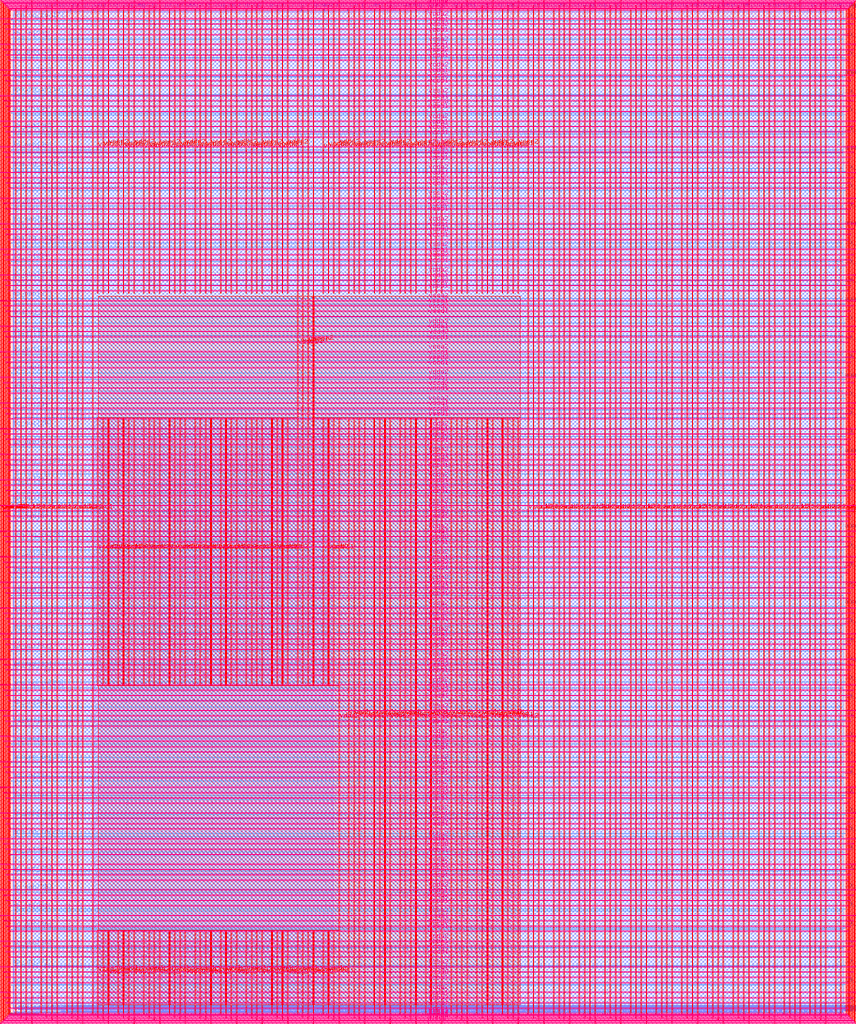
<source format=lef>
VERSION 5.7 ;
  NOWIREEXTENSIONATPIN ON ;
  DIVIDERCHAR "/" ;
  BUSBITCHARS "[]" ;
MACRO user_project_wrapper
  CLASS BLOCK ;
  FOREIGN user_project_wrapper ;
  ORIGIN 0.000 0.000 ;
  SIZE 2920.000 BY 3520.000 ;
  PIN analog_io[0]
    DIRECTION INOUT ;
    USE SIGNAL ;
    PORT
      LAYER met3 ;
        RECT 2917.600 1426.380 2924.800 1427.580 ;
    END
  END analog_io[0]
  PIN analog_io[10]
    DIRECTION INOUT ;
    USE SIGNAL ;
    PORT
      LAYER met2 ;
        RECT 2230.490 3517.600 2231.050 3524.800 ;
    END
  END analog_io[10]
  PIN analog_io[11]
    DIRECTION INOUT ;
    USE SIGNAL ;
    PORT
      LAYER met2 ;
        RECT 1905.730 3517.600 1906.290 3524.800 ;
    END
  END analog_io[11]
  PIN analog_io[12]
    DIRECTION INOUT ;
    USE SIGNAL ;
    PORT
      LAYER met2 ;
        RECT 1581.430 3517.600 1581.990 3524.800 ;
    END
  END analog_io[12]
  PIN analog_io[13]
    DIRECTION INOUT ;
    USE SIGNAL ;
    PORT
      LAYER met2 ;
        RECT 1257.130 3517.600 1257.690 3524.800 ;
    END
  END analog_io[13]
  PIN analog_io[14]
    DIRECTION INOUT ;
    USE SIGNAL ;
    PORT
      LAYER met2 ;
        RECT 932.370 3517.600 932.930 3524.800 ;
    END
  END analog_io[14]
  PIN analog_io[15]
    DIRECTION INOUT ;
    USE SIGNAL ;
    PORT
      LAYER met2 ;
        RECT 608.070 3517.600 608.630 3524.800 ;
    END
  END analog_io[15]
  PIN analog_io[16]
    DIRECTION INOUT ;
    USE SIGNAL ;
    PORT
      LAYER met2 ;
        RECT 283.770 3517.600 284.330 3524.800 ;
    END
  END analog_io[16]
  PIN analog_io[17]
    DIRECTION INOUT ;
    USE SIGNAL ;
    PORT
      LAYER met3 ;
        RECT -4.800 3486.100 2.400 3487.300 ;
    END
  END analog_io[17]
  PIN analog_io[18]
    DIRECTION INOUT ;
    USE SIGNAL ;
    PORT
      LAYER met3 ;
        RECT -4.800 3224.980 2.400 3226.180 ;
    END
  END analog_io[18]
  PIN analog_io[19]
    DIRECTION INOUT ;
    USE SIGNAL ;
    PORT
      LAYER met3 ;
        RECT -4.800 2964.540 2.400 2965.740 ;
    END
  END analog_io[19]
  PIN analog_io[1]
    DIRECTION INOUT ;
    USE SIGNAL ;
    PORT
      LAYER met3 ;
        RECT 2917.600 1692.260 2924.800 1693.460 ;
    END
  END analog_io[1]
  PIN analog_io[20]
    DIRECTION INOUT ;
    USE SIGNAL ;
    PORT
      LAYER met3 ;
        RECT -4.800 2703.420 2.400 2704.620 ;
    END
  END analog_io[20]
  PIN analog_io[21]
    DIRECTION INOUT ;
    USE SIGNAL ;
    PORT
      LAYER met3 ;
        RECT -4.800 2442.980 2.400 2444.180 ;
    END
  END analog_io[21]
  PIN analog_io[22]
    DIRECTION INOUT ;
    USE SIGNAL ;
    PORT
      LAYER met3 ;
        RECT -4.800 2182.540 2.400 2183.740 ;
    END
  END analog_io[22]
  PIN analog_io[23]
    DIRECTION INOUT ;
    USE SIGNAL ;
    PORT
      LAYER met3 ;
        RECT -4.800 1921.420 2.400 1922.620 ;
    END
  END analog_io[23]
  PIN analog_io[24]
    DIRECTION INOUT ;
    USE SIGNAL ;
    PORT
      LAYER met3 ;
        RECT -4.800 1660.980 2.400 1662.180 ;
    END
  END analog_io[24]
  PIN analog_io[25]
    DIRECTION INOUT ;
    USE SIGNAL ;
    PORT
      LAYER met3 ;
        RECT -4.800 1399.860 2.400 1401.060 ;
    END
  END analog_io[25]
  PIN analog_io[26]
    DIRECTION INOUT ;
    USE SIGNAL ;
    PORT
      LAYER met3 ;
        RECT -4.800 1139.420 2.400 1140.620 ;
    END
  END analog_io[26]
  PIN analog_io[27]
    DIRECTION INOUT ;
    USE SIGNAL ;
    PORT
      LAYER met3 ;
        RECT -4.800 878.980 2.400 880.180 ;
    END
  END analog_io[27]
  PIN analog_io[28]
    DIRECTION INOUT ;
    USE SIGNAL ;
    PORT
      LAYER met3 ;
        RECT -4.800 617.860 2.400 619.060 ;
    END
  END analog_io[28]
  PIN analog_io[2]
    DIRECTION INOUT ;
    USE SIGNAL ;
    PORT
      LAYER met3 ;
        RECT 2917.600 1958.140 2924.800 1959.340 ;
    END
  END analog_io[2]
  PIN analog_io[3]
    DIRECTION INOUT ;
    USE SIGNAL ;
    PORT
      LAYER met3 ;
        RECT 2917.600 2223.340 2924.800 2224.540 ;
    END
  END analog_io[3]
  PIN analog_io[4]
    DIRECTION INOUT ;
    USE SIGNAL ;
    PORT
      LAYER met3 ;
        RECT 2917.600 2489.220 2924.800 2490.420 ;
    END
  END analog_io[4]
  PIN analog_io[5]
    DIRECTION INOUT ;
    USE SIGNAL ;
    PORT
      LAYER met3 ;
        RECT 2917.600 2755.100 2924.800 2756.300 ;
    END
  END analog_io[5]
  PIN analog_io[6]
    DIRECTION INOUT ;
    USE SIGNAL ;
    PORT
      LAYER met3 ;
        RECT 2917.600 3020.300 2924.800 3021.500 ;
    END
  END analog_io[6]
  PIN analog_io[7]
    DIRECTION INOUT ;
    USE SIGNAL ;
    PORT
      LAYER met3 ;
        RECT 2917.600 3286.180 2924.800 3287.380 ;
    END
  END analog_io[7]
  PIN analog_io[8]
    DIRECTION INOUT ;
    USE SIGNAL ;
    PORT
      LAYER met2 ;
        RECT 2879.090 3517.600 2879.650 3524.800 ;
    END
  END analog_io[8]
  PIN analog_io[9]
    DIRECTION INOUT ;
    USE SIGNAL ;
    PORT
      LAYER met2 ;
        RECT 2554.790 3517.600 2555.350 3524.800 ;
    END
  END analog_io[9]
  PIN io_in[0]
    DIRECTION INPUT ;
    USE SIGNAL ;
    PORT
      LAYER met3 ;
        RECT 2917.600 32.380 2924.800 33.580 ;
    END
  END io_in[0]
  PIN io_in[10]
    DIRECTION INPUT ;
    USE SIGNAL ;
    PORT
      LAYER met3 ;
        RECT 2917.600 2289.980 2924.800 2291.180 ;
    END
  END io_in[10]
  PIN io_in[11]
    DIRECTION INPUT ;
    USE SIGNAL ;
    PORT
      LAYER met3 ;
        RECT 2917.600 2555.860 2924.800 2557.060 ;
    END
  END io_in[11]
  PIN io_in[12]
    DIRECTION INPUT ;
    USE SIGNAL ;
    PORT
      LAYER met3 ;
        RECT 2917.600 2821.060 2924.800 2822.260 ;
    END
  END io_in[12]
  PIN io_in[13]
    DIRECTION INPUT ;
    USE SIGNAL ;
    PORT
      LAYER met3 ;
        RECT 2917.600 3086.940 2924.800 3088.140 ;
    END
  END io_in[13]
  PIN io_in[14]
    DIRECTION INPUT ;
    USE SIGNAL ;
    PORT
      LAYER met3 ;
        RECT 2917.600 3352.820 2924.800 3354.020 ;
    END
  END io_in[14]
  PIN io_in[15]
    DIRECTION INPUT ;
    USE SIGNAL ;
    PORT
      LAYER met2 ;
        RECT 2798.130 3517.600 2798.690 3524.800 ;
    END
  END io_in[15]
  PIN io_in[16]
    DIRECTION INPUT ;
    USE SIGNAL ;
    PORT
      LAYER met2 ;
        RECT 2473.830 3517.600 2474.390 3524.800 ;
    END
  END io_in[16]
  PIN io_in[17]
    DIRECTION INPUT ;
    USE SIGNAL ;
    PORT
      LAYER met2 ;
        RECT 2149.070 3517.600 2149.630 3524.800 ;
    END
  END io_in[17]
  PIN io_in[18]
    DIRECTION INPUT ;
    USE SIGNAL ;
    PORT
      LAYER met2 ;
        RECT 1824.770 3517.600 1825.330 3524.800 ;
    END
  END io_in[18]
  PIN io_in[19]
    DIRECTION INPUT ;
    USE SIGNAL ;
    PORT
      LAYER met2 ;
        RECT 1500.470 3517.600 1501.030 3524.800 ;
    END
  END io_in[19]
  PIN io_in[1]
    DIRECTION INPUT ;
    USE SIGNAL ;
    PORT
      LAYER met3 ;
        RECT 2917.600 230.940 2924.800 232.140 ;
    END
  END io_in[1]
  PIN io_in[20]
    DIRECTION INPUT ;
    USE SIGNAL ;
    PORT
      LAYER met2 ;
        RECT 1175.710 3517.600 1176.270 3524.800 ;
    END
  END io_in[20]
  PIN io_in[21]
    DIRECTION INPUT ;
    USE SIGNAL ;
    PORT
      LAYER met2 ;
        RECT 851.410 3517.600 851.970 3524.800 ;
    END
  END io_in[21]
  PIN io_in[22]
    DIRECTION INPUT ;
    USE SIGNAL ;
    PORT
      LAYER met2 ;
        RECT 527.110 3517.600 527.670 3524.800 ;
    END
  END io_in[22]
  PIN io_in[23]
    DIRECTION INPUT ;
    USE SIGNAL ;
    PORT
      LAYER met2 ;
        RECT 202.350 3517.600 202.910 3524.800 ;
    END
  END io_in[23]
  PIN io_in[24]
    DIRECTION INPUT ;
    USE SIGNAL ;
    PORT
      LAYER met3 ;
        RECT -4.800 3420.820 2.400 3422.020 ;
    END
  END io_in[24]
  PIN io_in[25]
    DIRECTION INPUT ;
    USE SIGNAL ;
    PORT
      LAYER met3 ;
        RECT -4.800 3159.700 2.400 3160.900 ;
    END
  END io_in[25]
  PIN io_in[26]
    DIRECTION INPUT ;
    USE SIGNAL ;
    PORT
      LAYER met3 ;
        RECT -4.800 2899.260 2.400 2900.460 ;
    END
  END io_in[26]
  PIN io_in[27]
    DIRECTION INPUT ;
    USE SIGNAL ;
    PORT
      LAYER met3 ;
        RECT -4.800 2638.820 2.400 2640.020 ;
    END
  END io_in[27]
  PIN io_in[28]
    DIRECTION INPUT ;
    USE SIGNAL ;
    PORT
      LAYER met3 ;
        RECT -4.800 2377.700 2.400 2378.900 ;
    END
  END io_in[28]
  PIN io_in[29]
    DIRECTION INPUT ;
    USE SIGNAL ;
    PORT
      LAYER met3 ;
        RECT -4.800 2117.260 2.400 2118.460 ;
    END
  END io_in[29]
  PIN io_in[2]
    DIRECTION INPUT ;
    USE SIGNAL ;
    PORT
      LAYER met3 ;
        RECT 2917.600 430.180 2924.800 431.380 ;
    END
  END io_in[2]
  PIN io_in[30]
    DIRECTION INPUT ;
    USE SIGNAL ;
    PORT
      LAYER met3 ;
        RECT -4.800 1856.140 2.400 1857.340 ;
    END
  END io_in[30]
  PIN io_in[31]
    DIRECTION INPUT ;
    USE SIGNAL ;
    PORT
      LAYER met3 ;
        RECT -4.800 1595.700 2.400 1596.900 ;
    END
  END io_in[31]
  PIN io_in[32]
    DIRECTION INPUT ;
    USE SIGNAL ;
    PORT
      LAYER met3 ;
        RECT -4.800 1335.260 2.400 1336.460 ;
    END
  END io_in[32]
  PIN io_in[33]
    DIRECTION INPUT ;
    USE SIGNAL ;
    PORT
      LAYER met3 ;
        RECT -4.800 1074.140 2.400 1075.340 ;
    END
  END io_in[33]
  PIN io_in[34]
    DIRECTION INPUT ;
    USE SIGNAL ;
    PORT
      LAYER met3 ;
        RECT -4.800 813.700 2.400 814.900 ;
    END
  END io_in[34]
  PIN io_in[35]
    DIRECTION INPUT ;
    USE SIGNAL ;
    PORT
      LAYER met3 ;
        RECT -4.800 552.580 2.400 553.780 ;
    END
  END io_in[35]
  PIN io_in[36]
    DIRECTION INPUT ;
    USE SIGNAL ;
    PORT
      LAYER met3 ;
        RECT -4.800 357.420 2.400 358.620 ;
    END
  END io_in[36]
  PIN io_in[37]
    DIRECTION INPUT ;
    USE SIGNAL ;
    PORT
      LAYER met3 ;
        RECT -4.800 161.580 2.400 162.780 ;
    END
  END io_in[37]
  PIN io_in[3]
    DIRECTION INPUT ;
    USE SIGNAL ;
    PORT
      LAYER met3 ;
        RECT 2917.600 629.420 2924.800 630.620 ;
    END
  END io_in[3]
  PIN io_in[4]
    DIRECTION INPUT ;
    USE SIGNAL ;
    PORT
      LAYER met3 ;
        RECT 2917.600 828.660 2924.800 829.860 ;
    END
  END io_in[4]
  PIN io_in[5]
    DIRECTION INPUT ;
    USE SIGNAL ;
    PORT
      LAYER met3 ;
        RECT 2917.600 1027.900 2924.800 1029.100 ;
    END
  END io_in[5]
  PIN io_in[6]
    DIRECTION INPUT ;
    USE SIGNAL ;
    PORT
      LAYER met3 ;
        RECT 2917.600 1227.140 2924.800 1228.340 ;
    END
  END io_in[6]
  PIN io_in[7]
    DIRECTION INPUT ;
    USE SIGNAL ;
    PORT
      LAYER met3 ;
        RECT 2917.600 1493.020 2924.800 1494.220 ;
    END
  END io_in[7]
  PIN io_in[8]
    DIRECTION INPUT ;
    USE SIGNAL ;
    PORT
      LAYER met3 ;
        RECT 2917.600 1758.900 2924.800 1760.100 ;
    END
  END io_in[8]
  PIN io_in[9]
    DIRECTION INPUT ;
    USE SIGNAL ;
    PORT
      LAYER met3 ;
        RECT 2917.600 2024.100 2924.800 2025.300 ;
    END
  END io_in[9]
  PIN io_oeb[0]
    DIRECTION OUTPUT TRISTATE ;
    USE SIGNAL ;
    PORT
      LAYER met3 ;
        RECT 2917.600 164.980 2924.800 166.180 ;
    END
  END io_oeb[0]
  PIN io_oeb[10]
    DIRECTION OUTPUT TRISTATE ;
    USE SIGNAL ;
    PORT
      LAYER met3 ;
        RECT 2917.600 2422.580 2924.800 2423.780 ;
    END
  END io_oeb[10]
  PIN io_oeb[11]
    DIRECTION OUTPUT TRISTATE ;
    USE SIGNAL ;
    PORT
      LAYER met3 ;
        RECT 2917.600 2688.460 2924.800 2689.660 ;
    END
  END io_oeb[11]
  PIN io_oeb[12]
    DIRECTION OUTPUT TRISTATE ;
    USE SIGNAL ;
    PORT
      LAYER met3 ;
        RECT 2917.600 2954.340 2924.800 2955.540 ;
    END
  END io_oeb[12]
  PIN io_oeb[13]
    DIRECTION OUTPUT TRISTATE ;
    USE SIGNAL ;
    PORT
      LAYER met3 ;
        RECT 2917.600 3219.540 2924.800 3220.740 ;
    END
  END io_oeb[13]
  PIN io_oeb[14]
    DIRECTION OUTPUT TRISTATE ;
    USE SIGNAL ;
    PORT
      LAYER met3 ;
        RECT 2917.600 3485.420 2924.800 3486.620 ;
    END
  END io_oeb[14]
  PIN io_oeb[15]
    DIRECTION OUTPUT TRISTATE ;
    USE SIGNAL ;
    PORT
      LAYER met2 ;
        RECT 2635.750 3517.600 2636.310 3524.800 ;
    END
  END io_oeb[15]
  PIN io_oeb[16]
    DIRECTION OUTPUT TRISTATE ;
    USE SIGNAL ;
    PORT
      LAYER met2 ;
        RECT 2311.450 3517.600 2312.010 3524.800 ;
    END
  END io_oeb[16]
  PIN io_oeb[17]
    DIRECTION OUTPUT TRISTATE ;
    USE SIGNAL ;
    PORT
      LAYER met2 ;
        RECT 1987.150 3517.600 1987.710 3524.800 ;
    END
  END io_oeb[17]
  PIN io_oeb[18]
    DIRECTION OUTPUT TRISTATE ;
    USE SIGNAL ;
    PORT
      LAYER met2 ;
        RECT 1662.390 3517.600 1662.950 3524.800 ;
    END
  END io_oeb[18]
  PIN io_oeb[19]
    DIRECTION OUTPUT TRISTATE ;
    USE SIGNAL ;
    PORT
      LAYER met2 ;
        RECT 1338.090 3517.600 1338.650 3524.800 ;
    END
  END io_oeb[19]
  PIN io_oeb[1]
    DIRECTION OUTPUT TRISTATE ;
    USE SIGNAL ;
    PORT
      LAYER met3 ;
        RECT 2917.600 364.220 2924.800 365.420 ;
    END
  END io_oeb[1]
  PIN io_oeb[20]
    DIRECTION OUTPUT TRISTATE ;
    USE SIGNAL ;
    PORT
      LAYER met2 ;
        RECT 1013.790 3517.600 1014.350 3524.800 ;
    END
  END io_oeb[20]
  PIN io_oeb[21]
    DIRECTION OUTPUT TRISTATE ;
    USE SIGNAL ;
    PORT
      LAYER met2 ;
        RECT 689.030 3517.600 689.590 3524.800 ;
    END
  END io_oeb[21]
  PIN io_oeb[22]
    DIRECTION OUTPUT TRISTATE ;
    USE SIGNAL ;
    PORT
      LAYER met2 ;
        RECT 364.730 3517.600 365.290 3524.800 ;
    END
  END io_oeb[22]
  PIN io_oeb[23]
    DIRECTION OUTPUT TRISTATE ;
    USE SIGNAL ;
    PORT
      LAYER met2 ;
        RECT 40.430 3517.600 40.990 3524.800 ;
    END
  END io_oeb[23]
  PIN io_oeb[24]
    DIRECTION OUTPUT TRISTATE ;
    USE SIGNAL ;
    PORT
      LAYER met3 ;
        RECT -4.800 3290.260 2.400 3291.460 ;
    END
  END io_oeb[24]
  PIN io_oeb[25]
    DIRECTION OUTPUT TRISTATE ;
    USE SIGNAL ;
    PORT
      LAYER met3 ;
        RECT -4.800 3029.820 2.400 3031.020 ;
    END
  END io_oeb[25]
  PIN io_oeb[26]
    DIRECTION OUTPUT TRISTATE ;
    USE SIGNAL ;
    PORT
      LAYER met3 ;
        RECT -4.800 2768.700 2.400 2769.900 ;
    END
  END io_oeb[26]
  PIN io_oeb[27]
    DIRECTION OUTPUT TRISTATE ;
    USE SIGNAL ;
    PORT
      LAYER met3 ;
        RECT -4.800 2508.260 2.400 2509.460 ;
    END
  END io_oeb[27]
  PIN io_oeb[28]
    DIRECTION OUTPUT TRISTATE ;
    USE SIGNAL ;
    PORT
      LAYER met3 ;
        RECT -4.800 2247.140 2.400 2248.340 ;
    END
  END io_oeb[28]
  PIN io_oeb[29]
    DIRECTION OUTPUT TRISTATE ;
    USE SIGNAL ;
    PORT
      LAYER met3 ;
        RECT -4.800 1986.700 2.400 1987.900 ;
    END
  END io_oeb[29]
  PIN io_oeb[2]
    DIRECTION OUTPUT TRISTATE ;
    USE SIGNAL ;
    PORT
      LAYER met3 ;
        RECT 2917.600 563.460 2924.800 564.660 ;
    END
  END io_oeb[2]
  PIN io_oeb[30]
    DIRECTION OUTPUT TRISTATE ;
    USE SIGNAL ;
    PORT
      LAYER met3 ;
        RECT -4.800 1726.260 2.400 1727.460 ;
    END
  END io_oeb[30]
  PIN io_oeb[31]
    DIRECTION OUTPUT TRISTATE ;
    USE SIGNAL ;
    PORT
      LAYER met3 ;
        RECT -4.800 1465.140 2.400 1466.340 ;
    END
  END io_oeb[31]
  PIN io_oeb[32]
    DIRECTION OUTPUT TRISTATE ;
    USE SIGNAL ;
    PORT
      LAYER met3 ;
        RECT -4.800 1204.700 2.400 1205.900 ;
    END
  END io_oeb[32]
  PIN io_oeb[33]
    DIRECTION OUTPUT TRISTATE ;
    USE SIGNAL ;
    PORT
      LAYER met3 ;
        RECT -4.800 943.580 2.400 944.780 ;
    END
  END io_oeb[33]
  PIN io_oeb[34]
    DIRECTION OUTPUT TRISTATE ;
    USE SIGNAL ;
    PORT
      LAYER met3 ;
        RECT -4.800 683.140 2.400 684.340 ;
    END
  END io_oeb[34]
  PIN io_oeb[35]
    DIRECTION OUTPUT TRISTATE ;
    USE SIGNAL ;
    PORT
      LAYER met3 ;
        RECT -4.800 422.700 2.400 423.900 ;
    END
  END io_oeb[35]
  PIN io_oeb[36]
    DIRECTION OUTPUT TRISTATE ;
    USE SIGNAL ;
    PORT
      LAYER met3 ;
        RECT -4.800 226.860 2.400 228.060 ;
    END
  END io_oeb[36]
  PIN io_oeb[37]
    DIRECTION OUTPUT TRISTATE ;
    USE SIGNAL ;
    PORT
      LAYER met3 ;
        RECT -4.800 31.700 2.400 32.900 ;
    END
  END io_oeb[37]
  PIN io_oeb[3]
    DIRECTION OUTPUT TRISTATE ;
    USE SIGNAL ;
    PORT
      LAYER met3 ;
        RECT 2917.600 762.700 2924.800 763.900 ;
    END
  END io_oeb[3]
  PIN io_oeb[4]
    DIRECTION OUTPUT TRISTATE ;
    USE SIGNAL ;
    PORT
      LAYER met3 ;
        RECT 2917.600 961.940 2924.800 963.140 ;
    END
  END io_oeb[4]
  PIN io_oeb[5]
    DIRECTION OUTPUT TRISTATE ;
    USE SIGNAL ;
    PORT
      LAYER met3 ;
        RECT 2917.600 1161.180 2924.800 1162.380 ;
    END
  END io_oeb[5]
  PIN io_oeb[6]
    DIRECTION OUTPUT TRISTATE ;
    USE SIGNAL ;
    PORT
      LAYER met3 ;
        RECT 2917.600 1360.420 2924.800 1361.620 ;
    END
  END io_oeb[6]
  PIN io_oeb[7]
    DIRECTION OUTPUT TRISTATE ;
    USE SIGNAL ;
    PORT
      LAYER met3 ;
        RECT 2917.600 1625.620 2924.800 1626.820 ;
    END
  END io_oeb[7]
  PIN io_oeb[8]
    DIRECTION OUTPUT TRISTATE ;
    USE SIGNAL ;
    PORT
      LAYER met3 ;
        RECT 2917.600 1891.500 2924.800 1892.700 ;
    END
  END io_oeb[8]
  PIN io_oeb[9]
    DIRECTION OUTPUT TRISTATE ;
    USE SIGNAL ;
    PORT
      LAYER met3 ;
        RECT 2917.600 2157.380 2924.800 2158.580 ;
    END
  END io_oeb[9]
  PIN io_out[0]
    DIRECTION OUTPUT TRISTATE ;
    USE SIGNAL ;
    PORT
      LAYER met3 ;
        RECT 2917.600 98.340 2924.800 99.540 ;
    END
  END io_out[0]
  PIN io_out[10]
    DIRECTION OUTPUT TRISTATE ;
    USE SIGNAL ;
    PORT
      LAYER met3 ;
        RECT 2917.600 2356.620 2924.800 2357.820 ;
    END
  END io_out[10]
  PIN io_out[11]
    DIRECTION OUTPUT TRISTATE ;
    USE SIGNAL ;
    PORT
      LAYER met3 ;
        RECT 2917.600 2621.820 2924.800 2623.020 ;
    END
  END io_out[11]
  PIN io_out[12]
    DIRECTION OUTPUT TRISTATE ;
    USE SIGNAL ;
    PORT
      LAYER met3 ;
        RECT 2917.600 2887.700 2924.800 2888.900 ;
    END
  END io_out[12]
  PIN io_out[13]
    DIRECTION OUTPUT TRISTATE ;
    USE SIGNAL ;
    PORT
      LAYER met3 ;
        RECT 2917.600 3153.580 2924.800 3154.780 ;
    END
  END io_out[13]
  PIN io_out[14]
    DIRECTION OUTPUT TRISTATE ;
    USE SIGNAL ;
    PORT
      LAYER met3 ;
        RECT 2917.600 3418.780 2924.800 3419.980 ;
    END
  END io_out[14]
  PIN io_out[15]
    DIRECTION OUTPUT TRISTATE ;
    USE SIGNAL ;
    PORT
      LAYER met2 ;
        RECT 2717.170 3517.600 2717.730 3524.800 ;
    END
  END io_out[15]
  PIN io_out[16]
    DIRECTION OUTPUT TRISTATE ;
    USE SIGNAL ;
    PORT
      LAYER met2 ;
        RECT 2392.410 3517.600 2392.970 3524.800 ;
    END
  END io_out[16]
  PIN io_out[17]
    DIRECTION OUTPUT TRISTATE ;
    USE SIGNAL ;
    PORT
      LAYER met2 ;
        RECT 2068.110 3517.600 2068.670 3524.800 ;
    END
  END io_out[17]
  PIN io_out[18]
    DIRECTION OUTPUT TRISTATE ;
    USE SIGNAL ;
    PORT
      LAYER met2 ;
        RECT 1743.810 3517.600 1744.370 3524.800 ;
    END
  END io_out[18]
  PIN io_out[19]
    DIRECTION OUTPUT TRISTATE ;
    USE SIGNAL ;
    PORT
      LAYER met2 ;
        RECT 1419.050 3517.600 1419.610 3524.800 ;
    END
  END io_out[19]
  PIN io_out[1]
    DIRECTION OUTPUT TRISTATE ;
    USE SIGNAL ;
    PORT
      LAYER met3 ;
        RECT 2917.600 297.580 2924.800 298.780 ;
    END
  END io_out[1]
  PIN io_out[20]
    DIRECTION OUTPUT TRISTATE ;
    USE SIGNAL ;
    PORT
      LAYER met2 ;
        RECT 1094.750 3517.600 1095.310 3524.800 ;
    END
  END io_out[20]
  PIN io_out[21]
    DIRECTION OUTPUT TRISTATE ;
    USE SIGNAL ;
    PORT
      LAYER met2 ;
        RECT 770.450 3517.600 771.010 3524.800 ;
    END
  END io_out[21]
  PIN io_out[22]
    DIRECTION OUTPUT TRISTATE ;
    USE SIGNAL ;
    PORT
      LAYER met2 ;
        RECT 445.690 3517.600 446.250 3524.800 ;
    END
  END io_out[22]
  PIN io_out[23]
    DIRECTION OUTPUT TRISTATE ;
    USE SIGNAL ;
    PORT
      LAYER met2 ;
        RECT 121.390 3517.600 121.950 3524.800 ;
    END
  END io_out[23]
  PIN io_out[24]
    DIRECTION OUTPUT TRISTATE ;
    USE SIGNAL ;
    PORT
      LAYER met3 ;
        RECT -4.800 3355.540 2.400 3356.740 ;
    END
  END io_out[24]
  PIN io_out[25]
    DIRECTION OUTPUT TRISTATE ;
    USE SIGNAL ;
    PORT
      LAYER met3 ;
        RECT -4.800 3095.100 2.400 3096.300 ;
    END
  END io_out[25]
  PIN io_out[26]
    DIRECTION OUTPUT TRISTATE ;
    USE SIGNAL ;
    PORT
      LAYER met3 ;
        RECT -4.800 2833.980 2.400 2835.180 ;
    END
  END io_out[26]
  PIN io_out[27]
    DIRECTION OUTPUT TRISTATE ;
    USE SIGNAL ;
    PORT
      LAYER met3 ;
        RECT -4.800 2573.540 2.400 2574.740 ;
    END
  END io_out[27]
  PIN io_out[28]
    DIRECTION OUTPUT TRISTATE ;
    USE SIGNAL ;
    PORT
      LAYER met3 ;
        RECT -4.800 2312.420 2.400 2313.620 ;
    END
  END io_out[28]
  PIN io_out[29]
    DIRECTION OUTPUT TRISTATE ;
    USE SIGNAL ;
    PORT
      LAYER met3 ;
        RECT -4.800 2051.980 2.400 2053.180 ;
    END
  END io_out[29]
  PIN io_out[2]
    DIRECTION OUTPUT TRISTATE ;
    USE SIGNAL ;
    PORT
      LAYER met3 ;
        RECT 2917.600 496.820 2924.800 498.020 ;
    END
  END io_out[2]
  PIN io_out[30]
    DIRECTION OUTPUT TRISTATE ;
    USE SIGNAL ;
    PORT
      LAYER met3 ;
        RECT -4.800 1791.540 2.400 1792.740 ;
    END
  END io_out[30]
  PIN io_out[31]
    DIRECTION OUTPUT TRISTATE ;
    USE SIGNAL ;
    PORT
      LAYER met3 ;
        RECT -4.800 1530.420 2.400 1531.620 ;
    END
  END io_out[31]
  PIN io_out[32]
    DIRECTION OUTPUT TRISTATE ;
    USE SIGNAL ;
    PORT
      LAYER met3 ;
        RECT -4.800 1269.980 2.400 1271.180 ;
    END
  END io_out[32]
  PIN io_out[33]
    DIRECTION OUTPUT TRISTATE ;
    USE SIGNAL ;
    PORT
      LAYER met3 ;
        RECT -4.800 1008.860 2.400 1010.060 ;
    END
  END io_out[33]
  PIN io_out[34]
    DIRECTION OUTPUT TRISTATE ;
    USE SIGNAL ;
    PORT
      LAYER met3 ;
        RECT -4.800 748.420 2.400 749.620 ;
    END
  END io_out[34]
  PIN io_out[35]
    DIRECTION OUTPUT TRISTATE ;
    USE SIGNAL ;
    PORT
      LAYER met3 ;
        RECT -4.800 487.300 2.400 488.500 ;
    END
  END io_out[35]
  PIN io_out[36]
    DIRECTION OUTPUT TRISTATE ;
    USE SIGNAL ;
    PORT
      LAYER met3 ;
        RECT -4.800 292.140 2.400 293.340 ;
    END
  END io_out[36]
  PIN io_out[37]
    DIRECTION OUTPUT TRISTATE ;
    USE SIGNAL ;
    PORT
      LAYER met3 ;
        RECT -4.800 96.300 2.400 97.500 ;
    END
  END io_out[37]
  PIN io_out[3]
    DIRECTION OUTPUT TRISTATE ;
    USE SIGNAL ;
    PORT
      LAYER met3 ;
        RECT 2917.600 696.060 2924.800 697.260 ;
    END
  END io_out[3]
  PIN io_out[4]
    DIRECTION OUTPUT TRISTATE ;
    USE SIGNAL ;
    PORT
      LAYER met3 ;
        RECT 2917.600 895.300 2924.800 896.500 ;
    END
  END io_out[4]
  PIN io_out[5]
    DIRECTION OUTPUT TRISTATE ;
    USE SIGNAL ;
    PORT
      LAYER met3 ;
        RECT 2917.600 1094.540 2924.800 1095.740 ;
    END
  END io_out[5]
  PIN io_out[6]
    DIRECTION OUTPUT TRISTATE ;
    USE SIGNAL ;
    PORT
      LAYER met3 ;
        RECT 2917.600 1293.780 2924.800 1294.980 ;
    END
  END io_out[6]
  PIN io_out[7]
    DIRECTION OUTPUT TRISTATE ;
    USE SIGNAL ;
    PORT
      LAYER met3 ;
        RECT 2917.600 1559.660 2924.800 1560.860 ;
    END
  END io_out[7]
  PIN io_out[8]
    DIRECTION OUTPUT TRISTATE ;
    USE SIGNAL ;
    PORT
      LAYER met3 ;
        RECT 2917.600 1824.860 2924.800 1826.060 ;
    END
  END io_out[8]
  PIN io_out[9]
    DIRECTION OUTPUT TRISTATE ;
    USE SIGNAL ;
    PORT
      LAYER met3 ;
        RECT 2917.600 2090.740 2924.800 2091.940 ;
    END
  END io_out[9]
  PIN la_data_in[0]
    DIRECTION INPUT ;
    USE SIGNAL ;
    PORT
      LAYER met2 ;
        RECT 629.230 -4.800 629.790 2.400 ;
    END
  END la_data_in[0]
  PIN la_data_in[100]
    DIRECTION INPUT ;
    USE SIGNAL ;
    PORT
      LAYER met2 ;
        RECT 2402.530 -4.800 2403.090 2.400 ;
    END
  END la_data_in[100]
  PIN la_data_in[101]
    DIRECTION INPUT ;
    USE SIGNAL ;
    PORT
      LAYER met2 ;
        RECT 2420.010 -4.800 2420.570 2.400 ;
    END
  END la_data_in[101]
  PIN la_data_in[102]
    DIRECTION INPUT ;
    USE SIGNAL ;
    PORT
      LAYER met2 ;
        RECT 2437.950 -4.800 2438.510 2.400 ;
    END
  END la_data_in[102]
  PIN la_data_in[103]
    DIRECTION INPUT ;
    USE SIGNAL ;
    PORT
      LAYER met2 ;
        RECT 2455.430 -4.800 2455.990 2.400 ;
    END
  END la_data_in[103]
  PIN la_data_in[104]
    DIRECTION INPUT ;
    USE SIGNAL ;
    PORT
      LAYER met2 ;
        RECT 2473.370 -4.800 2473.930 2.400 ;
    END
  END la_data_in[104]
  PIN la_data_in[105]
    DIRECTION INPUT ;
    USE SIGNAL ;
    PORT
      LAYER met2 ;
        RECT 2490.850 -4.800 2491.410 2.400 ;
    END
  END la_data_in[105]
  PIN la_data_in[106]
    DIRECTION INPUT ;
    USE SIGNAL ;
    PORT
      LAYER met2 ;
        RECT 2508.790 -4.800 2509.350 2.400 ;
    END
  END la_data_in[106]
  PIN la_data_in[107]
    DIRECTION INPUT ;
    USE SIGNAL ;
    PORT
      LAYER met2 ;
        RECT 2526.730 -4.800 2527.290 2.400 ;
    END
  END la_data_in[107]
  PIN la_data_in[108]
    DIRECTION INPUT ;
    USE SIGNAL ;
    PORT
      LAYER met2 ;
        RECT 2544.210 -4.800 2544.770 2.400 ;
    END
  END la_data_in[108]
  PIN la_data_in[109]
    DIRECTION INPUT ;
    USE SIGNAL ;
    PORT
      LAYER met2 ;
        RECT 2562.150 -4.800 2562.710 2.400 ;
    END
  END la_data_in[109]
  PIN la_data_in[10]
    DIRECTION INPUT ;
    USE SIGNAL ;
    PORT
      LAYER met2 ;
        RECT 806.330 -4.800 806.890 2.400 ;
    END
  END la_data_in[10]
  PIN la_data_in[110]
    DIRECTION INPUT ;
    USE SIGNAL ;
    PORT
      LAYER met2 ;
        RECT 2579.630 -4.800 2580.190 2.400 ;
    END
  END la_data_in[110]
  PIN la_data_in[111]
    DIRECTION INPUT ;
    USE SIGNAL ;
    PORT
      LAYER met2 ;
        RECT 2597.570 -4.800 2598.130 2.400 ;
    END
  END la_data_in[111]
  PIN la_data_in[112]
    DIRECTION INPUT ;
    USE SIGNAL ;
    PORT
      LAYER met2 ;
        RECT 2615.050 -4.800 2615.610 2.400 ;
    END
  END la_data_in[112]
  PIN la_data_in[113]
    DIRECTION INPUT ;
    USE SIGNAL ;
    PORT
      LAYER met2 ;
        RECT 2632.990 -4.800 2633.550 2.400 ;
    END
  END la_data_in[113]
  PIN la_data_in[114]
    DIRECTION INPUT ;
    USE SIGNAL ;
    PORT
      LAYER met2 ;
        RECT 2650.470 -4.800 2651.030 2.400 ;
    END
  END la_data_in[114]
  PIN la_data_in[115]
    DIRECTION INPUT ;
    USE SIGNAL ;
    PORT
      LAYER met2 ;
        RECT 2668.410 -4.800 2668.970 2.400 ;
    END
  END la_data_in[115]
  PIN la_data_in[116]
    DIRECTION INPUT ;
    USE SIGNAL ;
    PORT
      LAYER met2 ;
        RECT 2685.890 -4.800 2686.450 2.400 ;
    END
  END la_data_in[116]
  PIN la_data_in[117]
    DIRECTION INPUT ;
    USE SIGNAL ;
    PORT
      LAYER met2 ;
        RECT 2703.830 -4.800 2704.390 2.400 ;
    END
  END la_data_in[117]
  PIN la_data_in[118]
    DIRECTION INPUT ;
    USE SIGNAL ;
    PORT
      LAYER met2 ;
        RECT 2721.770 -4.800 2722.330 2.400 ;
    END
  END la_data_in[118]
  PIN la_data_in[119]
    DIRECTION INPUT ;
    USE SIGNAL ;
    PORT
      LAYER met2 ;
        RECT 2739.250 -4.800 2739.810 2.400 ;
    END
  END la_data_in[119]
  PIN la_data_in[11]
    DIRECTION INPUT ;
    USE SIGNAL ;
    PORT
      LAYER met2 ;
        RECT 824.270 -4.800 824.830 2.400 ;
    END
  END la_data_in[11]
  PIN la_data_in[120]
    DIRECTION INPUT ;
    USE SIGNAL ;
    PORT
      LAYER met2 ;
        RECT 2757.190 -4.800 2757.750 2.400 ;
    END
  END la_data_in[120]
  PIN la_data_in[121]
    DIRECTION INPUT ;
    USE SIGNAL ;
    PORT
      LAYER met2 ;
        RECT 2774.670 -4.800 2775.230 2.400 ;
    END
  END la_data_in[121]
  PIN la_data_in[122]
    DIRECTION INPUT ;
    USE SIGNAL ;
    PORT
      LAYER met2 ;
        RECT 2792.610 -4.800 2793.170 2.400 ;
    END
  END la_data_in[122]
  PIN la_data_in[123]
    DIRECTION INPUT ;
    USE SIGNAL ;
    PORT
      LAYER met2 ;
        RECT 2810.090 -4.800 2810.650 2.400 ;
    END
  END la_data_in[123]
  PIN la_data_in[124]
    DIRECTION INPUT ;
    USE SIGNAL ;
    PORT
      LAYER met2 ;
        RECT 2828.030 -4.800 2828.590 2.400 ;
    END
  END la_data_in[124]
  PIN la_data_in[125]
    DIRECTION INPUT ;
    USE SIGNAL ;
    PORT
      LAYER met2 ;
        RECT 2845.510 -4.800 2846.070 2.400 ;
    END
  END la_data_in[125]
  PIN la_data_in[126]
    DIRECTION INPUT ;
    USE SIGNAL ;
    PORT
      LAYER met2 ;
        RECT 2863.450 -4.800 2864.010 2.400 ;
    END
  END la_data_in[126]
  PIN la_data_in[127]
    DIRECTION INPUT ;
    USE SIGNAL ;
    PORT
      LAYER met2 ;
        RECT 2881.390 -4.800 2881.950 2.400 ;
    END
  END la_data_in[127]
  PIN la_data_in[12]
    DIRECTION INPUT ;
    USE SIGNAL ;
    PORT
      LAYER met2 ;
        RECT 841.750 -4.800 842.310 2.400 ;
    END
  END la_data_in[12]
  PIN la_data_in[13]
    DIRECTION INPUT ;
    USE SIGNAL ;
    PORT
      LAYER met2 ;
        RECT 859.690 -4.800 860.250 2.400 ;
    END
  END la_data_in[13]
  PIN la_data_in[14]
    DIRECTION INPUT ;
    USE SIGNAL ;
    PORT
      LAYER met2 ;
        RECT 877.170 -4.800 877.730 2.400 ;
    END
  END la_data_in[14]
  PIN la_data_in[15]
    DIRECTION INPUT ;
    USE SIGNAL ;
    PORT
      LAYER met2 ;
        RECT 895.110 -4.800 895.670 2.400 ;
    END
  END la_data_in[15]
  PIN la_data_in[16]
    DIRECTION INPUT ;
    USE SIGNAL ;
    PORT
      LAYER met2 ;
        RECT 912.590 -4.800 913.150 2.400 ;
    END
  END la_data_in[16]
  PIN la_data_in[17]
    DIRECTION INPUT ;
    USE SIGNAL ;
    PORT
      LAYER met2 ;
        RECT 930.530 -4.800 931.090 2.400 ;
    END
  END la_data_in[17]
  PIN la_data_in[18]
    DIRECTION INPUT ;
    USE SIGNAL ;
    PORT
      LAYER met2 ;
        RECT 948.470 -4.800 949.030 2.400 ;
    END
  END la_data_in[18]
  PIN la_data_in[19]
    DIRECTION INPUT ;
    USE SIGNAL ;
    PORT
      LAYER met2 ;
        RECT 965.950 -4.800 966.510 2.400 ;
    END
  END la_data_in[19]
  PIN la_data_in[1]
    DIRECTION INPUT ;
    USE SIGNAL ;
    PORT
      LAYER met2 ;
        RECT 646.710 -4.800 647.270 2.400 ;
    END
  END la_data_in[1]
  PIN la_data_in[20]
    DIRECTION INPUT ;
    USE SIGNAL ;
    PORT
      LAYER met2 ;
        RECT 983.890 -4.800 984.450 2.400 ;
    END
  END la_data_in[20]
  PIN la_data_in[21]
    DIRECTION INPUT ;
    USE SIGNAL ;
    PORT
      LAYER met2 ;
        RECT 1001.370 -4.800 1001.930 2.400 ;
    END
  END la_data_in[21]
  PIN la_data_in[22]
    DIRECTION INPUT ;
    USE SIGNAL ;
    PORT
      LAYER met2 ;
        RECT 1019.310 -4.800 1019.870 2.400 ;
    END
  END la_data_in[22]
  PIN la_data_in[23]
    DIRECTION INPUT ;
    USE SIGNAL ;
    PORT
      LAYER met2 ;
        RECT 1036.790 -4.800 1037.350 2.400 ;
    END
  END la_data_in[23]
  PIN la_data_in[24]
    DIRECTION INPUT ;
    USE SIGNAL ;
    PORT
      LAYER met2 ;
        RECT 1054.730 -4.800 1055.290 2.400 ;
    END
  END la_data_in[24]
  PIN la_data_in[25]
    DIRECTION INPUT ;
    USE SIGNAL ;
    PORT
      LAYER met2 ;
        RECT 1072.210 -4.800 1072.770 2.400 ;
    END
  END la_data_in[25]
  PIN la_data_in[26]
    DIRECTION INPUT ;
    USE SIGNAL ;
    PORT
      LAYER met2 ;
        RECT 1090.150 -4.800 1090.710 2.400 ;
    END
  END la_data_in[26]
  PIN la_data_in[27]
    DIRECTION INPUT ;
    USE SIGNAL ;
    PORT
      LAYER met2 ;
        RECT 1107.630 -4.800 1108.190 2.400 ;
    END
  END la_data_in[27]
  PIN la_data_in[28]
    DIRECTION INPUT ;
    USE SIGNAL ;
    PORT
      LAYER met2 ;
        RECT 1125.570 -4.800 1126.130 2.400 ;
    END
  END la_data_in[28]
  PIN la_data_in[29]
    DIRECTION INPUT ;
    USE SIGNAL ;
    PORT
      LAYER met2 ;
        RECT 1143.510 -4.800 1144.070 2.400 ;
    END
  END la_data_in[29]
  PIN la_data_in[2]
    DIRECTION INPUT ;
    USE SIGNAL ;
    PORT
      LAYER met2 ;
        RECT 664.650 -4.800 665.210 2.400 ;
    END
  END la_data_in[2]
  PIN la_data_in[30]
    DIRECTION INPUT ;
    USE SIGNAL ;
    PORT
      LAYER met2 ;
        RECT 1160.990 -4.800 1161.550 2.400 ;
    END
  END la_data_in[30]
  PIN la_data_in[31]
    DIRECTION INPUT ;
    USE SIGNAL ;
    PORT
      LAYER met2 ;
        RECT 1178.930 -4.800 1179.490 2.400 ;
    END
  END la_data_in[31]
  PIN la_data_in[32]
    DIRECTION INPUT ;
    USE SIGNAL ;
    PORT
      LAYER met2 ;
        RECT 1196.410 -4.800 1196.970 2.400 ;
    END
  END la_data_in[32]
  PIN la_data_in[33]
    DIRECTION INPUT ;
    USE SIGNAL ;
    PORT
      LAYER met2 ;
        RECT 1214.350 -4.800 1214.910 2.400 ;
    END
  END la_data_in[33]
  PIN la_data_in[34]
    DIRECTION INPUT ;
    USE SIGNAL ;
    PORT
      LAYER met2 ;
        RECT 1231.830 -4.800 1232.390 2.400 ;
    END
  END la_data_in[34]
  PIN la_data_in[35]
    DIRECTION INPUT ;
    USE SIGNAL ;
    PORT
      LAYER met2 ;
        RECT 1249.770 -4.800 1250.330 2.400 ;
    END
  END la_data_in[35]
  PIN la_data_in[36]
    DIRECTION INPUT ;
    USE SIGNAL ;
    PORT
      LAYER met2 ;
        RECT 1267.250 -4.800 1267.810 2.400 ;
    END
  END la_data_in[36]
  PIN la_data_in[37]
    DIRECTION INPUT ;
    USE SIGNAL ;
    PORT
      LAYER met2 ;
        RECT 1285.190 -4.800 1285.750 2.400 ;
    END
  END la_data_in[37]
  PIN la_data_in[38]
    DIRECTION INPUT ;
    USE SIGNAL ;
    PORT
      LAYER met2 ;
        RECT 1303.130 -4.800 1303.690 2.400 ;
    END
  END la_data_in[38]
  PIN la_data_in[39]
    DIRECTION INPUT ;
    USE SIGNAL ;
    PORT
      LAYER met2 ;
        RECT 1320.610 -4.800 1321.170 2.400 ;
    END
  END la_data_in[39]
  PIN la_data_in[3]
    DIRECTION INPUT ;
    USE SIGNAL ;
    PORT
      LAYER met2 ;
        RECT 682.130 -4.800 682.690 2.400 ;
    END
  END la_data_in[3]
  PIN la_data_in[40]
    DIRECTION INPUT ;
    USE SIGNAL ;
    PORT
      LAYER met2 ;
        RECT 1338.550 -4.800 1339.110 2.400 ;
    END
  END la_data_in[40]
  PIN la_data_in[41]
    DIRECTION INPUT ;
    USE SIGNAL ;
    PORT
      LAYER met2 ;
        RECT 1356.030 -4.800 1356.590 2.400 ;
    END
  END la_data_in[41]
  PIN la_data_in[42]
    DIRECTION INPUT ;
    USE SIGNAL ;
    PORT
      LAYER met2 ;
        RECT 1373.970 -4.800 1374.530 2.400 ;
    END
  END la_data_in[42]
  PIN la_data_in[43]
    DIRECTION INPUT ;
    USE SIGNAL ;
    PORT
      LAYER met2 ;
        RECT 1391.450 -4.800 1392.010 2.400 ;
    END
  END la_data_in[43]
  PIN la_data_in[44]
    DIRECTION INPUT ;
    USE SIGNAL ;
    PORT
      LAYER met2 ;
        RECT 1409.390 -4.800 1409.950 2.400 ;
    END
  END la_data_in[44]
  PIN la_data_in[45]
    DIRECTION INPUT ;
    USE SIGNAL ;
    PORT
      LAYER met2 ;
        RECT 1426.870 -4.800 1427.430 2.400 ;
    END
  END la_data_in[45]
  PIN la_data_in[46]
    DIRECTION INPUT ;
    USE SIGNAL ;
    PORT
      LAYER met2 ;
        RECT 1444.810 -4.800 1445.370 2.400 ;
    END
  END la_data_in[46]
  PIN la_data_in[47]
    DIRECTION INPUT ;
    USE SIGNAL ;
    PORT
      LAYER met2 ;
        RECT 1462.750 -4.800 1463.310 2.400 ;
    END
  END la_data_in[47]
  PIN la_data_in[48]
    DIRECTION INPUT ;
    USE SIGNAL ;
    PORT
      LAYER met2 ;
        RECT 1480.230 -4.800 1480.790 2.400 ;
    END
  END la_data_in[48]
  PIN la_data_in[49]
    DIRECTION INPUT ;
    USE SIGNAL ;
    PORT
      LAYER met2 ;
        RECT 1498.170 -4.800 1498.730 2.400 ;
    END
  END la_data_in[49]
  PIN la_data_in[4]
    DIRECTION INPUT ;
    USE SIGNAL ;
    PORT
      LAYER met2 ;
        RECT 700.070 -4.800 700.630 2.400 ;
    END
  END la_data_in[4]
  PIN la_data_in[50]
    DIRECTION INPUT ;
    USE SIGNAL ;
    PORT
      LAYER met2 ;
        RECT 1515.650 -4.800 1516.210 2.400 ;
    END
  END la_data_in[50]
  PIN la_data_in[51]
    DIRECTION INPUT ;
    USE SIGNAL ;
    PORT
      LAYER met2 ;
        RECT 1533.590 -4.800 1534.150 2.400 ;
    END
  END la_data_in[51]
  PIN la_data_in[52]
    DIRECTION INPUT ;
    USE SIGNAL ;
    PORT
      LAYER met2 ;
        RECT 1551.070 -4.800 1551.630 2.400 ;
    END
  END la_data_in[52]
  PIN la_data_in[53]
    DIRECTION INPUT ;
    USE SIGNAL ;
    PORT
      LAYER met2 ;
        RECT 1569.010 -4.800 1569.570 2.400 ;
    END
  END la_data_in[53]
  PIN la_data_in[54]
    DIRECTION INPUT ;
    USE SIGNAL ;
    PORT
      LAYER met2 ;
        RECT 1586.490 -4.800 1587.050 2.400 ;
    END
  END la_data_in[54]
  PIN la_data_in[55]
    DIRECTION INPUT ;
    USE SIGNAL ;
    PORT
      LAYER met2 ;
        RECT 1604.430 -4.800 1604.990 2.400 ;
    END
  END la_data_in[55]
  PIN la_data_in[56]
    DIRECTION INPUT ;
    USE SIGNAL ;
    PORT
      LAYER met2 ;
        RECT 1621.910 -4.800 1622.470 2.400 ;
    END
  END la_data_in[56]
  PIN la_data_in[57]
    DIRECTION INPUT ;
    USE SIGNAL ;
    PORT
      LAYER met2 ;
        RECT 1639.850 -4.800 1640.410 2.400 ;
    END
  END la_data_in[57]
  PIN la_data_in[58]
    DIRECTION INPUT ;
    USE SIGNAL ;
    PORT
      LAYER met2 ;
        RECT 1657.790 -4.800 1658.350 2.400 ;
    END
  END la_data_in[58]
  PIN la_data_in[59]
    DIRECTION INPUT ;
    USE SIGNAL ;
    PORT
      LAYER met2 ;
        RECT 1675.270 -4.800 1675.830 2.400 ;
    END
  END la_data_in[59]
  PIN la_data_in[5]
    DIRECTION INPUT ;
    USE SIGNAL ;
    PORT
      LAYER met2 ;
        RECT 717.550 -4.800 718.110 2.400 ;
    END
  END la_data_in[5]
  PIN la_data_in[60]
    DIRECTION INPUT ;
    USE SIGNAL ;
    PORT
      LAYER met2 ;
        RECT 1693.210 -4.800 1693.770 2.400 ;
    END
  END la_data_in[60]
  PIN la_data_in[61]
    DIRECTION INPUT ;
    USE SIGNAL ;
    PORT
      LAYER met2 ;
        RECT 1710.690 -4.800 1711.250 2.400 ;
    END
  END la_data_in[61]
  PIN la_data_in[62]
    DIRECTION INPUT ;
    USE SIGNAL ;
    PORT
      LAYER met2 ;
        RECT 1728.630 -4.800 1729.190 2.400 ;
    END
  END la_data_in[62]
  PIN la_data_in[63]
    DIRECTION INPUT ;
    USE SIGNAL ;
    PORT
      LAYER met2 ;
        RECT 1746.110 -4.800 1746.670 2.400 ;
    END
  END la_data_in[63]
  PIN la_data_in[64]
    DIRECTION INPUT ;
    USE SIGNAL ;
    PORT
      LAYER met2 ;
        RECT 1764.050 -4.800 1764.610 2.400 ;
    END
  END la_data_in[64]
  PIN la_data_in[65]
    DIRECTION INPUT ;
    USE SIGNAL ;
    PORT
      LAYER met2 ;
        RECT 1781.530 -4.800 1782.090 2.400 ;
    END
  END la_data_in[65]
  PIN la_data_in[66]
    DIRECTION INPUT ;
    USE SIGNAL ;
    PORT
      LAYER met2 ;
        RECT 1799.470 -4.800 1800.030 2.400 ;
    END
  END la_data_in[66]
  PIN la_data_in[67]
    DIRECTION INPUT ;
    USE SIGNAL ;
    PORT
      LAYER met2 ;
        RECT 1817.410 -4.800 1817.970 2.400 ;
    END
  END la_data_in[67]
  PIN la_data_in[68]
    DIRECTION INPUT ;
    USE SIGNAL ;
    PORT
      LAYER met2 ;
        RECT 1834.890 -4.800 1835.450 2.400 ;
    END
  END la_data_in[68]
  PIN la_data_in[69]
    DIRECTION INPUT ;
    USE SIGNAL ;
    PORT
      LAYER met2 ;
        RECT 1852.830 -4.800 1853.390 2.400 ;
    END
  END la_data_in[69]
  PIN la_data_in[6]
    DIRECTION INPUT ;
    USE SIGNAL ;
    PORT
      LAYER met2 ;
        RECT 735.490 -4.800 736.050 2.400 ;
    END
  END la_data_in[6]
  PIN la_data_in[70]
    DIRECTION INPUT ;
    USE SIGNAL ;
    PORT
      LAYER met2 ;
        RECT 1870.310 -4.800 1870.870 2.400 ;
    END
  END la_data_in[70]
  PIN la_data_in[71]
    DIRECTION INPUT ;
    USE SIGNAL ;
    PORT
      LAYER met2 ;
        RECT 1888.250 -4.800 1888.810 2.400 ;
    END
  END la_data_in[71]
  PIN la_data_in[72]
    DIRECTION INPUT ;
    USE SIGNAL ;
    PORT
      LAYER met2 ;
        RECT 1905.730 -4.800 1906.290 2.400 ;
    END
  END la_data_in[72]
  PIN la_data_in[73]
    DIRECTION INPUT ;
    USE SIGNAL ;
    PORT
      LAYER met2 ;
        RECT 1923.670 -4.800 1924.230 2.400 ;
    END
  END la_data_in[73]
  PIN la_data_in[74]
    DIRECTION INPUT ;
    USE SIGNAL ;
    PORT
      LAYER met2 ;
        RECT 1941.150 -4.800 1941.710 2.400 ;
    END
  END la_data_in[74]
  PIN la_data_in[75]
    DIRECTION INPUT ;
    USE SIGNAL ;
    PORT
      LAYER met2 ;
        RECT 1959.090 -4.800 1959.650 2.400 ;
    END
  END la_data_in[75]
  PIN la_data_in[76]
    DIRECTION INPUT ;
    USE SIGNAL ;
    PORT
      LAYER met2 ;
        RECT 1976.570 -4.800 1977.130 2.400 ;
    END
  END la_data_in[76]
  PIN la_data_in[77]
    DIRECTION INPUT ;
    USE SIGNAL ;
    PORT
      LAYER met2 ;
        RECT 1994.510 -4.800 1995.070 2.400 ;
    END
  END la_data_in[77]
  PIN la_data_in[78]
    DIRECTION INPUT ;
    USE SIGNAL ;
    PORT
      LAYER met2 ;
        RECT 2012.450 -4.800 2013.010 2.400 ;
    END
  END la_data_in[78]
  PIN la_data_in[79]
    DIRECTION INPUT ;
    USE SIGNAL ;
    PORT
      LAYER met2 ;
        RECT 2029.930 -4.800 2030.490 2.400 ;
    END
  END la_data_in[79]
  PIN la_data_in[7]
    DIRECTION INPUT ;
    USE SIGNAL ;
    PORT
      LAYER met2 ;
        RECT 752.970 -4.800 753.530 2.400 ;
    END
  END la_data_in[7]
  PIN la_data_in[80]
    DIRECTION INPUT ;
    USE SIGNAL ;
    PORT
      LAYER met2 ;
        RECT 2047.870 -4.800 2048.430 2.400 ;
    END
  END la_data_in[80]
  PIN la_data_in[81]
    DIRECTION INPUT ;
    USE SIGNAL ;
    PORT
      LAYER met2 ;
        RECT 2065.350 -4.800 2065.910 2.400 ;
    END
  END la_data_in[81]
  PIN la_data_in[82]
    DIRECTION INPUT ;
    USE SIGNAL ;
    PORT
      LAYER met2 ;
        RECT 2083.290 -4.800 2083.850 2.400 ;
    END
  END la_data_in[82]
  PIN la_data_in[83]
    DIRECTION INPUT ;
    USE SIGNAL ;
    PORT
      LAYER met2 ;
        RECT 2100.770 -4.800 2101.330 2.400 ;
    END
  END la_data_in[83]
  PIN la_data_in[84]
    DIRECTION INPUT ;
    USE SIGNAL ;
    PORT
      LAYER met2 ;
        RECT 2118.710 -4.800 2119.270 2.400 ;
    END
  END la_data_in[84]
  PIN la_data_in[85]
    DIRECTION INPUT ;
    USE SIGNAL ;
    PORT
      LAYER met2 ;
        RECT 2136.190 -4.800 2136.750 2.400 ;
    END
  END la_data_in[85]
  PIN la_data_in[86]
    DIRECTION INPUT ;
    USE SIGNAL ;
    PORT
      LAYER met2 ;
        RECT 2154.130 -4.800 2154.690 2.400 ;
    END
  END la_data_in[86]
  PIN la_data_in[87]
    DIRECTION INPUT ;
    USE SIGNAL ;
    PORT
      LAYER met2 ;
        RECT 2172.070 -4.800 2172.630 2.400 ;
    END
  END la_data_in[87]
  PIN la_data_in[88]
    DIRECTION INPUT ;
    USE SIGNAL ;
    PORT
      LAYER met2 ;
        RECT 2189.550 -4.800 2190.110 2.400 ;
    END
  END la_data_in[88]
  PIN la_data_in[89]
    DIRECTION INPUT ;
    USE SIGNAL ;
    PORT
      LAYER met2 ;
        RECT 2207.490 -4.800 2208.050 2.400 ;
    END
  END la_data_in[89]
  PIN la_data_in[8]
    DIRECTION INPUT ;
    USE SIGNAL ;
    PORT
      LAYER met2 ;
        RECT 770.910 -4.800 771.470 2.400 ;
    END
  END la_data_in[8]
  PIN la_data_in[90]
    DIRECTION INPUT ;
    USE SIGNAL ;
    PORT
      LAYER met2 ;
        RECT 2224.970 -4.800 2225.530 2.400 ;
    END
  END la_data_in[90]
  PIN la_data_in[91]
    DIRECTION INPUT ;
    USE SIGNAL ;
    PORT
      LAYER met2 ;
        RECT 2242.910 -4.800 2243.470 2.400 ;
    END
  END la_data_in[91]
  PIN la_data_in[92]
    DIRECTION INPUT ;
    USE SIGNAL ;
    PORT
      LAYER met2 ;
        RECT 2260.390 -4.800 2260.950 2.400 ;
    END
  END la_data_in[92]
  PIN la_data_in[93]
    DIRECTION INPUT ;
    USE SIGNAL ;
    PORT
      LAYER met2 ;
        RECT 2278.330 -4.800 2278.890 2.400 ;
    END
  END la_data_in[93]
  PIN la_data_in[94]
    DIRECTION INPUT ;
    USE SIGNAL ;
    PORT
      LAYER met2 ;
        RECT 2295.810 -4.800 2296.370 2.400 ;
    END
  END la_data_in[94]
  PIN la_data_in[95]
    DIRECTION INPUT ;
    USE SIGNAL ;
    PORT
      LAYER met2 ;
        RECT 2313.750 -4.800 2314.310 2.400 ;
    END
  END la_data_in[95]
  PIN la_data_in[96]
    DIRECTION INPUT ;
    USE SIGNAL ;
    PORT
      LAYER met2 ;
        RECT 2331.230 -4.800 2331.790 2.400 ;
    END
  END la_data_in[96]
  PIN la_data_in[97]
    DIRECTION INPUT ;
    USE SIGNAL ;
    PORT
      LAYER met2 ;
        RECT 2349.170 -4.800 2349.730 2.400 ;
    END
  END la_data_in[97]
  PIN la_data_in[98]
    DIRECTION INPUT ;
    USE SIGNAL ;
    PORT
      LAYER met2 ;
        RECT 2367.110 -4.800 2367.670 2.400 ;
    END
  END la_data_in[98]
  PIN la_data_in[99]
    DIRECTION INPUT ;
    USE SIGNAL ;
    PORT
      LAYER met2 ;
        RECT 2384.590 -4.800 2385.150 2.400 ;
    END
  END la_data_in[99]
  PIN la_data_in[9]
    DIRECTION INPUT ;
    USE SIGNAL ;
    PORT
      LAYER met2 ;
        RECT 788.850 -4.800 789.410 2.400 ;
    END
  END la_data_in[9]
  PIN la_data_out[0]
    DIRECTION OUTPUT TRISTATE ;
    USE SIGNAL ;
    PORT
      LAYER met2 ;
        RECT 634.750 -4.800 635.310 2.400 ;
    END
  END la_data_out[0]
  PIN la_data_out[100]
    DIRECTION OUTPUT TRISTATE ;
    USE SIGNAL ;
    PORT
      LAYER met2 ;
        RECT 2408.510 -4.800 2409.070 2.400 ;
    END
  END la_data_out[100]
  PIN la_data_out[101]
    DIRECTION OUTPUT TRISTATE ;
    USE SIGNAL ;
    PORT
      LAYER met2 ;
        RECT 2425.990 -4.800 2426.550 2.400 ;
    END
  END la_data_out[101]
  PIN la_data_out[102]
    DIRECTION OUTPUT TRISTATE ;
    USE SIGNAL ;
    PORT
      LAYER met2 ;
        RECT 2443.930 -4.800 2444.490 2.400 ;
    END
  END la_data_out[102]
  PIN la_data_out[103]
    DIRECTION OUTPUT TRISTATE ;
    USE SIGNAL ;
    PORT
      LAYER met2 ;
        RECT 2461.410 -4.800 2461.970 2.400 ;
    END
  END la_data_out[103]
  PIN la_data_out[104]
    DIRECTION OUTPUT TRISTATE ;
    USE SIGNAL ;
    PORT
      LAYER met2 ;
        RECT 2479.350 -4.800 2479.910 2.400 ;
    END
  END la_data_out[104]
  PIN la_data_out[105]
    DIRECTION OUTPUT TRISTATE ;
    USE SIGNAL ;
    PORT
      LAYER met2 ;
        RECT 2496.830 -4.800 2497.390 2.400 ;
    END
  END la_data_out[105]
  PIN la_data_out[106]
    DIRECTION OUTPUT TRISTATE ;
    USE SIGNAL ;
    PORT
      LAYER met2 ;
        RECT 2514.770 -4.800 2515.330 2.400 ;
    END
  END la_data_out[106]
  PIN la_data_out[107]
    DIRECTION OUTPUT TRISTATE ;
    USE SIGNAL ;
    PORT
      LAYER met2 ;
        RECT 2532.250 -4.800 2532.810 2.400 ;
    END
  END la_data_out[107]
  PIN la_data_out[108]
    DIRECTION OUTPUT TRISTATE ;
    USE SIGNAL ;
    PORT
      LAYER met2 ;
        RECT 2550.190 -4.800 2550.750 2.400 ;
    END
  END la_data_out[108]
  PIN la_data_out[109]
    DIRECTION OUTPUT TRISTATE ;
    USE SIGNAL ;
    PORT
      LAYER met2 ;
        RECT 2567.670 -4.800 2568.230 2.400 ;
    END
  END la_data_out[109]
  PIN la_data_out[10]
    DIRECTION OUTPUT TRISTATE ;
    USE SIGNAL ;
    PORT
      LAYER met2 ;
        RECT 812.310 -4.800 812.870 2.400 ;
    END
  END la_data_out[10]
  PIN la_data_out[110]
    DIRECTION OUTPUT TRISTATE ;
    USE SIGNAL ;
    PORT
      LAYER met2 ;
        RECT 2585.610 -4.800 2586.170 2.400 ;
    END
  END la_data_out[110]
  PIN la_data_out[111]
    DIRECTION OUTPUT TRISTATE ;
    USE SIGNAL ;
    PORT
      LAYER met2 ;
        RECT 2603.550 -4.800 2604.110 2.400 ;
    END
  END la_data_out[111]
  PIN la_data_out[112]
    DIRECTION OUTPUT TRISTATE ;
    USE SIGNAL ;
    PORT
      LAYER met2 ;
        RECT 2621.030 -4.800 2621.590 2.400 ;
    END
  END la_data_out[112]
  PIN la_data_out[113]
    DIRECTION OUTPUT TRISTATE ;
    USE SIGNAL ;
    PORT
      LAYER met2 ;
        RECT 2638.970 -4.800 2639.530 2.400 ;
    END
  END la_data_out[113]
  PIN la_data_out[114]
    DIRECTION OUTPUT TRISTATE ;
    USE SIGNAL ;
    PORT
      LAYER met2 ;
        RECT 2656.450 -4.800 2657.010 2.400 ;
    END
  END la_data_out[114]
  PIN la_data_out[115]
    DIRECTION OUTPUT TRISTATE ;
    USE SIGNAL ;
    PORT
      LAYER met2 ;
        RECT 2674.390 -4.800 2674.950 2.400 ;
    END
  END la_data_out[115]
  PIN la_data_out[116]
    DIRECTION OUTPUT TRISTATE ;
    USE SIGNAL ;
    PORT
      LAYER met2 ;
        RECT 2691.870 -4.800 2692.430 2.400 ;
    END
  END la_data_out[116]
  PIN la_data_out[117]
    DIRECTION OUTPUT TRISTATE ;
    USE SIGNAL ;
    PORT
      LAYER met2 ;
        RECT 2709.810 -4.800 2710.370 2.400 ;
    END
  END la_data_out[117]
  PIN la_data_out[118]
    DIRECTION OUTPUT TRISTATE ;
    USE SIGNAL ;
    PORT
      LAYER met2 ;
        RECT 2727.290 -4.800 2727.850 2.400 ;
    END
  END la_data_out[118]
  PIN la_data_out[119]
    DIRECTION OUTPUT TRISTATE ;
    USE SIGNAL ;
    PORT
      LAYER met2 ;
        RECT 2745.230 -4.800 2745.790 2.400 ;
    END
  END la_data_out[119]
  PIN la_data_out[11]
    DIRECTION OUTPUT TRISTATE ;
    USE SIGNAL ;
    PORT
      LAYER met2 ;
        RECT 830.250 -4.800 830.810 2.400 ;
    END
  END la_data_out[11]
  PIN la_data_out[120]
    DIRECTION OUTPUT TRISTATE ;
    USE SIGNAL ;
    PORT
      LAYER met2 ;
        RECT 2763.170 -4.800 2763.730 2.400 ;
    END
  END la_data_out[120]
  PIN la_data_out[121]
    DIRECTION OUTPUT TRISTATE ;
    USE SIGNAL ;
    PORT
      LAYER met2 ;
        RECT 2780.650 -4.800 2781.210 2.400 ;
    END
  END la_data_out[121]
  PIN la_data_out[122]
    DIRECTION OUTPUT TRISTATE ;
    USE SIGNAL ;
    PORT
      LAYER met2 ;
        RECT 2798.590 -4.800 2799.150 2.400 ;
    END
  END la_data_out[122]
  PIN la_data_out[123]
    DIRECTION OUTPUT TRISTATE ;
    USE SIGNAL ;
    PORT
      LAYER met2 ;
        RECT 2816.070 -4.800 2816.630 2.400 ;
    END
  END la_data_out[123]
  PIN la_data_out[124]
    DIRECTION OUTPUT TRISTATE ;
    USE SIGNAL ;
    PORT
      LAYER met2 ;
        RECT 2834.010 -4.800 2834.570 2.400 ;
    END
  END la_data_out[124]
  PIN la_data_out[125]
    DIRECTION OUTPUT TRISTATE ;
    USE SIGNAL ;
    PORT
      LAYER met2 ;
        RECT 2851.490 -4.800 2852.050 2.400 ;
    END
  END la_data_out[125]
  PIN la_data_out[126]
    DIRECTION OUTPUT TRISTATE ;
    USE SIGNAL ;
    PORT
      LAYER met2 ;
        RECT 2869.430 -4.800 2869.990 2.400 ;
    END
  END la_data_out[126]
  PIN la_data_out[127]
    DIRECTION OUTPUT TRISTATE ;
    USE SIGNAL ;
    PORT
      LAYER met2 ;
        RECT 2886.910 -4.800 2887.470 2.400 ;
    END
  END la_data_out[127]
  PIN la_data_out[12]
    DIRECTION OUTPUT TRISTATE ;
    USE SIGNAL ;
    PORT
      LAYER met2 ;
        RECT 847.730 -4.800 848.290 2.400 ;
    END
  END la_data_out[12]
  PIN la_data_out[13]
    DIRECTION OUTPUT TRISTATE ;
    USE SIGNAL ;
    PORT
      LAYER met2 ;
        RECT 865.670 -4.800 866.230 2.400 ;
    END
  END la_data_out[13]
  PIN la_data_out[14]
    DIRECTION OUTPUT TRISTATE ;
    USE SIGNAL ;
    PORT
      LAYER met2 ;
        RECT 883.150 -4.800 883.710 2.400 ;
    END
  END la_data_out[14]
  PIN la_data_out[15]
    DIRECTION OUTPUT TRISTATE ;
    USE SIGNAL ;
    PORT
      LAYER met2 ;
        RECT 901.090 -4.800 901.650 2.400 ;
    END
  END la_data_out[15]
  PIN la_data_out[16]
    DIRECTION OUTPUT TRISTATE ;
    USE SIGNAL ;
    PORT
      LAYER met2 ;
        RECT 918.570 -4.800 919.130 2.400 ;
    END
  END la_data_out[16]
  PIN la_data_out[17]
    DIRECTION OUTPUT TRISTATE ;
    USE SIGNAL ;
    PORT
      LAYER met2 ;
        RECT 936.510 -4.800 937.070 2.400 ;
    END
  END la_data_out[17]
  PIN la_data_out[18]
    DIRECTION OUTPUT TRISTATE ;
    USE SIGNAL ;
    PORT
      LAYER met2 ;
        RECT 953.990 -4.800 954.550 2.400 ;
    END
  END la_data_out[18]
  PIN la_data_out[19]
    DIRECTION OUTPUT TRISTATE ;
    USE SIGNAL ;
    PORT
      LAYER met2 ;
        RECT 971.930 -4.800 972.490 2.400 ;
    END
  END la_data_out[19]
  PIN la_data_out[1]
    DIRECTION OUTPUT TRISTATE ;
    USE SIGNAL ;
    PORT
      LAYER met2 ;
        RECT 652.690 -4.800 653.250 2.400 ;
    END
  END la_data_out[1]
  PIN la_data_out[20]
    DIRECTION OUTPUT TRISTATE ;
    USE SIGNAL ;
    PORT
      LAYER met2 ;
        RECT 989.410 -4.800 989.970 2.400 ;
    END
  END la_data_out[20]
  PIN la_data_out[21]
    DIRECTION OUTPUT TRISTATE ;
    USE SIGNAL ;
    PORT
      LAYER met2 ;
        RECT 1007.350 -4.800 1007.910 2.400 ;
    END
  END la_data_out[21]
  PIN la_data_out[22]
    DIRECTION OUTPUT TRISTATE ;
    USE SIGNAL ;
    PORT
      LAYER met2 ;
        RECT 1025.290 -4.800 1025.850 2.400 ;
    END
  END la_data_out[22]
  PIN la_data_out[23]
    DIRECTION OUTPUT TRISTATE ;
    USE SIGNAL ;
    PORT
      LAYER met2 ;
        RECT 1042.770 -4.800 1043.330 2.400 ;
    END
  END la_data_out[23]
  PIN la_data_out[24]
    DIRECTION OUTPUT TRISTATE ;
    USE SIGNAL ;
    PORT
      LAYER met2 ;
        RECT 1060.710 -4.800 1061.270 2.400 ;
    END
  END la_data_out[24]
  PIN la_data_out[25]
    DIRECTION OUTPUT TRISTATE ;
    USE SIGNAL ;
    PORT
      LAYER met2 ;
        RECT 1078.190 -4.800 1078.750 2.400 ;
    END
  END la_data_out[25]
  PIN la_data_out[26]
    DIRECTION OUTPUT TRISTATE ;
    USE SIGNAL ;
    PORT
      LAYER met2 ;
        RECT 1096.130 -4.800 1096.690 2.400 ;
    END
  END la_data_out[26]
  PIN la_data_out[27]
    DIRECTION OUTPUT TRISTATE ;
    USE SIGNAL ;
    PORT
      LAYER met2 ;
        RECT 1113.610 -4.800 1114.170 2.400 ;
    END
  END la_data_out[27]
  PIN la_data_out[28]
    DIRECTION OUTPUT TRISTATE ;
    USE SIGNAL ;
    PORT
      LAYER met2 ;
        RECT 1131.550 -4.800 1132.110 2.400 ;
    END
  END la_data_out[28]
  PIN la_data_out[29]
    DIRECTION OUTPUT TRISTATE ;
    USE SIGNAL ;
    PORT
      LAYER met2 ;
        RECT 1149.030 -4.800 1149.590 2.400 ;
    END
  END la_data_out[29]
  PIN la_data_out[2]
    DIRECTION OUTPUT TRISTATE ;
    USE SIGNAL ;
    PORT
      LAYER met2 ;
        RECT 670.630 -4.800 671.190 2.400 ;
    END
  END la_data_out[2]
  PIN la_data_out[30]
    DIRECTION OUTPUT TRISTATE ;
    USE SIGNAL ;
    PORT
      LAYER met2 ;
        RECT 1166.970 -4.800 1167.530 2.400 ;
    END
  END la_data_out[30]
  PIN la_data_out[31]
    DIRECTION OUTPUT TRISTATE ;
    USE SIGNAL ;
    PORT
      LAYER met2 ;
        RECT 1184.910 -4.800 1185.470 2.400 ;
    END
  END la_data_out[31]
  PIN la_data_out[32]
    DIRECTION OUTPUT TRISTATE ;
    USE SIGNAL ;
    PORT
      LAYER met2 ;
        RECT 1202.390 -4.800 1202.950 2.400 ;
    END
  END la_data_out[32]
  PIN la_data_out[33]
    DIRECTION OUTPUT TRISTATE ;
    USE SIGNAL ;
    PORT
      LAYER met2 ;
        RECT 1220.330 -4.800 1220.890 2.400 ;
    END
  END la_data_out[33]
  PIN la_data_out[34]
    DIRECTION OUTPUT TRISTATE ;
    USE SIGNAL ;
    PORT
      LAYER met2 ;
        RECT 1237.810 -4.800 1238.370 2.400 ;
    END
  END la_data_out[34]
  PIN la_data_out[35]
    DIRECTION OUTPUT TRISTATE ;
    USE SIGNAL ;
    PORT
      LAYER met2 ;
        RECT 1255.750 -4.800 1256.310 2.400 ;
    END
  END la_data_out[35]
  PIN la_data_out[36]
    DIRECTION OUTPUT TRISTATE ;
    USE SIGNAL ;
    PORT
      LAYER met2 ;
        RECT 1273.230 -4.800 1273.790 2.400 ;
    END
  END la_data_out[36]
  PIN la_data_out[37]
    DIRECTION OUTPUT TRISTATE ;
    USE SIGNAL ;
    PORT
      LAYER met2 ;
        RECT 1291.170 -4.800 1291.730 2.400 ;
    END
  END la_data_out[37]
  PIN la_data_out[38]
    DIRECTION OUTPUT TRISTATE ;
    USE SIGNAL ;
    PORT
      LAYER met2 ;
        RECT 1308.650 -4.800 1309.210 2.400 ;
    END
  END la_data_out[38]
  PIN la_data_out[39]
    DIRECTION OUTPUT TRISTATE ;
    USE SIGNAL ;
    PORT
      LAYER met2 ;
        RECT 1326.590 -4.800 1327.150 2.400 ;
    END
  END la_data_out[39]
  PIN la_data_out[3]
    DIRECTION OUTPUT TRISTATE ;
    USE SIGNAL ;
    PORT
      LAYER met2 ;
        RECT 688.110 -4.800 688.670 2.400 ;
    END
  END la_data_out[3]
  PIN la_data_out[40]
    DIRECTION OUTPUT TRISTATE ;
    USE SIGNAL ;
    PORT
      LAYER met2 ;
        RECT 1344.070 -4.800 1344.630 2.400 ;
    END
  END la_data_out[40]
  PIN la_data_out[41]
    DIRECTION OUTPUT TRISTATE ;
    USE SIGNAL ;
    PORT
      LAYER met2 ;
        RECT 1362.010 -4.800 1362.570 2.400 ;
    END
  END la_data_out[41]
  PIN la_data_out[42]
    DIRECTION OUTPUT TRISTATE ;
    USE SIGNAL ;
    PORT
      LAYER met2 ;
        RECT 1379.950 -4.800 1380.510 2.400 ;
    END
  END la_data_out[42]
  PIN la_data_out[43]
    DIRECTION OUTPUT TRISTATE ;
    USE SIGNAL ;
    PORT
      LAYER met2 ;
        RECT 1397.430 -4.800 1397.990 2.400 ;
    END
  END la_data_out[43]
  PIN la_data_out[44]
    DIRECTION OUTPUT TRISTATE ;
    USE SIGNAL ;
    PORT
      LAYER met2 ;
        RECT 1415.370 -4.800 1415.930 2.400 ;
    END
  END la_data_out[44]
  PIN la_data_out[45]
    DIRECTION OUTPUT TRISTATE ;
    USE SIGNAL ;
    PORT
      LAYER met2 ;
        RECT 1432.850 -4.800 1433.410 2.400 ;
    END
  END la_data_out[45]
  PIN la_data_out[46]
    DIRECTION OUTPUT TRISTATE ;
    USE SIGNAL ;
    PORT
      LAYER met2 ;
        RECT 1450.790 -4.800 1451.350 2.400 ;
    END
  END la_data_out[46]
  PIN la_data_out[47]
    DIRECTION OUTPUT TRISTATE ;
    USE SIGNAL ;
    PORT
      LAYER met2 ;
        RECT 1468.270 -4.800 1468.830 2.400 ;
    END
  END la_data_out[47]
  PIN la_data_out[48]
    DIRECTION OUTPUT TRISTATE ;
    USE SIGNAL ;
    PORT
      LAYER met2 ;
        RECT 1486.210 -4.800 1486.770 2.400 ;
    END
  END la_data_out[48]
  PIN la_data_out[49]
    DIRECTION OUTPUT TRISTATE ;
    USE SIGNAL ;
    PORT
      LAYER met2 ;
        RECT 1503.690 -4.800 1504.250 2.400 ;
    END
  END la_data_out[49]
  PIN la_data_out[4]
    DIRECTION OUTPUT TRISTATE ;
    USE SIGNAL ;
    PORT
      LAYER met2 ;
        RECT 706.050 -4.800 706.610 2.400 ;
    END
  END la_data_out[4]
  PIN la_data_out[50]
    DIRECTION OUTPUT TRISTATE ;
    USE SIGNAL ;
    PORT
      LAYER met2 ;
        RECT 1521.630 -4.800 1522.190 2.400 ;
    END
  END la_data_out[50]
  PIN la_data_out[51]
    DIRECTION OUTPUT TRISTATE ;
    USE SIGNAL ;
    PORT
      LAYER met2 ;
        RECT 1539.570 -4.800 1540.130 2.400 ;
    END
  END la_data_out[51]
  PIN la_data_out[52]
    DIRECTION OUTPUT TRISTATE ;
    USE SIGNAL ;
    PORT
      LAYER met2 ;
        RECT 1557.050 -4.800 1557.610 2.400 ;
    END
  END la_data_out[52]
  PIN la_data_out[53]
    DIRECTION OUTPUT TRISTATE ;
    USE SIGNAL ;
    PORT
      LAYER met2 ;
        RECT 1574.990 -4.800 1575.550 2.400 ;
    END
  END la_data_out[53]
  PIN la_data_out[54]
    DIRECTION OUTPUT TRISTATE ;
    USE SIGNAL ;
    PORT
      LAYER met2 ;
        RECT 1592.470 -4.800 1593.030 2.400 ;
    END
  END la_data_out[54]
  PIN la_data_out[55]
    DIRECTION OUTPUT TRISTATE ;
    USE SIGNAL ;
    PORT
      LAYER met2 ;
        RECT 1610.410 -4.800 1610.970 2.400 ;
    END
  END la_data_out[55]
  PIN la_data_out[56]
    DIRECTION OUTPUT TRISTATE ;
    USE SIGNAL ;
    PORT
      LAYER met2 ;
        RECT 1627.890 -4.800 1628.450 2.400 ;
    END
  END la_data_out[56]
  PIN la_data_out[57]
    DIRECTION OUTPUT TRISTATE ;
    USE SIGNAL ;
    PORT
      LAYER met2 ;
        RECT 1645.830 -4.800 1646.390 2.400 ;
    END
  END la_data_out[57]
  PIN la_data_out[58]
    DIRECTION OUTPUT TRISTATE ;
    USE SIGNAL ;
    PORT
      LAYER met2 ;
        RECT 1663.310 -4.800 1663.870 2.400 ;
    END
  END la_data_out[58]
  PIN la_data_out[59]
    DIRECTION OUTPUT TRISTATE ;
    USE SIGNAL ;
    PORT
      LAYER met2 ;
        RECT 1681.250 -4.800 1681.810 2.400 ;
    END
  END la_data_out[59]
  PIN la_data_out[5]
    DIRECTION OUTPUT TRISTATE ;
    USE SIGNAL ;
    PORT
      LAYER met2 ;
        RECT 723.530 -4.800 724.090 2.400 ;
    END
  END la_data_out[5]
  PIN la_data_out[60]
    DIRECTION OUTPUT TRISTATE ;
    USE SIGNAL ;
    PORT
      LAYER met2 ;
        RECT 1699.190 -4.800 1699.750 2.400 ;
    END
  END la_data_out[60]
  PIN la_data_out[61]
    DIRECTION OUTPUT TRISTATE ;
    USE SIGNAL ;
    PORT
      LAYER met2 ;
        RECT 1716.670 -4.800 1717.230 2.400 ;
    END
  END la_data_out[61]
  PIN la_data_out[62]
    DIRECTION OUTPUT TRISTATE ;
    USE SIGNAL ;
    PORT
      LAYER met2 ;
        RECT 1734.610 -4.800 1735.170 2.400 ;
    END
  END la_data_out[62]
  PIN la_data_out[63]
    DIRECTION OUTPUT TRISTATE ;
    USE SIGNAL ;
    PORT
      LAYER met2 ;
        RECT 1752.090 -4.800 1752.650 2.400 ;
    END
  END la_data_out[63]
  PIN la_data_out[64]
    DIRECTION OUTPUT TRISTATE ;
    USE SIGNAL ;
    PORT
      LAYER met2 ;
        RECT 1770.030 -4.800 1770.590 2.400 ;
    END
  END la_data_out[64]
  PIN la_data_out[65]
    DIRECTION OUTPUT TRISTATE ;
    USE SIGNAL ;
    PORT
      LAYER met2 ;
        RECT 1787.510 -4.800 1788.070 2.400 ;
    END
  END la_data_out[65]
  PIN la_data_out[66]
    DIRECTION OUTPUT TRISTATE ;
    USE SIGNAL ;
    PORT
      LAYER met2 ;
        RECT 1805.450 -4.800 1806.010 2.400 ;
    END
  END la_data_out[66]
  PIN la_data_out[67]
    DIRECTION OUTPUT TRISTATE ;
    USE SIGNAL ;
    PORT
      LAYER met2 ;
        RECT 1822.930 -4.800 1823.490 2.400 ;
    END
  END la_data_out[67]
  PIN la_data_out[68]
    DIRECTION OUTPUT TRISTATE ;
    USE SIGNAL ;
    PORT
      LAYER met2 ;
        RECT 1840.870 -4.800 1841.430 2.400 ;
    END
  END la_data_out[68]
  PIN la_data_out[69]
    DIRECTION OUTPUT TRISTATE ;
    USE SIGNAL ;
    PORT
      LAYER met2 ;
        RECT 1858.350 -4.800 1858.910 2.400 ;
    END
  END la_data_out[69]
  PIN la_data_out[6]
    DIRECTION OUTPUT TRISTATE ;
    USE SIGNAL ;
    PORT
      LAYER met2 ;
        RECT 741.470 -4.800 742.030 2.400 ;
    END
  END la_data_out[6]
  PIN la_data_out[70]
    DIRECTION OUTPUT TRISTATE ;
    USE SIGNAL ;
    PORT
      LAYER met2 ;
        RECT 1876.290 -4.800 1876.850 2.400 ;
    END
  END la_data_out[70]
  PIN la_data_out[71]
    DIRECTION OUTPUT TRISTATE ;
    USE SIGNAL ;
    PORT
      LAYER met2 ;
        RECT 1894.230 -4.800 1894.790 2.400 ;
    END
  END la_data_out[71]
  PIN la_data_out[72]
    DIRECTION OUTPUT TRISTATE ;
    USE SIGNAL ;
    PORT
      LAYER met2 ;
        RECT 1911.710 -4.800 1912.270 2.400 ;
    END
  END la_data_out[72]
  PIN la_data_out[73]
    DIRECTION OUTPUT TRISTATE ;
    USE SIGNAL ;
    PORT
      LAYER met2 ;
        RECT 1929.650 -4.800 1930.210 2.400 ;
    END
  END la_data_out[73]
  PIN la_data_out[74]
    DIRECTION OUTPUT TRISTATE ;
    USE SIGNAL ;
    PORT
      LAYER met2 ;
        RECT 1947.130 -4.800 1947.690 2.400 ;
    END
  END la_data_out[74]
  PIN la_data_out[75]
    DIRECTION OUTPUT TRISTATE ;
    USE SIGNAL ;
    PORT
      LAYER met2 ;
        RECT 1965.070 -4.800 1965.630 2.400 ;
    END
  END la_data_out[75]
  PIN la_data_out[76]
    DIRECTION OUTPUT TRISTATE ;
    USE SIGNAL ;
    PORT
      LAYER met2 ;
        RECT 1982.550 -4.800 1983.110 2.400 ;
    END
  END la_data_out[76]
  PIN la_data_out[77]
    DIRECTION OUTPUT TRISTATE ;
    USE SIGNAL ;
    PORT
      LAYER met2 ;
        RECT 2000.490 -4.800 2001.050 2.400 ;
    END
  END la_data_out[77]
  PIN la_data_out[78]
    DIRECTION OUTPUT TRISTATE ;
    USE SIGNAL ;
    PORT
      LAYER met2 ;
        RECT 2017.970 -4.800 2018.530 2.400 ;
    END
  END la_data_out[78]
  PIN la_data_out[79]
    DIRECTION OUTPUT TRISTATE ;
    USE SIGNAL ;
    PORT
      LAYER met2 ;
        RECT 2035.910 -4.800 2036.470 2.400 ;
    END
  END la_data_out[79]
  PIN la_data_out[7]
    DIRECTION OUTPUT TRISTATE ;
    USE SIGNAL ;
    PORT
      LAYER met2 ;
        RECT 758.950 -4.800 759.510 2.400 ;
    END
  END la_data_out[7]
  PIN la_data_out[80]
    DIRECTION OUTPUT TRISTATE ;
    USE SIGNAL ;
    PORT
      LAYER met2 ;
        RECT 2053.850 -4.800 2054.410 2.400 ;
    END
  END la_data_out[80]
  PIN la_data_out[81]
    DIRECTION OUTPUT TRISTATE ;
    USE SIGNAL ;
    PORT
      LAYER met2 ;
        RECT 2071.330 -4.800 2071.890 2.400 ;
    END
  END la_data_out[81]
  PIN la_data_out[82]
    DIRECTION OUTPUT TRISTATE ;
    USE SIGNAL ;
    PORT
      LAYER met2 ;
        RECT 2089.270 -4.800 2089.830 2.400 ;
    END
  END la_data_out[82]
  PIN la_data_out[83]
    DIRECTION OUTPUT TRISTATE ;
    USE SIGNAL ;
    PORT
      LAYER met2 ;
        RECT 2106.750 -4.800 2107.310 2.400 ;
    END
  END la_data_out[83]
  PIN la_data_out[84]
    DIRECTION OUTPUT TRISTATE ;
    USE SIGNAL ;
    PORT
      LAYER met2 ;
        RECT 2124.690 -4.800 2125.250 2.400 ;
    END
  END la_data_out[84]
  PIN la_data_out[85]
    DIRECTION OUTPUT TRISTATE ;
    USE SIGNAL ;
    PORT
      LAYER met2 ;
        RECT 2142.170 -4.800 2142.730 2.400 ;
    END
  END la_data_out[85]
  PIN la_data_out[86]
    DIRECTION OUTPUT TRISTATE ;
    USE SIGNAL ;
    PORT
      LAYER met2 ;
        RECT 2160.110 -4.800 2160.670 2.400 ;
    END
  END la_data_out[86]
  PIN la_data_out[87]
    DIRECTION OUTPUT TRISTATE ;
    USE SIGNAL ;
    PORT
      LAYER met2 ;
        RECT 2177.590 -4.800 2178.150 2.400 ;
    END
  END la_data_out[87]
  PIN la_data_out[88]
    DIRECTION OUTPUT TRISTATE ;
    USE SIGNAL ;
    PORT
      LAYER met2 ;
        RECT 2195.530 -4.800 2196.090 2.400 ;
    END
  END la_data_out[88]
  PIN la_data_out[89]
    DIRECTION OUTPUT TRISTATE ;
    USE SIGNAL ;
    PORT
      LAYER met2 ;
        RECT 2213.010 -4.800 2213.570 2.400 ;
    END
  END la_data_out[89]
  PIN la_data_out[8]
    DIRECTION OUTPUT TRISTATE ;
    USE SIGNAL ;
    PORT
      LAYER met2 ;
        RECT 776.890 -4.800 777.450 2.400 ;
    END
  END la_data_out[8]
  PIN la_data_out[90]
    DIRECTION OUTPUT TRISTATE ;
    USE SIGNAL ;
    PORT
      LAYER met2 ;
        RECT 2230.950 -4.800 2231.510 2.400 ;
    END
  END la_data_out[90]
  PIN la_data_out[91]
    DIRECTION OUTPUT TRISTATE ;
    USE SIGNAL ;
    PORT
      LAYER met2 ;
        RECT 2248.890 -4.800 2249.450 2.400 ;
    END
  END la_data_out[91]
  PIN la_data_out[92]
    DIRECTION OUTPUT TRISTATE ;
    USE SIGNAL ;
    PORT
      LAYER met2 ;
        RECT 2266.370 -4.800 2266.930 2.400 ;
    END
  END la_data_out[92]
  PIN la_data_out[93]
    DIRECTION OUTPUT TRISTATE ;
    USE SIGNAL ;
    PORT
      LAYER met2 ;
        RECT 2284.310 -4.800 2284.870 2.400 ;
    END
  END la_data_out[93]
  PIN la_data_out[94]
    DIRECTION OUTPUT TRISTATE ;
    USE SIGNAL ;
    PORT
      LAYER met2 ;
        RECT 2301.790 -4.800 2302.350 2.400 ;
    END
  END la_data_out[94]
  PIN la_data_out[95]
    DIRECTION OUTPUT TRISTATE ;
    USE SIGNAL ;
    PORT
      LAYER met2 ;
        RECT 2319.730 -4.800 2320.290 2.400 ;
    END
  END la_data_out[95]
  PIN la_data_out[96]
    DIRECTION OUTPUT TRISTATE ;
    USE SIGNAL ;
    PORT
      LAYER met2 ;
        RECT 2337.210 -4.800 2337.770 2.400 ;
    END
  END la_data_out[96]
  PIN la_data_out[97]
    DIRECTION OUTPUT TRISTATE ;
    USE SIGNAL ;
    PORT
      LAYER met2 ;
        RECT 2355.150 -4.800 2355.710 2.400 ;
    END
  END la_data_out[97]
  PIN la_data_out[98]
    DIRECTION OUTPUT TRISTATE ;
    USE SIGNAL ;
    PORT
      LAYER met2 ;
        RECT 2372.630 -4.800 2373.190 2.400 ;
    END
  END la_data_out[98]
  PIN la_data_out[99]
    DIRECTION OUTPUT TRISTATE ;
    USE SIGNAL ;
    PORT
      LAYER met2 ;
        RECT 2390.570 -4.800 2391.130 2.400 ;
    END
  END la_data_out[99]
  PIN la_data_out[9]
    DIRECTION OUTPUT TRISTATE ;
    USE SIGNAL ;
    PORT
      LAYER met2 ;
        RECT 794.370 -4.800 794.930 2.400 ;
    END
  END la_data_out[9]
  PIN la_oenb[0]
    DIRECTION INPUT ;
    USE SIGNAL ;
    PORT
      LAYER met2 ;
        RECT 640.730 -4.800 641.290 2.400 ;
    END
  END la_oenb[0]
  PIN la_oenb[100]
    DIRECTION INPUT ;
    USE SIGNAL ;
    PORT
      LAYER met2 ;
        RECT 2414.030 -4.800 2414.590 2.400 ;
    END
  END la_oenb[100]
  PIN la_oenb[101]
    DIRECTION INPUT ;
    USE SIGNAL ;
    PORT
      LAYER met2 ;
        RECT 2431.970 -4.800 2432.530 2.400 ;
    END
  END la_oenb[101]
  PIN la_oenb[102]
    DIRECTION INPUT ;
    USE SIGNAL ;
    PORT
      LAYER met2 ;
        RECT 2449.450 -4.800 2450.010 2.400 ;
    END
  END la_oenb[102]
  PIN la_oenb[103]
    DIRECTION INPUT ;
    USE SIGNAL ;
    PORT
      LAYER met2 ;
        RECT 2467.390 -4.800 2467.950 2.400 ;
    END
  END la_oenb[103]
  PIN la_oenb[104]
    DIRECTION INPUT ;
    USE SIGNAL ;
    PORT
      LAYER met2 ;
        RECT 2485.330 -4.800 2485.890 2.400 ;
    END
  END la_oenb[104]
  PIN la_oenb[105]
    DIRECTION INPUT ;
    USE SIGNAL ;
    PORT
      LAYER met2 ;
        RECT 2502.810 -4.800 2503.370 2.400 ;
    END
  END la_oenb[105]
  PIN la_oenb[106]
    DIRECTION INPUT ;
    USE SIGNAL ;
    PORT
      LAYER met2 ;
        RECT 2520.750 -4.800 2521.310 2.400 ;
    END
  END la_oenb[106]
  PIN la_oenb[107]
    DIRECTION INPUT ;
    USE SIGNAL ;
    PORT
      LAYER met2 ;
        RECT 2538.230 -4.800 2538.790 2.400 ;
    END
  END la_oenb[107]
  PIN la_oenb[108]
    DIRECTION INPUT ;
    USE SIGNAL ;
    PORT
      LAYER met2 ;
        RECT 2556.170 -4.800 2556.730 2.400 ;
    END
  END la_oenb[108]
  PIN la_oenb[109]
    DIRECTION INPUT ;
    USE SIGNAL ;
    PORT
      LAYER met2 ;
        RECT 2573.650 -4.800 2574.210 2.400 ;
    END
  END la_oenb[109]
  PIN la_oenb[10]
    DIRECTION INPUT ;
    USE SIGNAL ;
    PORT
      LAYER met2 ;
        RECT 818.290 -4.800 818.850 2.400 ;
    END
  END la_oenb[10]
  PIN la_oenb[110]
    DIRECTION INPUT ;
    USE SIGNAL ;
    PORT
      LAYER met2 ;
        RECT 2591.590 -4.800 2592.150 2.400 ;
    END
  END la_oenb[110]
  PIN la_oenb[111]
    DIRECTION INPUT ;
    USE SIGNAL ;
    PORT
      LAYER met2 ;
        RECT 2609.070 -4.800 2609.630 2.400 ;
    END
  END la_oenb[111]
  PIN la_oenb[112]
    DIRECTION INPUT ;
    USE SIGNAL ;
    PORT
      LAYER met2 ;
        RECT 2627.010 -4.800 2627.570 2.400 ;
    END
  END la_oenb[112]
  PIN la_oenb[113]
    DIRECTION INPUT ;
    USE SIGNAL ;
    PORT
      LAYER met2 ;
        RECT 2644.950 -4.800 2645.510 2.400 ;
    END
  END la_oenb[113]
  PIN la_oenb[114]
    DIRECTION INPUT ;
    USE SIGNAL ;
    PORT
      LAYER met2 ;
        RECT 2662.430 -4.800 2662.990 2.400 ;
    END
  END la_oenb[114]
  PIN la_oenb[115]
    DIRECTION INPUT ;
    USE SIGNAL ;
    PORT
      LAYER met2 ;
        RECT 2680.370 -4.800 2680.930 2.400 ;
    END
  END la_oenb[115]
  PIN la_oenb[116]
    DIRECTION INPUT ;
    USE SIGNAL ;
    PORT
      LAYER met2 ;
        RECT 2697.850 -4.800 2698.410 2.400 ;
    END
  END la_oenb[116]
  PIN la_oenb[117]
    DIRECTION INPUT ;
    USE SIGNAL ;
    PORT
      LAYER met2 ;
        RECT 2715.790 -4.800 2716.350 2.400 ;
    END
  END la_oenb[117]
  PIN la_oenb[118]
    DIRECTION INPUT ;
    USE SIGNAL ;
    PORT
      LAYER met2 ;
        RECT 2733.270 -4.800 2733.830 2.400 ;
    END
  END la_oenb[118]
  PIN la_oenb[119]
    DIRECTION INPUT ;
    USE SIGNAL ;
    PORT
      LAYER met2 ;
        RECT 2751.210 -4.800 2751.770 2.400 ;
    END
  END la_oenb[119]
  PIN la_oenb[11]
    DIRECTION INPUT ;
    USE SIGNAL ;
    PORT
      LAYER met2 ;
        RECT 835.770 -4.800 836.330 2.400 ;
    END
  END la_oenb[11]
  PIN la_oenb[120]
    DIRECTION INPUT ;
    USE SIGNAL ;
    PORT
      LAYER met2 ;
        RECT 2768.690 -4.800 2769.250 2.400 ;
    END
  END la_oenb[120]
  PIN la_oenb[121]
    DIRECTION INPUT ;
    USE SIGNAL ;
    PORT
      LAYER met2 ;
        RECT 2786.630 -4.800 2787.190 2.400 ;
    END
  END la_oenb[121]
  PIN la_oenb[122]
    DIRECTION INPUT ;
    USE SIGNAL ;
    PORT
      LAYER met2 ;
        RECT 2804.110 -4.800 2804.670 2.400 ;
    END
  END la_oenb[122]
  PIN la_oenb[123]
    DIRECTION INPUT ;
    USE SIGNAL ;
    PORT
      LAYER met2 ;
        RECT 2822.050 -4.800 2822.610 2.400 ;
    END
  END la_oenb[123]
  PIN la_oenb[124]
    DIRECTION INPUT ;
    USE SIGNAL ;
    PORT
      LAYER met2 ;
        RECT 2839.990 -4.800 2840.550 2.400 ;
    END
  END la_oenb[124]
  PIN la_oenb[125]
    DIRECTION INPUT ;
    USE SIGNAL ;
    PORT
      LAYER met2 ;
        RECT 2857.470 -4.800 2858.030 2.400 ;
    END
  END la_oenb[125]
  PIN la_oenb[126]
    DIRECTION INPUT ;
    USE SIGNAL ;
    PORT
      LAYER met2 ;
        RECT 2875.410 -4.800 2875.970 2.400 ;
    END
  END la_oenb[126]
  PIN la_oenb[127]
    DIRECTION INPUT ;
    USE SIGNAL ;
    PORT
      LAYER met2 ;
        RECT 2892.890 -4.800 2893.450 2.400 ;
    END
  END la_oenb[127]
  PIN la_oenb[12]
    DIRECTION INPUT ;
    USE SIGNAL ;
    PORT
      LAYER met2 ;
        RECT 853.710 -4.800 854.270 2.400 ;
    END
  END la_oenb[12]
  PIN la_oenb[13]
    DIRECTION INPUT ;
    USE SIGNAL ;
    PORT
      LAYER met2 ;
        RECT 871.190 -4.800 871.750 2.400 ;
    END
  END la_oenb[13]
  PIN la_oenb[14]
    DIRECTION INPUT ;
    USE SIGNAL ;
    PORT
      LAYER met2 ;
        RECT 889.130 -4.800 889.690 2.400 ;
    END
  END la_oenb[14]
  PIN la_oenb[15]
    DIRECTION INPUT ;
    USE SIGNAL ;
    PORT
      LAYER met2 ;
        RECT 907.070 -4.800 907.630 2.400 ;
    END
  END la_oenb[15]
  PIN la_oenb[16]
    DIRECTION INPUT ;
    USE SIGNAL ;
    PORT
      LAYER met2 ;
        RECT 924.550 -4.800 925.110 2.400 ;
    END
  END la_oenb[16]
  PIN la_oenb[17]
    DIRECTION INPUT ;
    USE SIGNAL ;
    PORT
      LAYER met2 ;
        RECT 942.490 -4.800 943.050 2.400 ;
    END
  END la_oenb[17]
  PIN la_oenb[18]
    DIRECTION INPUT ;
    USE SIGNAL ;
    PORT
      LAYER met2 ;
        RECT 959.970 -4.800 960.530 2.400 ;
    END
  END la_oenb[18]
  PIN la_oenb[19]
    DIRECTION INPUT ;
    USE SIGNAL ;
    PORT
      LAYER met2 ;
        RECT 977.910 -4.800 978.470 2.400 ;
    END
  END la_oenb[19]
  PIN la_oenb[1]
    DIRECTION INPUT ;
    USE SIGNAL ;
    PORT
      LAYER met2 ;
        RECT 658.670 -4.800 659.230 2.400 ;
    END
  END la_oenb[1]
  PIN la_oenb[20]
    DIRECTION INPUT ;
    USE SIGNAL ;
    PORT
      LAYER met2 ;
        RECT 995.390 -4.800 995.950 2.400 ;
    END
  END la_oenb[20]
  PIN la_oenb[21]
    DIRECTION INPUT ;
    USE SIGNAL ;
    PORT
      LAYER met2 ;
        RECT 1013.330 -4.800 1013.890 2.400 ;
    END
  END la_oenb[21]
  PIN la_oenb[22]
    DIRECTION INPUT ;
    USE SIGNAL ;
    PORT
      LAYER met2 ;
        RECT 1030.810 -4.800 1031.370 2.400 ;
    END
  END la_oenb[22]
  PIN la_oenb[23]
    DIRECTION INPUT ;
    USE SIGNAL ;
    PORT
      LAYER met2 ;
        RECT 1048.750 -4.800 1049.310 2.400 ;
    END
  END la_oenb[23]
  PIN la_oenb[24]
    DIRECTION INPUT ;
    USE SIGNAL ;
    PORT
      LAYER met2 ;
        RECT 1066.690 -4.800 1067.250 2.400 ;
    END
  END la_oenb[24]
  PIN la_oenb[25]
    DIRECTION INPUT ;
    USE SIGNAL ;
    PORT
      LAYER met2 ;
        RECT 1084.170 -4.800 1084.730 2.400 ;
    END
  END la_oenb[25]
  PIN la_oenb[26]
    DIRECTION INPUT ;
    USE SIGNAL ;
    PORT
      LAYER met2 ;
        RECT 1102.110 -4.800 1102.670 2.400 ;
    END
  END la_oenb[26]
  PIN la_oenb[27]
    DIRECTION INPUT ;
    USE SIGNAL ;
    PORT
      LAYER met2 ;
        RECT 1119.590 -4.800 1120.150 2.400 ;
    END
  END la_oenb[27]
  PIN la_oenb[28]
    DIRECTION INPUT ;
    USE SIGNAL ;
    PORT
      LAYER met2 ;
        RECT 1137.530 -4.800 1138.090 2.400 ;
    END
  END la_oenb[28]
  PIN la_oenb[29]
    DIRECTION INPUT ;
    USE SIGNAL ;
    PORT
      LAYER met2 ;
        RECT 1155.010 -4.800 1155.570 2.400 ;
    END
  END la_oenb[29]
  PIN la_oenb[2]
    DIRECTION INPUT ;
    USE SIGNAL ;
    PORT
      LAYER met2 ;
        RECT 676.150 -4.800 676.710 2.400 ;
    END
  END la_oenb[2]
  PIN la_oenb[30]
    DIRECTION INPUT ;
    USE SIGNAL ;
    PORT
      LAYER met2 ;
        RECT 1172.950 -4.800 1173.510 2.400 ;
    END
  END la_oenb[30]
  PIN la_oenb[31]
    DIRECTION INPUT ;
    USE SIGNAL ;
    PORT
      LAYER met2 ;
        RECT 1190.430 -4.800 1190.990 2.400 ;
    END
  END la_oenb[31]
  PIN la_oenb[32]
    DIRECTION INPUT ;
    USE SIGNAL ;
    PORT
      LAYER met2 ;
        RECT 1208.370 -4.800 1208.930 2.400 ;
    END
  END la_oenb[32]
  PIN la_oenb[33]
    DIRECTION INPUT ;
    USE SIGNAL ;
    PORT
      LAYER met2 ;
        RECT 1225.850 -4.800 1226.410 2.400 ;
    END
  END la_oenb[33]
  PIN la_oenb[34]
    DIRECTION INPUT ;
    USE SIGNAL ;
    PORT
      LAYER met2 ;
        RECT 1243.790 -4.800 1244.350 2.400 ;
    END
  END la_oenb[34]
  PIN la_oenb[35]
    DIRECTION INPUT ;
    USE SIGNAL ;
    PORT
      LAYER met2 ;
        RECT 1261.730 -4.800 1262.290 2.400 ;
    END
  END la_oenb[35]
  PIN la_oenb[36]
    DIRECTION INPUT ;
    USE SIGNAL ;
    PORT
      LAYER met2 ;
        RECT 1279.210 -4.800 1279.770 2.400 ;
    END
  END la_oenb[36]
  PIN la_oenb[37]
    DIRECTION INPUT ;
    USE SIGNAL ;
    PORT
      LAYER met2 ;
        RECT 1297.150 -4.800 1297.710 2.400 ;
    END
  END la_oenb[37]
  PIN la_oenb[38]
    DIRECTION INPUT ;
    USE SIGNAL ;
    PORT
      LAYER met2 ;
        RECT 1314.630 -4.800 1315.190 2.400 ;
    END
  END la_oenb[38]
  PIN la_oenb[39]
    DIRECTION INPUT ;
    USE SIGNAL ;
    PORT
      LAYER met2 ;
        RECT 1332.570 -4.800 1333.130 2.400 ;
    END
  END la_oenb[39]
  PIN la_oenb[3]
    DIRECTION INPUT ;
    USE SIGNAL ;
    PORT
      LAYER met2 ;
        RECT 694.090 -4.800 694.650 2.400 ;
    END
  END la_oenb[3]
  PIN la_oenb[40]
    DIRECTION INPUT ;
    USE SIGNAL ;
    PORT
      LAYER met2 ;
        RECT 1350.050 -4.800 1350.610 2.400 ;
    END
  END la_oenb[40]
  PIN la_oenb[41]
    DIRECTION INPUT ;
    USE SIGNAL ;
    PORT
      LAYER met2 ;
        RECT 1367.990 -4.800 1368.550 2.400 ;
    END
  END la_oenb[41]
  PIN la_oenb[42]
    DIRECTION INPUT ;
    USE SIGNAL ;
    PORT
      LAYER met2 ;
        RECT 1385.470 -4.800 1386.030 2.400 ;
    END
  END la_oenb[42]
  PIN la_oenb[43]
    DIRECTION INPUT ;
    USE SIGNAL ;
    PORT
      LAYER met2 ;
        RECT 1403.410 -4.800 1403.970 2.400 ;
    END
  END la_oenb[43]
  PIN la_oenb[44]
    DIRECTION INPUT ;
    USE SIGNAL ;
    PORT
      LAYER met2 ;
        RECT 1421.350 -4.800 1421.910 2.400 ;
    END
  END la_oenb[44]
  PIN la_oenb[45]
    DIRECTION INPUT ;
    USE SIGNAL ;
    PORT
      LAYER met2 ;
        RECT 1438.830 -4.800 1439.390 2.400 ;
    END
  END la_oenb[45]
  PIN la_oenb[46]
    DIRECTION INPUT ;
    USE SIGNAL ;
    PORT
      LAYER met2 ;
        RECT 1456.770 -4.800 1457.330 2.400 ;
    END
  END la_oenb[46]
  PIN la_oenb[47]
    DIRECTION INPUT ;
    USE SIGNAL ;
    PORT
      LAYER met2 ;
        RECT 1474.250 -4.800 1474.810 2.400 ;
    END
  END la_oenb[47]
  PIN la_oenb[48]
    DIRECTION INPUT ;
    USE SIGNAL ;
    PORT
      LAYER met2 ;
        RECT 1492.190 -4.800 1492.750 2.400 ;
    END
  END la_oenb[48]
  PIN la_oenb[49]
    DIRECTION INPUT ;
    USE SIGNAL ;
    PORT
      LAYER met2 ;
        RECT 1509.670 -4.800 1510.230 2.400 ;
    END
  END la_oenb[49]
  PIN la_oenb[4]
    DIRECTION INPUT ;
    USE SIGNAL ;
    PORT
      LAYER met2 ;
        RECT 712.030 -4.800 712.590 2.400 ;
    END
  END la_oenb[4]
  PIN la_oenb[50]
    DIRECTION INPUT ;
    USE SIGNAL ;
    PORT
      LAYER met2 ;
        RECT 1527.610 -4.800 1528.170 2.400 ;
    END
  END la_oenb[50]
  PIN la_oenb[51]
    DIRECTION INPUT ;
    USE SIGNAL ;
    PORT
      LAYER met2 ;
        RECT 1545.090 -4.800 1545.650 2.400 ;
    END
  END la_oenb[51]
  PIN la_oenb[52]
    DIRECTION INPUT ;
    USE SIGNAL ;
    PORT
      LAYER met2 ;
        RECT 1563.030 -4.800 1563.590 2.400 ;
    END
  END la_oenb[52]
  PIN la_oenb[53]
    DIRECTION INPUT ;
    USE SIGNAL ;
    PORT
      LAYER met2 ;
        RECT 1580.970 -4.800 1581.530 2.400 ;
    END
  END la_oenb[53]
  PIN la_oenb[54]
    DIRECTION INPUT ;
    USE SIGNAL ;
    PORT
      LAYER met2 ;
        RECT 1598.450 -4.800 1599.010 2.400 ;
    END
  END la_oenb[54]
  PIN la_oenb[55]
    DIRECTION INPUT ;
    USE SIGNAL ;
    PORT
      LAYER met2 ;
        RECT 1616.390 -4.800 1616.950 2.400 ;
    END
  END la_oenb[55]
  PIN la_oenb[56]
    DIRECTION INPUT ;
    USE SIGNAL ;
    PORT
      LAYER met2 ;
        RECT 1633.870 -4.800 1634.430 2.400 ;
    END
  END la_oenb[56]
  PIN la_oenb[57]
    DIRECTION INPUT ;
    USE SIGNAL ;
    PORT
      LAYER met2 ;
        RECT 1651.810 -4.800 1652.370 2.400 ;
    END
  END la_oenb[57]
  PIN la_oenb[58]
    DIRECTION INPUT ;
    USE SIGNAL ;
    PORT
      LAYER met2 ;
        RECT 1669.290 -4.800 1669.850 2.400 ;
    END
  END la_oenb[58]
  PIN la_oenb[59]
    DIRECTION INPUT ;
    USE SIGNAL ;
    PORT
      LAYER met2 ;
        RECT 1687.230 -4.800 1687.790 2.400 ;
    END
  END la_oenb[59]
  PIN la_oenb[5]
    DIRECTION INPUT ;
    USE SIGNAL ;
    PORT
      LAYER met2 ;
        RECT 729.510 -4.800 730.070 2.400 ;
    END
  END la_oenb[5]
  PIN la_oenb[60]
    DIRECTION INPUT ;
    USE SIGNAL ;
    PORT
      LAYER met2 ;
        RECT 1704.710 -4.800 1705.270 2.400 ;
    END
  END la_oenb[60]
  PIN la_oenb[61]
    DIRECTION INPUT ;
    USE SIGNAL ;
    PORT
      LAYER met2 ;
        RECT 1722.650 -4.800 1723.210 2.400 ;
    END
  END la_oenb[61]
  PIN la_oenb[62]
    DIRECTION INPUT ;
    USE SIGNAL ;
    PORT
      LAYER met2 ;
        RECT 1740.130 -4.800 1740.690 2.400 ;
    END
  END la_oenb[62]
  PIN la_oenb[63]
    DIRECTION INPUT ;
    USE SIGNAL ;
    PORT
      LAYER met2 ;
        RECT 1758.070 -4.800 1758.630 2.400 ;
    END
  END la_oenb[63]
  PIN la_oenb[64]
    DIRECTION INPUT ;
    USE SIGNAL ;
    PORT
      LAYER met2 ;
        RECT 1776.010 -4.800 1776.570 2.400 ;
    END
  END la_oenb[64]
  PIN la_oenb[65]
    DIRECTION INPUT ;
    USE SIGNAL ;
    PORT
      LAYER met2 ;
        RECT 1793.490 -4.800 1794.050 2.400 ;
    END
  END la_oenb[65]
  PIN la_oenb[66]
    DIRECTION INPUT ;
    USE SIGNAL ;
    PORT
      LAYER met2 ;
        RECT 1811.430 -4.800 1811.990 2.400 ;
    END
  END la_oenb[66]
  PIN la_oenb[67]
    DIRECTION INPUT ;
    USE SIGNAL ;
    PORT
      LAYER met2 ;
        RECT 1828.910 -4.800 1829.470 2.400 ;
    END
  END la_oenb[67]
  PIN la_oenb[68]
    DIRECTION INPUT ;
    USE SIGNAL ;
    PORT
      LAYER met2 ;
        RECT 1846.850 -4.800 1847.410 2.400 ;
    END
  END la_oenb[68]
  PIN la_oenb[69]
    DIRECTION INPUT ;
    USE SIGNAL ;
    PORT
      LAYER met2 ;
        RECT 1864.330 -4.800 1864.890 2.400 ;
    END
  END la_oenb[69]
  PIN la_oenb[6]
    DIRECTION INPUT ;
    USE SIGNAL ;
    PORT
      LAYER met2 ;
        RECT 747.450 -4.800 748.010 2.400 ;
    END
  END la_oenb[6]
  PIN la_oenb[70]
    DIRECTION INPUT ;
    USE SIGNAL ;
    PORT
      LAYER met2 ;
        RECT 1882.270 -4.800 1882.830 2.400 ;
    END
  END la_oenb[70]
  PIN la_oenb[71]
    DIRECTION INPUT ;
    USE SIGNAL ;
    PORT
      LAYER met2 ;
        RECT 1899.750 -4.800 1900.310 2.400 ;
    END
  END la_oenb[71]
  PIN la_oenb[72]
    DIRECTION INPUT ;
    USE SIGNAL ;
    PORT
      LAYER met2 ;
        RECT 1917.690 -4.800 1918.250 2.400 ;
    END
  END la_oenb[72]
  PIN la_oenb[73]
    DIRECTION INPUT ;
    USE SIGNAL ;
    PORT
      LAYER met2 ;
        RECT 1935.630 -4.800 1936.190 2.400 ;
    END
  END la_oenb[73]
  PIN la_oenb[74]
    DIRECTION INPUT ;
    USE SIGNAL ;
    PORT
      LAYER met2 ;
        RECT 1953.110 -4.800 1953.670 2.400 ;
    END
  END la_oenb[74]
  PIN la_oenb[75]
    DIRECTION INPUT ;
    USE SIGNAL ;
    PORT
      LAYER met2 ;
        RECT 1971.050 -4.800 1971.610 2.400 ;
    END
  END la_oenb[75]
  PIN la_oenb[76]
    DIRECTION INPUT ;
    USE SIGNAL ;
    PORT
      LAYER met2 ;
        RECT 1988.530 -4.800 1989.090 2.400 ;
    END
  END la_oenb[76]
  PIN la_oenb[77]
    DIRECTION INPUT ;
    USE SIGNAL ;
    PORT
      LAYER met2 ;
        RECT 2006.470 -4.800 2007.030 2.400 ;
    END
  END la_oenb[77]
  PIN la_oenb[78]
    DIRECTION INPUT ;
    USE SIGNAL ;
    PORT
      LAYER met2 ;
        RECT 2023.950 -4.800 2024.510 2.400 ;
    END
  END la_oenb[78]
  PIN la_oenb[79]
    DIRECTION INPUT ;
    USE SIGNAL ;
    PORT
      LAYER met2 ;
        RECT 2041.890 -4.800 2042.450 2.400 ;
    END
  END la_oenb[79]
  PIN la_oenb[7]
    DIRECTION INPUT ;
    USE SIGNAL ;
    PORT
      LAYER met2 ;
        RECT 764.930 -4.800 765.490 2.400 ;
    END
  END la_oenb[7]
  PIN la_oenb[80]
    DIRECTION INPUT ;
    USE SIGNAL ;
    PORT
      LAYER met2 ;
        RECT 2059.370 -4.800 2059.930 2.400 ;
    END
  END la_oenb[80]
  PIN la_oenb[81]
    DIRECTION INPUT ;
    USE SIGNAL ;
    PORT
      LAYER met2 ;
        RECT 2077.310 -4.800 2077.870 2.400 ;
    END
  END la_oenb[81]
  PIN la_oenb[82]
    DIRECTION INPUT ;
    USE SIGNAL ;
    PORT
      LAYER met2 ;
        RECT 2094.790 -4.800 2095.350 2.400 ;
    END
  END la_oenb[82]
  PIN la_oenb[83]
    DIRECTION INPUT ;
    USE SIGNAL ;
    PORT
      LAYER met2 ;
        RECT 2112.730 -4.800 2113.290 2.400 ;
    END
  END la_oenb[83]
  PIN la_oenb[84]
    DIRECTION INPUT ;
    USE SIGNAL ;
    PORT
      LAYER met2 ;
        RECT 2130.670 -4.800 2131.230 2.400 ;
    END
  END la_oenb[84]
  PIN la_oenb[85]
    DIRECTION INPUT ;
    USE SIGNAL ;
    PORT
      LAYER met2 ;
        RECT 2148.150 -4.800 2148.710 2.400 ;
    END
  END la_oenb[85]
  PIN la_oenb[86]
    DIRECTION INPUT ;
    USE SIGNAL ;
    PORT
      LAYER met2 ;
        RECT 2166.090 -4.800 2166.650 2.400 ;
    END
  END la_oenb[86]
  PIN la_oenb[87]
    DIRECTION INPUT ;
    USE SIGNAL ;
    PORT
      LAYER met2 ;
        RECT 2183.570 -4.800 2184.130 2.400 ;
    END
  END la_oenb[87]
  PIN la_oenb[88]
    DIRECTION INPUT ;
    USE SIGNAL ;
    PORT
      LAYER met2 ;
        RECT 2201.510 -4.800 2202.070 2.400 ;
    END
  END la_oenb[88]
  PIN la_oenb[89]
    DIRECTION INPUT ;
    USE SIGNAL ;
    PORT
      LAYER met2 ;
        RECT 2218.990 -4.800 2219.550 2.400 ;
    END
  END la_oenb[89]
  PIN la_oenb[8]
    DIRECTION INPUT ;
    USE SIGNAL ;
    PORT
      LAYER met2 ;
        RECT 782.870 -4.800 783.430 2.400 ;
    END
  END la_oenb[8]
  PIN la_oenb[90]
    DIRECTION INPUT ;
    USE SIGNAL ;
    PORT
      LAYER met2 ;
        RECT 2236.930 -4.800 2237.490 2.400 ;
    END
  END la_oenb[90]
  PIN la_oenb[91]
    DIRECTION INPUT ;
    USE SIGNAL ;
    PORT
      LAYER met2 ;
        RECT 2254.410 -4.800 2254.970 2.400 ;
    END
  END la_oenb[91]
  PIN la_oenb[92]
    DIRECTION INPUT ;
    USE SIGNAL ;
    PORT
      LAYER met2 ;
        RECT 2272.350 -4.800 2272.910 2.400 ;
    END
  END la_oenb[92]
  PIN la_oenb[93]
    DIRECTION INPUT ;
    USE SIGNAL ;
    PORT
      LAYER met2 ;
        RECT 2290.290 -4.800 2290.850 2.400 ;
    END
  END la_oenb[93]
  PIN la_oenb[94]
    DIRECTION INPUT ;
    USE SIGNAL ;
    PORT
      LAYER met2 ;
        RECT 2307.770 -4.800 2308.330 2.400 ;
    END
  END la_oenb[94]
  PIN la_oenb[95]
    DIRECTION INPUT ;
    USE SIGNAL ;
    PORT
      LAYER met2 ;
        RECT 2325.710 -4.800 2326.270 2.400 ;
    END
  END la_oenb[95]
  PIN la_oenb[96]
    DIRECTION INPUT ;
    USE SIGNAL ;
    PORT
      LAYER met2 ;
        RECT 2343.190 -4.800 2343.750 2.400 ;
    END
  END la_oenb[96]
  PIN la_oenb[97]
    DIRECTION INPUT ;
    USE SIGNAL ;
    PORT
      LAYER met2 ;
        RECT 2361.130 -4.800 2361.690 2.400 ;
    END
  END la_oenb[97]
  PIN la_oenb[98]
    DIRECTION INPUT ;
    USE SIGNAL ;
    PORT
      LAYER met2 ;
        RECT 2378.610 -4.800 2379.170 2.400 ;
    END
  END la_oenb[98]
  PIN la_oenb[99]
    DIRECTION INPUT ;
    USE SIGNAL ;
    PORT
      LAYER met2 ;
        RECT 2396.550 -4.800 2397.110 2.400 ;
    END
  END la_oenb[99]
  PIN la_oenb[9]
    DIRECTION INPUT ;
    USE SIGNAL ;
    PORT
      LAYER met2 ;
        RECT 800.350 -4.800 800.910 2.400 ;
    END
  END la_oenb[9]
  PIN user_clock2
    DIRECTION INPUT ;
    USE SIGNAL ;
    PORT
      LAYER met2 ;
        RECT 2898.870 -4.800 2899.430 2.400 ;
    END
  END user_clock2
  PIN user_irq[0]
    DIRECTION OUTPUT TRISTATE ;
    USE SIGNAL ;
    PORT
      LAYER met2 ;
        RECT 2904.850 -4.800 2905.410 2.400 ;
    END
  END user_irq[0]
  PIN user_irq[1]
    DIRECTION OUTPUT TRISTATE ;
    USE SIGNAL ;
    PORT
      LAYER met2 ;
        RECT 2910.830 -4.800 2911.390 2.400 ;
    END
  END user_irq[1]
  PIN user_irq[2]
    DIRECTION OUTPUT TRISTATE ;
    USE SIGNAL ;
    PORT
      LAYER met2 ;
        RECT 2916.810 -4.800 2917.370 2.400 ;
    END
  END user_irq[2]
  PIN vccd1
    DIRECTION INPUT ;
    USE POWER ;
    PORT
      LAYER met5 ;
        RECT -10.030 -4.670 2929.650 -1.570 ;
    END
    PORT
      LAYER met5 ;
        RECT -14.830 14.330 2934.450 17.430 ;
    END
    PORT
      LAYER met5 ;
        RECT -14.830 194.330 2934.450 197.430 ;
    END
    PORT
      LAYER met5 ;
        RECT -14.830 374.330 2934.450 377.430 ;
    END
    PORT
      LAYER met5 ;
        RECT -14.830 554.330 2934.450 557.430 ;
    END
    PORT
      LAYER met5 ;
        RECT -14.830 734.330 2934.450 737.430 ;
    END
    PORT
      LAYER met5 ;
        RECT -14.830 914.330 2934.450 917.430 ;
    END
    PORT
      LAYER met5 ;
        RECT -14.830 1094.330 2934.450 1097.430 ;
    END
    PORT
      LAYER met5 ;
        RECT -14.830 1274.330 2934.450 1277.430 ;
    END
    PORT
      LAYER met5 ;
        RECT -14.830 1454.330 2934.450 1457.430 ;
    END
    PORT
      LAYER met5 ;
        RECT -14.830 1634.330 2934.450 1637.430 ;
    END
    PORT
      LAYER met5 ;
        RECT -14.830 1814.330 2934.450 1817.430 ;
    END
    PORT
      LAYER met5 ;
        RECT -14.830 1994.330 2934.450 1997.430 ;
    END
    PORT
      LAYER met5 ;
        RECT -14.830 2174.330 2934.450 2177.430 ;
    END
    PORT
      LAYER met5 ;
        RECT -14.830 2354.330 2934.450 2357.430 ;
    END
    PORT
      LAYER met5 ;
        RECT -14.830 2534.330 2934.450 2537.430 ;
    END
    PORT
      LAYER met5 ;
        RECT -14.830 2714.330 2934.450 2717.430 ;
    END
    PORT
      LAYER met5 ;
        RECT -14.830 2894.330 2934.450 2897.430 ;
    END
    PORT
      LAYER met5 ;
        RECT -14.830 3074.330 2934.450 3077.430 ;
    END
    PORT
      LAYER met5 ;
        RECT -14.830 3254.330 2934.450 3257.430 ;
    END
    PORT
      LAYER met5 ;
        RECT -14.830 3434.330 2934.450 3437.430 ;
    END
    PORT
      LAYER met5 ;
        RECT -10.030 3521.250 2929.650 3524.350 ;
    END
    PORT
      LAYER met4 ;
        RECT 368.970 -9.470 372.070 290.000 ;
    END
    PORT
      LAYER met4 ;
        RECT 548.970 -9.470 552.070 290.000 ;
    END
    PORT
      LAYER met4 ;
        RECT 728.970 -9.470 732.070 290.000 ;
    END
    PORT
      LAYER met4 ;
        RECT 908.970 -9.470 912.070 290.000 ;
    END
    PORT
      LAYER met4 ;
        RECT 1088.970 -9.470 1092.070 290.000 ;
    END
    PORT
      LAYER met4 ;
        RECT 368.970 1148.570 372.070 2090.000 ;
    END
    PORT
      LAYER met4 ;
        RECT 548.970 1148.570 552.070 2090.000 ;
    END
    PORT
      LAYER met4 ;
        RECT 728.970 1148.570 732.070 2090.000 ;
    END
    PORT
      LAYER met4 ;
        RECT 908.970 1148.570 912.070 2090.000 ;
    END
    PORT
      LAYER met4 ;
        RECT 1088.970 1148.570 1092.070 2090.000 ;
    END
    PORT
      LAYER met4 ;
        RECT 1268.970 -9.470 1272.070 2090.000 ;
    END
    PORT
      LAYER met4 ;
        RECT 1448.970 -9.470 1452.070 2090.000 ;
    END
    PORT
      LAYER met4 ;
        RECT 1628.970 -9.470 1632.070 2090.000 ;
    END
    PORT
      LAYER met4 ;
        RECT -10.030 -4.670 -6.930 3524.350 ;
    END
    PORT
      LAYER met4 ;
        RECT 2926.550 -4.670 2929.650 3524.350 ;
    END
    PORT
      LAYER met4 ;
        RECT 8.970 -9.470 12.070 3529.150 ;
    END
    PORT
      LAYER met4 ;
        RECT 188.970 -9.470 192.070 3529.150 ;
    END
    PORT
      LAYER met4 ;
        RECT 368.970 2526.540 372.070 3529.150 ;
    END
    PORT
      LAYER met4 ;
        RECT 548.970 2526.540 552.070 3529.150 ;
    END
    PORT
      LAYER met4 ;
        RECT 728.970 2526.540 732.070 3529.150 ;
    END
    PORT
      LAYER met4 ;
        RECT 908.970 2526.540 912.070 3529.150 ;
    END
    PORT
      LAYER met4 ;
        RECT 1088.970 2526.540 1092.070 3529.150 ;
    END
    PORT
      LAYER met4 ;
        RECT 1268.970 2526.540 1272.070 3529.150 ;
    END
    PORT
      LAYER met4 ;
        RECT 1448.970 2526.540 1452.070 3529.150 ;
    END
    PORT
      LAYER met4 ;
        RECT 1628.970 2526.540 1632.070 3529.150 ;
    END
    PORT
      LAYER met4 ;
        RECT 1808.970 -9.470 1812.070 3529.150 ;
    END
    PORT
      LAYER met4 ;
        RECT 1988.970 -9.470 1992.070 3529.150 ;
    END
    PORT
      LAYER met4 ;
        RECT 2168.970 -9.470 2172.070 3529.150 ;
    END
    PORT
      LAYER met4 ;
        RECT 2348.970 -9.470 2352.070 3529.150 ;
    END
    PORT
      LAYER met4 ;
        RECT 2528.970 -9.470 2532.070 3529.150 ;
    END
    PORT
      LAYER met4 ;
        RECT 2708.970 -9.470 2712.070 3529.150 ;
    END
    PORT
      LAYER met4 ;
        RECT 2888.970 -9.470 2892.070 3529.150 ;
    END
  END vccd1
  PIN vccd2
    DIRECTION INPUT ;
    USE POWER ;
    PORT
      LAYER met5 ;
        RECT -19.630 -14.270 2939.250 -11.170 ;
    END
    PORT
      LAYER met5 ;
        RECT -24.430 32.930 2944.050 36.030 ;
    END
    PORT
      LAYER met5 ;
        RECT -24.430 212.930 2944.050 216.030 ;
    END
    PORT
      LAYER met5 ;
        RECT -24.430 392.930 2944.050 396.030 ;
    END
    PORT
      LAYER met5 ;
        RECT -24.430 572.930 2944.050 576.030 ;
    END
    PORT
      LAYER met5 ;
        RECT -24.430 752.930 2944.050 756.030 ;
    END
    PORT
      LAYER met5 ;
        RECT -24.430 932.930 2944.050 936.030 ;
    END
    PORT
      LAYER met5 ;
        RECT -24.430 1112.930 2944.050 1116.030 ;
    END
    PORT
      LAYER met5 ;
        RECT -24.430 1292.930 2944.050 1296.030 ;
    END
    PORT
      LAYER met5 ;
        RECT -24.430 1472.930 2944.050 1476.030 ;
    END
    PORT
      LAYER met5 ;
        RECT -24.430 1652.930 2944.050 1656.030 ;
    END
    PORT
      LAYER met5 ;
        RECT -24.430 1832.930 2944.050 1836.030 ;
    END
    PORT
      LAYER met5 ;
        RECT -24.430 2012.930 2944.050 2016.030 ;
    END
    PORT
      LAYER met5 ;
        RECT -24.430 2192.930 2944.050 2196.030 ;
    END
    PORT
      LAYER met5 ;
        RECT -24.430 2372.930 2944.050 2376.030 ;
    END
    PORT
      LAYER met5 ;
        RECT -24.430 2552.930 2944.050 2556.030 ;
    END
    PORT
      LAYER met5 ;
        RECT -24.430 2732.930 2944.050 2736.030 ;
    END
    PORT
      LAYER met5 ;
        RECT -24.430 2912.930 2944.050 2916.030 ;
    END
    PORT
      LAYER met5 ;
        RECT -24.430 3092.930 2944.050 3096.030 ;
    END
    PORT
      LAYER met5 ;
        RECT -24.430 3272.930 2944.050 3276.030 ;
    END
    PORT
      LAYER met5 ;
        RECT -24.430 3452.930 2944.050 3456.030 ;
    END
    PORT
      LAYER met5 ;
        RECT -19.630 3530.850 2939.250 3533.950 ;
    END
    PORT
      LAYER met4 ;
        RECT 387.570 -19.070 390.670 290.000 ;
    END
    PORT
      LAYER met4 ;
        RECT 567.570 -19.070 570.670 290.000 ;
    END
    PORT
      LAYER met4 ;
        RECT 747.570 -19.070 750.670 290.000 ;
    END
    PORT
      LAYER met4 ;
        RECT 927.570 -19.070 930.670 290.000 ;
    END
    PORT
      LAYER met4 ;
        RECT 1107.570 -19.070 1110.670 290.000 ;
    END
    PORT
      LAYER met4 ;
        RECT 387.570 1148.570 390.670 2090.000 ;
    END
    PORT
      LAYER met4 ;
        RECT 567.570 1148.570 570.670 2090.000 ;
    END
    PORT
      LAYER met4 ;
        RECT 747.570 1148.570 750.670 2090.000 ;
    END
    PORT
      LAYER met4 ;
        RECT 927.570 1148.570 930.670 2090.000 ;
    END
    PORT
      LAYER met4 ;
        RECT 1107.570 1148.570 1110.670 2090.000 ;
    END
    PORT
      LAYER met4 ;
        RECT 1287.570 -19.070 1290.670 2090.000 ;
    END
    PORT
      LAYER met4 ;
        RECT 1467.570 -19.070 1470.670 2090.000 ;
    END
    PORT
      LAYER met4 ;
        RECT 1647.570 -19.070 1650.670 2090.000 ;
    END
    PORT
      LAYER met4 ;
        RECT -19.630 -14.270 -16.530 3533.950 ;
    END
    PORT
      LAYER met4 ;
        RECT 2936.150 -14.270 2939.250 3533.950 ;
    END
    PORT
      LAYER met4 ;
        RECT 27.570 -19.070 30.670 3538.750 ;
    END
    PORT
      LAYER met4 ;
        RECT 207.570 -19.070 210.670 3538.750 ;
    END
    PORT
      LAYER met4 ;
        RECT 387.570 2526.540 390.670 3538.750 ;
    END
    PORT
      LAYER met4 ;
        RECT 567.570 2526.540 570.670 3538.750 ;
    END
    PORT
      LAYER met4 ;
        RECT 747.570 2526.540 750.670 3538.750 ;
    END
    PORT
      LAYER met4 ;
        RECT 927.570 2526.540 930.670 3538.750 ;
    END
    PORT
      LAYER met4 ;
        RECT 1107.570 2526.540 1110.670 3538.750 ;
    END
    PORT
      LAYER met4 ;
        RECT 1287.570 2526.540 1290.670 3538.750 ;
    END
    PORT
      LAYER met4 ;
        RECT 1467.570 2526.540 1470.670 3538.750 ;
    END
    PORT
      LAYER met4 ;
        RECT 1647.570 2526.540 1650.670 3538.750 ;
    END
    PORT
      LAYER met4 ;
        RECT 1827.570 -19.070 1830.670 3538.750 ;
    END
    PORT
      LAYER met4 ;
        RECT 2007.570 -19.070 2010.670 3538.750 ;
    END
    PORT
      LAYER met4 ;
        RECT 2187.570 -19.070 2190.670 3538.750 ;
    END
    PORT
      LAYER met4 ;
        RECT 2367.570 -19.070 2370.670 3538.750 ;
    END
    PORT
      LAYER met4 ;
        RECT 2547.570 -19.070 2550.670 3538.750 ;
    END
    PORT
      LAYER met4 ;
        RECT 2727.570 -19.070 2730.670 3538.750 ;
    END
    PORT
      LAYER met4 ;
        RECT 2907.570 -19.070 2910.670 3538.750 ;
    END
  END vccd2
  PIN vdda1
    DIRECTION INPUT ;
    USE POWER ;
    PORT
      LAYER met5 ;
        RECT -29.230 -23.870 2948.850 -20.770 ;
    END
    PORT
      LAYER met5 ;
        RECT -34.030 51.530 2953.650 54.630 ;
    END
    PORT
      LAYER met5 ;
        RECT -34.030 231.530 2953.650 234.630 ;
    END
    PORT
      LAYER met5 ;
        RECT -34.030 411.530 2953.650 414.630 ;
    END
    PORT
      LAYER met5 ;
        RECT -34.030 591.530 2953.650 594.630 ;
    END
    PORT
      LAYER met5 ;
        RECT -34.030 771.530 2953.650 774.630 ;
    END
    PORT
      LAYER met5 ;
        RECT -34.030 951.530 2953.650 954.630 ;
    END
    PORT
      LAYER met5 ;
        RECT -34.030 1131.530 2953.650 1134.630 ;
    END
    PORT
      LAYER met5 ;
        RECT -34.030 1311.530 2953.650 1314.630 ;
    END
    PORT
      LAYER met5 ;
        RECT -34.030 1491.530 2953.650 1494.630 ;
    END
    PORT
      LAYER met5 ;
        RECT -34.030 1671.530 2953.650 1674.630 ;
    END
    PORT
      LAYER met5 ;
        RECT -34.030 1851.530 2953.650 1854.630 ;
    END
    PORT
      LAYER met5 ;
        RECT -34.030 2031.530 2953.650 2034.630 ;
    END
    PORT
      LAYER met5 ;
        RECT -34.030 2211.530 2953.650 2214.630 ;
    END
    PORT
      LAYER met5 ;
        RECT -34.030 2391.530 2953.650 2394.630 ;
    END
    PORT
      LAYER met5 ;
        RECT -34.030 2571.530 2953.650 2574.630 ;
    END
    PORT
      LAYER met5 ;
        RECT -34.030 2751.530 2953.650 2754.630 ;
    END
    PORT
      LAYER met5 ;
        RECT -34.030 2931.530 2953.650 2934.630 ;
    END
    PORT
      LAYER met5 ;
        RECT -34.030 3111.530 2953.650 3114.630 ;
    END
    PORT
      LAYER met5 ;
        RECT -34.030 3291.530 2953.650 3294.630 ;
    END
    PORT
      LAYER met5 ;
        RECT -34.030 3471.530 2953.650 3474.630 ;
    END
    PORT
      LAYER met5 ;
        RECT -29.230 3540.450 2948.850 3543.550 ;
    END
    PORT
      LAYER met4 ;
        RECT 406.170 -28.670 409.270 290.000 ;
    END
    PORT
      LAYER met4 ;
        RECT 586.170 -28.670 589.270 290.000 ;
    END
    PORT
      LAYER met4 ;
        RECT 766.170 -28.670 769.270 290.000 ;
    END
    PORT
      LAYER met4 ;
        RECT 946.170 -28.670 949.270 290.000 ;
    END
    PORT
      LAYER met4 ;
        RECT 1126.170 -28.670 1129.270 290.000 ;
    END
    PORT
      LAYER met4 ;
        RECT 406.170 1148.570 409.270 2090.000 ;
    END
    PORT
      LAYER met4 ;
        RECT 586.170 1148.570 589.270 2090.000 ;
    END
    PORT
      LAYER met4 ;
        RECT 766.170 1148.570 769.270 2090.000 ;
    END
    PORT
      LAYER met4 ;
        RECT 946.170 1148.570 949.270 2090.000 ;
    END
    PORT
      LAYER met4 ;
        RECT 1126.170 1148.570 1129.270 2090.000 ;
    END
    PORT
      LAYER met4 ;
        RECT 1306.170 -28.670 1309.270 2090.000 ;
    END
    PORT
      LAYER met4 ;
        RECT 1486.170 -28.670 1489.270 2090.000 ;
    END
    PORT
      LAYER met4 ;
        RECT 1666.170 -28.670 1669.270 2090.000 ;
    END
    PORT
      LAYER met4 ;
        RECT -29.230 -23.870 -26.130 3543.550 ;
    END
    PORT
      LAYER met4 ;
        RECT 2945.750 -23.870 2948.850 3543.550 ;
    END
    PORT
      LAYER met4 ;
        RECT 46.170 -28.670 49.270 3548.350 ;
    END
    PORT
      LAYER met4 ;
        RECT 226.170 -28.670 229.270 3548.350 ;
    END
    PORT
      LAYER met4 ;
        RECT 406.170 2526.540 409.270 3548.350 ;
    END
    PORT
      LAYER met4 ;
        RECT 586.170 2526.540 589.270 3548.350 ;
    END
    PORT
      LAYER met4 ;
        RECT 766.170 2526.540 769.270 3548.350 ;
    END
    PORT
      LAYER met4 ;
        RECT 946.170 2526.540 949.270 3548.350 ;
    END
    PORT
      LAYER met4 ;
        RECT 1126.170 2526.540 1129.270 3548.350 ;
    END
    PORT
      LAYER met4 ;
        RECT 1306.170 2526.540 1309.270 3548.350 ;
    END
    PORT
      LAYER met4 ;
        RECT 1486.170 2526.540 1489.270 3548.350 ;
    END
    PORT
      LAYER met4 ;
        RECT 1666.170 2526.540 1669.270 3548.350 ;
    END
    PORT
      LAYER met4 ;
        RECT 1846.170 -28.670 1849.270 3548.350 ;
    END
    PORT
      LAYER met4 ;
        RECT 2026.170 -28.670 2029.270 3548.350 ;
    END
    PORT
      LAYER met4 ;
        RECT 2206.170 -28.670 2209.270 3548.350 ;
    END
    PORT
      LAYER met4 ;
        RECT 2386.170 -28.670 2389.270 3548.350 ;
    END
    PORT
      LAYER met4 ;
        RECT 2566.170 -28.670 2569.270 3548.350 ;
    END
    PORT
      LAYER met4 ;
        RECT 2746.170 -28.670 2749.270 3548.350 ;
    END
  END vdda1
  PIN vdda2
    DIRECTION INPUT ;
    USE POWER ;
    PORT
      LAYER met5 ;
        RECT -38.830 -33.470 2958.450 -30.370 ;
    END
    PORT
      LAYER met5 ;
        RECT -43.630 70.130 2963.250 73.230 ;
    END
    PORT
      LAYER met5 ;
        RECT -43.630 250.130 2963.250 253.230 ;
    END
    PORT
      LAYER met5 ;
        RECT -43.630 430.130 2963.250 433.230 ;
    END
    PORT
      LAYER met5 ;
        RECT -43.630 610.130 2963.250 613.230 ;
    END
    PORT
      LAYER met5 ;
        RECT -43.630 790.130 2963.250 793.230 ;
    END
    PORT
      LAYER met5 ;
        RECT -43.630 970.130 2963.250 973.230 ;
    END
    PORT
      LAYER met5 ;
        RECT -43.630 1150.130 2963.250 1153.230 ;
    END
    PORT
      LAYER met5 ;
        RECT -43.630 1330.130 2963.250 1333.230 ;
    END
    PORT
      LAYER met5 ;
        RECT -43.630 1510.130 2963.250 1513.230 ;
    END
    PORT
      LAYER met5 ;
        RECT -43.630 1690.130 2963.250 1693.230 ;
    END
    PORT
      LAYER met5 ;
        RECT -43.630 1870.130 2963.250 1873.230 ;
    END
    PORT
      LAYER met5 ;
        RECT -43.630 2050.130 2963.250 2053.230 ;
    END
    PORT
      LAYER met5 ;
        RECT -43.630 2230.130 2963.250 2233.230 ;
    END
    PORT
      LAYER met5 ;
        RECT -43.630 2410.130 2963.250 2413.230 ;
    END
    PORT
      LAYER met5 ;
        RECT -43.630 2590.130 2963.250 2593.230 ;
    END
    PORT
      LAYER met5 ;
        RECT -43.630 2770.130 2963.250 2773.230 ;
    END
    PORT
      LAYER met5 ;
        RECT -43.630 2950.130 2963.250 2953.230 ;
    END
    PORT
      LAYER met5 ;
        RECT -43.630 3130.130 2963.250 3133.230 ;
    END
    PORT
      LAYER met5 ;
        RECT -43.630 3310.130 2963.250 3313.230 ;
    END
    PORT
      LAYER met5 ;
        RECT -43.630 3490.130 2963.250 3493.230 ;
    END
    PORT
      LAYER met5 ;
        RECT -38.830 3550.050 2958.450 3553.150 ;
    END
    PORT
      LAYER met4 ;
        RECT 424.770 -38.270 427.870 290.000 ;
    END
    PORT
      LAYER met4 ;
        RECT 604.770 -38.270 607.870 290.000 ;
    END
    PORT
      LAYER met4 ;
        RECT 784.770 -38.270 787.870 290.000 ;
    END
    PORT
      LAYER met4 ;
        RECT 964.770 -38.270 967.870 290.000 ;
    END
    PORT
      LAYER met4 ;
        RECT 424.770 1148.570 427.870 2090.000 ;
    END
    PORT
      LAYER met4 ;
        RECT 604.770 1148.570 607.870 2090.000 ;
    END
    PORT
      LAYER met4 ;
        RECT 784.770 1148.570 787.870 2090.000 ;
    END
    PORT
      LAYER met4 ;
        RECT 964.770 1148.570 967.870 2090.000 ;
    END
    PORT
      LAYER met4 ;
        RECT 1144.770 -38.270 1147.870 2090.000 ;
    END
    PORT
      LAYER met4 ;
        RECT 1324.770 -38.270 1327.870 2090.000 ;
    END
    PORT
      LAYER met4 ;
        RECT 1504.770 -38.270 1507.870 2090.000 ;
    END
    PORT
      LAYER met4 ;
        RECT 1684.770 -38.270 1687.870 2090.000 ;
    END
    PORT
      LAYER met4 ;
        RECT -38.830 -33.470 -35.730 3553.150 ;
    END
    PORT
      LAYER met4 ;
        RECT 2955.350 -33.470 2958.450 3553.150 ;
    END
    PORT
      LAYER met4 ;
        RECT 64.770 -38.270 67.870 3557.950 ;
    END
    PORT
      LAYER met4 ;
        RECT 244.770 -38.270 247.870 3557.950 ;
    END
    PORT
      LAYER met4 ;
        RECT 424.770 2526.540 427.870 3557.950 ;
    END
    PORT
      LAYER met4 ;
        RECT 604.770 2526.540 607.870 3557.950 ;
    END
    PORT
      LAYER met4 ;
        RECT 784.770 2526.540 787.870 3557.950 ;
    END
    PORT
      LAYER met4 ;
        RECT 964.770 2526.540 967.870 3557.950 ;
    END
    PORT
      LAYER met4 ;
        RECT 1144.770 2526.540 1147.870 3557.950 ;
    END
    PORT
      LAYER met4 ;
        RECT 1324.770 2526.540 1327.870 3557.950 ;
    END
    PORT
      LAYER met4 ;
        RECT 1504.770 2526.540 1507.870 3557.950 ;
    END
    PORT
      LAYER met4 ;
        RECT 1684.770 2526.540 1687.870 3557.950 ;
    END
    PORT
      LAYER met4 ;
        RECT 1864.770 -38.270 1867.870 3557.950 ;
    END
    PORT
      LAYER met4 ;
        RECT 2044.770 -38.270 2047.870 3557.950 ;
    END
    PORT
      LAYER met4 ;
        RECT 2224.770 -38.270 2227.870 3557.950 ;
    END
    PORT
      LAYER met4 ;
        RECT 2404.770 -38.270 2407.870 3557.950 ;
    END
    PORT
      LAYER met4 ;
        RECT 2584.770 -38.270 2587.870 3557.950 ;
    END
    PORT
      LAYER met4 ;
        RECT 2764.770 -38.270 2767.870 3557.950 ;
    END
  END vdda2
  PIN vssa1
    DIRECTION INPUT ;
    USE GROUND ;
    PORT
      LAYER met5 ;
        RECT -34.030 -28.670 2953.650 -25.570 ;
    END
    PORT
      LAYER met5 ;
        RECT -34.030 141.530 2953.650 144.630 ;
    END
    PORT
      LAYER met5 ;
        RECT -34.030 321.530 2953.650 324.630 ;
    END
    PORT
      LAYER met5 ;
        RECT -34.030 501.530 2953.650 504.630 ;
    END
    PORT
      LAYER met5 ;
        RECT -34.030 681.530 2953.650 684.630 ;
    END
    PORT
      LAYER met5 ;
        RECT -34.030 861.530 2953.650 864.630 ;
    END
    PORT
      LAYER met5 ;
        RECT -34.030 1041.530 2953.650 1044.630 ;
    END
    PORT
      LAYER met5 ;
        RECT -34.030 1221.530 2953.650 1224.630 ;
    END
    PORT
      LAYER met5 ;
        RECT -34.030 1401.530 2953.650 1404.630 ;
    END
    PORT
      LAYER met5 ;
        RECT -34.030 1581.530 2953.650 1584.630 ;
    END
    PORT
      LAYER met5 ;
        RECT -34.030 1761.530 2953.650 1764.630 ;
    END
    PORT
      LAYER met5 ;
        RECT -34.030 1941.530 2953.650 1944.630 ;
    END
    PORT
      LAYER met5 ;
        RECT -34.030 2121.530 2953.650 2124.630 ;
    END
    PORT
      LAYER met5 ;
        RECT -34.030 2301.530 2953.650 2304.630 ;
    END
    PORT
      LAYER met5 ;
        RECT -34.030 2481.530 2953.650 2484.630 ;
    END
    PORT
      LAYER met5 ;
        RECT -34.030 2661.530 2953.650 2664.630 ;
    END
    PORT
      LAYER met5 ;
        RECT -34.030 2841.530 2953.650 2844.630 ;
    END
    PORT
      LAYER met5 ;
        RECT -34.030 3021.530 2953.650 3024.630 ;
    END
    PORT
      LAYER met5 ;
        RECT -34.030 3201.530 2953.650 3204.630 ;
    END
    PORT
      LAYER met5 ;
        RECT -34.030 3381.530 2953.650 3384.630 ;
    END
    PORT
      LAYER met5 ;
        RECT -34.030 3545.250 2953.650 3548.350 ;
    END
    PORT
      LAYER met4 ;
        RECT 316.170 -28.670 319.270 290.000 ;
    END
    PORT
      LAYER met4 ;
        RECT 496.170 -28.670 499.270 290.000 ;
    END
    PORT
      LAYER met4 ;
        RECT 676.170 -28.670 679.270 290.000 ;
    END
    PORT
      LAYER met4 ;
        RECT 856.170 -28.670 859.270 290.000 ;
    END
    PORT
      LAYER met4 ;
        RECT 1036.170 -28.670 1039.270 290.000 ;
    END
    PORT
      LAYER met4 ;
        RECT 316.170 1148.570 319.270 2090.000 ;
    END
    PORT
      LAYER met4 ;
        RECT 496.170 1148.570 499.270 2090.000 ;
    END
    PORT
      LAYER met4 ;
        RECT 676.170 1148.570 679.270 2090.000 ;
    END
    PORT
      LAYER met4 ;
        RECT 856.170 1148.570 859.270 2090.000 ;
    END
    PORT
      LAYER met4 ;
        RECT 1216.170 -28.670 1219.270 2090.000 ;
    END
    PORT
      LAYER met4 ;
        RECT 1396.170 -28.670 1399.270 2090.000 ;
    END
    PORT
      LAYER met4 ;
        RECT 1576.170 -28.670 1579.270 2090.000 ;
    END
    PORT
      LAYER met4 ;
        RECT 1756.170 -28.670 1759.270 2090.000 ;
    END
    PORT
      LAYER met4 ;
        RECT -34.030 -28.670 -30.930 3548.350 ;
    END
    PORT
      LAYER met4 ;
        RECT 136.170 -28.670 139.270 3548.350 ;
    END
    PORT
      LAYER met4 ;
        RECT 316.170 2526.540 319.270 3548.350 ;
    END
    PORT
      LAYER met4 ;
        RECT 496.170 2526.540 499.270 3548.350 ;
    END
    PORT
      LAYER met4 ;
        RECT 676.170 2526.540 679.270 3548.350 ;
    END
    PORT
      LAYER met4 ;
        RECT 856.170 2526.540 859.270 3548.350 ;
    END
    PORT
      LAYER met4 ;
        RECT 1036.170 1148.570 1039.270 3548.350 ;
    END
    PORT
      LAYER met4 ;
        RECT 1216.170 2526.540 1219.270 3548.350 ;
    END
    PORT
      LAYER met4 ;
        RECT 1396.170 2526.540 1399.270 3548.350 ;
    END
    PORT
      LAYER met4 ;
        RECT 1576.170 2526.540 1579.270 3548.350 ;
    END
    PORT
      LAYER met4 ;
        RECT 1756.170 2526.540 1759.270 3548.350 ;
    END
    PORT
      LAYER met4 ;
        RECT 1936.170 -28.670 1939.270 3548.350 ;
    END
    PORT
      LAYER met4 ;
        RECT 2116.170 -28.670 2119.270 3548.350 ;
    END
    PORT
      LAYER met4 ;
        RECT 2296.170 -28.670 2299.270 3548.350 ;
    END
    PORT
      LAYER met4 ;
        RECT 2476.170 -28.670 2479.270 3548.350 ;
    END
    PORT
      LAYER met4 ;
        RECT 2656.170 -28.670 2659.270 3548.350 ;
    END
    PORT
      LAYER met4 ;
        RECT 2836.170 -28.670 2839.270 3548.350 ;
    END
    PORT
      LAYER met4 ;
        RECT 2950.550 -28.670 2953.650 3548.350 ;
    END
  END vssa1
  PIN vssa2
    DIRECTION INPUT ;
    USE GROUND ;
    PORT
      LAYER met5 ;
        RECT -43.630 -38.270 2963.250 -35.170 ;
    END
    PORT
      LAYER met5 ;
        RECT -43.630 160.130 2963.250 163.230 ;
    END
    PORT
      LAYER met5 ;
        RECT -43.630 340.130 2963.250 343.230 ;
    END
    PORT
      LAYER met5 ;
        RECT -43.630 520.130 2963.250 523.230 ;
    END
    PORT
      LAYER met5 ;
        RECT -43.630 700.130 2963.250 703.230 ;
    END
    PORT
      LAYER met5 ;
        RECT -43.630 880.130 2963.250 883.230 ;
    END
    PORT
      LAYER met5 ;
        RECT -43.630 1060.130 2963.250 1063.230 ;
    END
    PORT
      LAYER met5 ;
        RECT -43.630 1240.130 2963.250 1243.230 ;
    END
    PORT
      LAYER met5 ;
        RECT -43.630 1420.130 2963.250 1423.230 ;
    END
    PORT
      LAYER met5 ;
        RECT -43.630 1600.130 2963.250 1603.230 ;
    END
    PORT
      LAYER met5 ;
        RECT -43.630 1780.130 2963.250 1783.230 ;
    END
    PORT
      LAYER met5 ;
        RECT -43.630 1960.130 2963.250 1963.230 ;
    END
    PORT
      LAYER met5 ;
        RECT -43.630 2140.130 2963.250 2143.230 ;
    END
    PORT
      LAYER met5 ;
        RECT -43.630 2320.130 2963.250 2323.230 ;
    END
    PORT
      LAYER met5 ;
        RECT -43.630 2500.130 2963.250 2503.230 ;
    END
    PORT
      LAYER met5 ;
        RECT -43.630 2680.130 2963.250 2683.230 ;
    END
    PORT
      LAYER met5 ;
        RECT -43.630 2860.130 2963.250 2863.230 ;
    END
    PORT
      LAYER met5 ;
        RECT -43.630 3040.130 2963.250 3043.230 ;
    END
    PORT
      LAYER met5 ;
        RECT -43.630 3220.130 2963.250 3223.230 ;
    END
    PORT
      LAYER met5 ;
        RECT -43.630 3400.130 2963.250 3403.230 ;
    END
    PORT
      LAYER met5 ;
        RECT -43.630 3554.850 2963.250 3557.950 ;
    END
    PORT
      LAYER met4 ;
        RECT 334.770 -38.270 337.870 290.000 ;
    END
    PORT
      LAYER met4 ;
        RECT 514.770 -38.270 517.870 290.000 ;
    END
    PORT
      LAYER met4 ;
        RECT 694.770 -38.270 697.870 290.000 ;
    END
    PORT
      LAYER met4 ;
        RECT 874.770 -38.270 877.870 290.000 ;
    END
    PORT
      LAYER met4 ;
        RECT 1054.770 -38.270 1057.870 290.000 ;
    END
    PORT
      LAYER met4 ;
        RECT 334.770 1148.570 337.870 2090.000 ;
    END
    PORT
      LAYER met4 ;
        RECT 514.770 1148.570 517.870 2090.000 ;
    END
    PORT
      LAYER met4 ;
        RECT 694.770 1148.570 697.870 2090.000 ;
    END
    PORT
      LAYER met4 ;
        RECT 874.770 1148.570 877.870 2090.000 ;
    END
    PORT
      LAYER met4 ;
        RECT 1234.770 -38.270 1237.870 2090.000 ;
    END
    PORT
      LAYER met4 ;
        RECT 1414.770 -38.270 1417.870 2090.000 ;
    END
    PORT
      LAYER met4 ;
        RECT 1594.770 -38.270 1597.870 2090.000 ;
    END
    PORT
      LAYER met4 ;
        RECT 1774.770 -38.270 1777.870 2090.000 ;
    END
    PORT
      LAYER met4 ;
        RECT -43.630 -38.270 -40.530 3557.950 ;
    END
    PORT
      LAYER met4 ;
        RECT 154.770 -38.270 157.870 3557.950 ;
    END
    PORT
      LAYER met4 ;
        RECT 334.770 2526.540 337.870 3557.950 ;
    END
    PORT
      LAYER met4 ;
        RECT 514.770 2526.540 517.870 3557.950 ;
    END
    PORT
      LAYER met4 ;
        RECT 694.770 2526.540 697.870 3557.950 ;
    END
    PORT
      LAYER met4 ;
        RECT 874.770 2526.540 877.870 3557.950 ;
    END
    PORT
      LAYER met4 ;
        RECT 1054.770 1148.570 1057.870 3557.950 ;
    END
    PORT
      LAYER met4 ;
        RECT 1234.770 2526.540 1237.870 3557.950 ;
    END
    PORT
      LAYER met4 ;
        RECT 1414.770 2526.540 1417.870 3557.950 ;
    END
    PORT
      LAYER met4 ;
        RECT 1594.770 2526.540 1597.870 3557.950 ;
    END
    PORT
      LAYER met4 ;
        RECT 1774.770 2526.540 1777.870 3557.950 ;
    END
    PORT
      LAYER met4 ;
        RECT 1954.770 -38.270 1957.870 3557.950 ;
    END
    PORT
      LAYER met4 ;
        RECT 2134.770 -38.270 2137.870 3557.950 ;
    END
    PORT
      LAYER met4 ;
        RECT 2314.770 -38.270 2317.870 3557.950 ;
    END
    PORT
      LAYER met4 ;
        RECT 2494.770 -38.270 2497.870 3557.950 ;
    END
    PORT
      LAYER met4 ;
        RECT 2674.770 -38.270 2677.870 3557.950 ;
    END
    PORT
      LAYER met4 ;
        RECT 2854.770 -38.270 2857.870 3557.950 ;
    END
    PORT
      LAYER met4 ;
        RECT 2960.150 -38.270 2963.250 3557.950 ;
    END
  END vssa2
  PIN vssd1
    DIRECTION INPUT ;
    USE GROUND ;
    PORT
      LAYER met5 ;
        RECT -14.830 -9.470 2934.450 -6.370 ;
    END
    PORT
      LAYER met5 ;
        RECT -14.830 104.330 2934.450 107.430 ;
    END
    PORT
      LAYER met5 ;
        RECT -14.830 284.330 2934.450 287.430 ;
    END
    PORT
      LAYER met5 ;
        RECT -14.830 464.330 2934.450 467.430 ;
    END
    PORT
      LAYER met5 ;
        RECT -14.830 644.330 2934.450 647.430 ;
    END
    PORT
      LAYER met5 ;
        RECT -14.830 824.330 2934.450 827.430 ;
    END
    PORT
      LAYER met5 ;
        RECT -14.830 1004.330 2934.450 1007.430 ;
    END
    PORT
      LAYER met5 ;
        RECT -14.830 1184.330 2934.450 1187.430 ;
    END
    PORT
      LAYER met5 ;
        RECT -14.830 1364.330 2934.450 1367.430 ;
    END
    PORT
      LAYER met5 ;
        RECT -14.830 1544.330 2934.450 1547.430 ;
    END
    PORT
      LAYER met5 ;
        RECT -14.830 1724.330 2934.450 1727.430 ;
    END
    PORT
      LAYER met5 ;
        RECT -14.830 1904.330 2934.450 1907.430 ;
    END
    PORT
      LAYER met5 ;
        RECT -14.830 2084.330 2934.450 2087.430 ;
    END
    PORT
      LAYER met5 ;
        RECT -14.830 2264.330 2934.450 2267.430 ;
    END
    PORT
      LAYER met5 ;
        RECT -14.830 2444.330 2934.450 2447.430 ;
    END
    PORT
      LAYER met5 ;
        RECT -14.830 2624.330 2934.450 2627.430 ;
    END
    PORT
      LAYER met5 ;
        RECT -14.830 2804.330 2934.450 2807.430 ;
    END
    PORT
      LAYER met5 ;
        RECT -14.830 2984.330 2934.450 2987.430 ;
    END
    PORT
      LAYER met5 ;
        RECT -14.830 3164.330 2934.450 3167.430 ;
    END
    PORT
      LAYER met5 ;
        RECT -14.830 3344.330 2934.450 3347.430 ;
    END
    PORT
      LAYER met5 ;
        RECT -14.830 3526.050 2934.450 3529.150 ;
    END
    PORT
      LAYER met4 ;
        RECT 458.970 -9.470 462.070 290.000 ;
    END
    PORT
      LAYER met4 ;
        RECT 638.970 -9.470 642.070 290.000 ;
    END
    PORT
      LAYER met4 ;
        RECT 818.970 -9.470 822.070 290.000 ;
    END
    PORT
      LAYER met4 ;
        RECT 998.970 -9.470 1002.070 290.000 ;
    END
    PORT
      LAYER met4 ;
        RECT 458.970 1148.570 462.070 2090.000 ;
    END
    PORT
      LAYER met4 ;
        RECT 638.970 1148.570 642.070 2090.000 ;
    END
    PORT
      LAYER met4 ;
        RECT 818.970 1148.570 822.070 2090.000 ;
    END
    PORT
      LAYER met4 ;
        RECT 1178.970 -9.470 1182.070 2090.000 ;
    END
    PORT
      LAYER met4 ;
        RECT 1358.970 -9.470 1362.070 2090.000 ;
    END
    PORT
      LAYER met4 ;
        RECT 1538.970 -9.470 1542.070 2090.000 ;
    END
    PORT
      LAYER met4 ;
        RECT 1718.970 -9.470 1722.070 2090.000 ;
    END
    PORT
      LAYER met4 ;
        RECT -14.830 -9.470 -11.730 3529.150 ;
    END
    PORT
      LAYER met4 ;
        RECT 98.970 -9.470 102.070 3529.150 ;
    END
    PORT
      LAYER met4 ;
        RECT 278.970 -9.470 282.070 3529.150 ;
    END
    PORT
      LAYER met4 ;
        RECT 458.970 2526.540 462.070 3529.150 ;
    END
    PORT
      LAYER met4 ;
        RECT 638.970 2526.540 642.070 3529.150 ;
    END
    PORT
      LAYER met4 ;
        RECT 818.970 2526.540 822.070 3529.150 ;
    END
    PORT
      LAYER met4 ;
        RECT 998.970 1148.570 1002.070 3529.150 ;
    END
    PORT
      LAYER met4 ;
        RECT 1178.970 2526.540 1182.070 3529.150 ;
    END
    PORT
      LAYER met4 ;
        RECT 1358.970 2526.540 1362.070 3529.150 ;
    END
    PORT
      LAYER met4 ;
        RECT 1538.970 2526.540 1542.070 3529.150 ;
    END
    PORT
      LAYER met4 ;
        RECT 1718.970 2526.540 1722.070 3529.150 ;
    END
    PORT
      LAYER met4 ;
        RECT 1898.970 -9.470 1902.070 3529.150 ;
    END
    PORT
      LAYER met4 ;
        RECT 2078.970 -9.470 2082.070 3529.150 ;
    END
    PORT
      LAYER met4 ;
        RECT 2258.970 -9.470 2262.070 3529.150 ;
    END
    PORT
      LAYER met4 ;
        RECT 2438.970 -9.470 2442.070 3529.150 ;
    END
    PORT
      LAYER met4 ;
        RECT 2618.970 -9.470 2622.070 3529.150 ;
    END
    PORT
      LAYER met4 ;
        RECT 2798.970 -9.470 2802.070 3529.150 ;
    END
    PORT
      LAYER met4 ;
        RECT 2931.350 -9.470 2934.450 3529.150 ;
    END
  END vssd1
  PIN vssd2
    DIRECTION INPUT ;
    USE GROUND ;
    PORT
      LAYER met5 ;
        RECT -24.430 -19.070 2944.050 -15.970 ;
    END
    PORT
      LAYER met5 ;
        RECT -24.430 122.930 2944.050 126.030 ;
    END
    PORT
      LAYER met5 ;
        RECT -24.430 302.930 2944.050 306.030 ;
    END
    PORT
      LAYER met5 ;
        RECT -24.430 482.930 2944.050 486.030 ;
    END
    PORT
      LAYER met5 ;
        RECT -24.430 662.930 2944.050 666.030 ;
    END
    PORT
      LAYER met5 ;
        RECT -24.430 842.930 2944.050 846.030 ;
    END
    PORT
      LAYER met5 ;
        RECT -24.430 1022.930 2944.050 1026.030 ;
    END
    PORT
      LAYER met5 ;
        RECT -24.430 1202.930 2944.050 1206.030 ;
    END
    PORT
      LAYER met5 ;
        RECT -24.430 1382.930 2944.050 1386.030 ;
    END
    PORT
      LAYER met5 ;
        RECT -24.430 1562.930 2944.050 1566.030 ;
    END
    PORT
      LAYER met5 ;
        RECT -24.430 1742.930 2944.050 1746.030 ;
    END
    PORT
      LAYER met5 ;
        RECT -24.430 1922.930 2944.050 1926.030 ;
    END
    PORT
      LAYER met5 ;
        RECT -24.430 2102.930 2944.050 2106.030 ;
    END
    PORT
      LAYER met5 ;
        RECT -24.430 2282.930 2944.050 2286.030 ;
    END
    PORT
      LAYER met5 ;
        RECT -24.430 2462.930 2944.050 2466.030 ;
    END
    PORT
      LAYER met5 ;
        RECT -24.430 2642.930 2944.050 2646.030 ;
    END
    PORT
      LAYER met5 ;
        RECT -24.430 2822.930 2944.050 2826.030 ;
    END
    PORT
      LAYER met5 ;
        RECT -24.430 3002.930 2944.050 3006.030 ;
    END
    PORT
      LAYER met5 ;
        RECT -24.430 3182.930 2944.050 3186.030 ;
    END
    PORT
      LAYER met5 ;
        RECT -24.430 3362.930 2944.050 3366.030 ;
    END
    PORT
      LAYER met5 ;
        RECT -24.430 3535.650 2944.050 3538.750 ;
    END
    PORT
      LAYER met4 ;
        RECT 297.570 -19.070 300.670 290.000 ;
    END
    PORT
      LAYER met4 ;
        RECT 477.570 -19.070 480.670 290.000 ;
    END
    PORT
      LAYER met4 ;
        RECT 657.570 -19.070 660.670 290.000 ;
    END
    PORT
      LAYER met4 ;
        RECT 837.570 -19.070 840.670 290.000 ;
    END
    PORT
      LAYER met4 ;
        RECT 1017.570 -19.070 1020.670 290.000 ;
    END
    PORT
      LAYER met4 ;
        RECT 297.570 1148.570 300.670 2090.000 ;
    END
    PORT
      LAYER met4 ;
        RECT 477.570 1148.570 480.670 2090.000 ;
    END
    PORT
      LAYER met4 ;
        RECT 657.570 1148.570 660.670 2090.000 ;
    END
    PORT
      LAYER met4 ;
        RECT 837.570 1148.570 840.670 2090.000 ;
    END
    PORT
      LAYER met4 ;
        RECT 1197.570 -19.070 1200.670 2090.000 ;
    END
    PORT
      LAYER met4 ;
        RECT 1377.570 -19.070 1380.670 2090.000 ;
    END
    PORT
      LAYER met4 ;
        RECT 1557.570 -19.070 1560.670 2090.000 ;
    END
    PORT
      LAYER met4 ;
        RECT 1737.570 -19.070 1740.670 2090.000 ;
    END
    PORT
      LAYER met4 ;
        RECT -24.430 -19.070 -21.330 3538.750 ;
    END
    PORT
      LAYER met4 ;
        RECT 117.570 -19.070 120.670 3538.750 ;
    END
    PORT
      LAYER met4 ;
        RECT 297.570 2526.540 300.670 3538.750 ;
    END
    PORT
      LAYER met4 ;
        RECT 477.570 2526.540 480.670 3538.750 ;
    END
    PORT
      LAYER met4 ;
        RECT 657.570 2526.540 660.670 3538.750 ;
    END
    PORT
      LAYER met4 ;
        RECT 837.570 2526.540 840.670 3538.750 ;
    END
    PORT
      LAYER met4 ;
        RECT 1017.570 1148.570 1020.670 3538.750 ;
    END
    PORT
      LAYER met4 ;
        RECT 1197.570 2526.540 1200.670 3538.750 ;
    END
    PORT
      LAYER met4 ;
        RECT 1377.570 2526.540 1380.670 3538.750 ;
    END
    PORT
      LAYER met4 ;
        RECT 1557.570 2526.540 1560.670 3538.750 ;
    END
    PORT
      LAYER met4 ;
        RECT 1737.570 2526.540 1740.670 3538.750 ;
    END
    PORT
      LAYER met4 ;
        RECT 1917.570 -19.070 1920.670 3538.750 ;
    END
    PORT
      LAYER met4 ;
        RECT 2097.570 -19.070 2100.670 3538.750 ;
    END
    PORT
      LAYER met4 ;
        RECT 2277.570 -19.070 2280.670 3538.750 ;
    END
    PORT
      LAYER met4 ;
        RECT 2457.570 -19.070 2460.670 3538.750 ;
    END
    PORT
      LAYER met4 ;
        RECT 2637.570 -19.070 2640.670 3538.750 ;
    END
    PORT
      LAYER met4 ;
        RECT 2817.570 -19.070 2820.670 3538.750 ;
    END
    PORT
      LAYER met4 ;
        RECT 2940.950 -19.070 2944.050 3538.750 ;
    END
  END vssd2
  PIN wb_clk_i
    DIRECTION INPUT ;
    USE SIGNAL ;
    PORT
      LAYER met2 ;
        RECT 2.710 -4.800 3.270 2.400 ;
    END
  END wb_clk_i
  PIN wb_rst_i
    DIRECTION INPUT ;
    USE SIGNAL ;
    PORT
      LAYER met2 ;
        RECT 8.230 -4.800 8.790 2.400 ;
    END
  END wb_rst_i
  PIN wbs_ack_o
    DIRECTION OUTPUT TRISTATE ;
    USE SIGNAL ;
    PORT
      LAYER met2 ;
        RECT 14.210 -4.800 14.770 2.400 ;
    END
  END wbs_ack_o
  PIN wbs_adr_i[0]
    DIRECTION INPUT ;
    USE SIGNAL ;
    PORT
      LAYER met2 ;
        RECT 38.130 -4.800 38.690 2.400 ;
    END
  END wbs_adr_i[0]
  PIN wbs_adr_i[10]
    DIRECTION INPUT ;
    USE SIGNAL ;
    PORT
      LAYER met2 ;
        RECT 239.150 -4.800 239.710 2.400 ;
    END
  END wbs_adr_i[10]
  PIN wbs_adr_i[11]
    DIRECTION INPUT ;
    USE SIGNAL ;
    PORT
      LAYER met2 ;
        RECT 256.630 -4.800 257.190 2.400 ;
    END
  END wbs_adr_i[11]
  PIN wbs_adr_i[12]
    DIRECTION INPUT ;
    USE SIGNAL ;
    PORT
      LAYER met2 ;
        RECT 274.570 -4.800 275.130 2.400 ;
    END
  END wbs_adr_i[12]
  PIN wbs_adr_i[13]
    DIRECTION INPUT ;
    USE SIGNAL ;
    PORT
      LAYER met2 ;
        RECT 292.050 -4.800 292.610 2.400 ;
    END
  END wbs_adr_i[13]
  PIN wbs_adr_i[14]
    DIRECTION INPUT ;
    USE SIGNAL ;
    PORT
      LAYER met2 ;
        RECT 309.990 -4.800 310.550 2.400 ;
    END
  END wbs_adr_i[14]
  PIN wbs_adr_i[15]
    DIRECTION INPUT ;
    USE SIGNAL ;
    PORT
      LAYER met2 ;
        RECT 327.470 -4.800 328.030 2.400 ;
    END
  END wbs_adr_i[15]
  PIN wbs_adr_i[16]
    DIRECTION INPUT ;
    USE SIGNAL ;
    PORT
      LAYER met2 ;
        RECT 345.410 -4.800 345.970 2.400 ;
    END
  END wbs_adr_i[16]
  PIN wbs_adr_i[17]
    DIRECTION INPUT ;
    USE SIGNAL ;
    PORT
      LAYER met2 ;
        RECT 362.890 -4.800 363.450 2.400 ;
    END
  END wbs_adr_i[17]
  PIN wbs_adr_i[18]
    DIRECTION INPUT ;
    USE SIGNAL ;
    PORT
      LAYER met2 ;
        RECT 380.830 -4.800 381.390 2.400 ;
    END
  END wbs_adr_i[18]
  PIN wbs_adr_i[19]
    DIRECTION INPUT ;
    USE SIGNAL ;
    PORT
      LAYER met2 ;
        RECT 398.310 -4.800 398.870 2.400 ;
    END
  END wbs_adr_i[19]
  PIN wbs_adr_i[1]
    DIRECTION INPUT ;
    USE SIGNAL ;
    PORT
      LAYER met2 ;
        RECT 61.590 -4.800 62.150 2.400 ;
    END
  END wbs_adr_i[1]
  PIN wbs_adr_i[20]
    DIRECTION INPUT ;
    USE SIGNAL ;
    PORT
      LAYER met2 ;
        RECT 416.250 -4.800 416.810 2.400 ;
    END
  END wbs_adr_i[20]
  PIN wbs_adr_i[21]
    DIRECTION INPUT ;
    USE SIGNAL ;
    PORT
      LAYER met2 ;
        RECT 434.190 -4.800 434.750 2.400 ;
    END
  END wbs_adr_i[21]
  PIN wbs_adr_i[22]
    DIRECTION INPUT ;
    USE SIGNAL ;
    PORT
      LAYER met2 ;
        RECT 451.670 -4.800 452.230 2.400 ;
    END
  END wbs_adr_i[22]
  PIN wbs_adr_i[23]
    DIRECTION INPUT ;
    USE SIGNAL ;
    PORT
      LAYER met2 ;
        RECT 469.610 -4.800 470.170 2.400 ;
    END
  END wbs_adr_i[23]
  PIN wbs_adr_i[24]
    DIRECTION INPUT ;
    USE SIGNAL ;
    PORT
      LAYER met2 ;
        RECT 487.090 -4.800 487.650 2.400 ;
    END
  END wbs_adr_i[24]
  PIN wbs_adr_i[25]
    DIRECTION INPUT ;
    USE SIGNAL ;
    PORT
      LAYER met2 ;
        RECT 505.030 -4.800 505.590 2.400 ;
    END
  END wbs_adr_i[25]
  PIN wbs_adr_i[26]
    DIRECTION INPUT ;
    USE SIGNAL ;
    PORT
      LAYER met2 ;
        RECT 522.510 -4.800 523.070 2.400 ;
    END
  END wbs_adr_i[26]
  PIN wbs_adr_i[27]
    DIRECTION INPUT ;
    USE SIGNAL ;
    PORT
      LAYER met2 ;
        RECT 540.450 -4.800 541.010 2.400 ;
    END
  END wbs_adr_i[27]
  PIN wbs_adr_i[28]
    DIRECTION INPUT ;
    USE SIGNAL ;
    PORT
      LAYER met2 ;
        RECT 557.930 -4.800 558.490 2.400 ;
    END
  END wbs_adr_i[28]
  PIN wbs_adr_i[29]
    DIRECTION INPUT ;
    USE SIGNAL ;
    PORT
      LAYER met2 ;
        RECT 575.870 -4.800 576.430 2.400 ;
    END
  END wbs_adr_i[29]
  PIN wbs_adr_i[2]
    DIRECTION INPUT ;
    USE SIGNAL ;
    PORT
      LAYER met2 ;
        RECT 85.050 -4.800 85.610 2.400 ;
    END
  END wbs_adr_i[2]
  PIN wbs_adr_i[30]
    DIRECTION INPUT ;
    USE SIGNAL ;
    PORT
      LAYER met2 ;
        RECT 593.810 -4.800 594.370 2.400 ;
    END
  END wbs_adr_i[30]
  PIN wbs_adr_i[31]
    DIRECTION INPUT ;
    USE SIGNAL ;
    PORT
      LAYER met2 ;
        RECT 611.290 -4.800 611.850 2.400 ;
    END
  END wbs_adr_i[31]
  PIN wbs_adr_i[3]
    DIRECTION INPUT ;
    USE SIGNAL ;
    PORT
      LAYER met2 ;
        RECT 108.970 -4.800 109.530 2.400 ;
    END
  END wbs_adr_i[3]
  PIN wbs_adr_i[4]
    DIRECTION INPUT ;
    USE SIGNAL ;
    PORT
      LAYER met2 ;
        RECT 132.430 -4.800 132.990 2.400 ;
    END
  END wbs_adr_i[4]
  PIN wbs_adr_i[5]
    DIRECTION INPUT ;
    USE SIGNAL ;
    PORT
      LAYER met2 ;
        RECT 150.370 -4.800 150.930 2.400 ;
    END
  END wbs_adr_i[5]
  PIN wbs_adr_i[6]
    DIRECTION INPUT ;
    USE SIGNAL ;
    PORT
      LAYER met2 ;
        RECT 167.850 -4.800 168.410 2.400 ;
    END
  END wbs_adr_i[6]
  PIN wbs_adr_i[7]
    DIRECTION INPUT ;
    USE SIGNAL ;
    PORT
      LAYER met2 ;
        RECT 185.790 -4.800 186.350 2.400 ;
    END
  END wbs_adr_i[7]
  PIN wbs_adr_i[8]
    DIRECTION INPUT ;
    USE SIGNAL ;
    PORT
      LAYER met2 ;
        RECT 203.270 -4.800 203.830 2.400 ;
    END
  END wbs_adr_i[8]
  PIN wbs_adr_i[9]
    DIRECTION INPUT ;
    USE SIGNAL ;
    PORT
      LAYER met2 ;
        RECT 221.210 -4.800 221.770 2.400 ;
    END
  END wbs_adr_i[9]
  PIN wbs_cyc_i
    DIRECTION INPUT ;
    USE SIGNAL ;
    PORT
      LAYER met2 ;
        RECT 20.190 -4.800 20.750 2.400 ;
    END
  END wbs_cyc_i
  PIN wbs_dat_i[0]
    DIRECTION INPUT ;
    USE SIGNAL ;
    PORT
      LAYER met2 ;
        RECT 43.650 -4.800 44.210 2.400 ;
    END
  END wbs_dat_i[0]
  PIN wbs_dat_i[10]
    DIRECTION INPUT ;
    USE SIGNAL ;
    PORT
      LAYER met2 ;
        RECT 244.670 -4.800 245.230 2.400 ;
    END
  END wbs_dat_i[10]
  PIN wbs_dat_i[11]
    DIRECTION INPUT ;
    USE SIGNAL ;
    PORT
      LAYER met2 ;
        RECT 262.610 -4.800 263.170 2.400 ;
    END
  END wbs_dat_i[11]
  PIN wbs_dat_i[12]
    DIRECTION INPUT ;
    USE SIGNAL ;
    PORT
      LAYER met2 ;
        RECT 280.090 -4.800 280.650 2.400 ;
    END
  END wbs_dat_i[12]
  PIN wbs_dat_i[13]
    DIRECTION INPUT ;
    USE SIGNAL ;
    PORT
      LAYER met2 ;
        RECT 298.030 -4.800 298.590 2.400 ;
    END
  END wbs_dat_i[13]
  PIN wbs_dat_i[14]
    DIRECTION INPUT ;
    USE SIGNAL ;
    PORT
      LAYER met2 ;
        RECT 315.970 -4.800 316.530 2.400 ;
    END
  END wbs_dat_i[14]
  PIN wbs_dat_i[15]
    DIRECTION INPUT ;
    USE SIGNAL ;
    PORT
      LAYER met2 ;
        RECT 333.450 -4.800 334.010 2.400 ;
    END
  END wbs_dat_i[15]
  PIN wbs_dat_i[16]
    DIRECTION INPUT ;
    USE SIGNAL ;
    PORT
      LAYER met2 ;
        RECT 351.390 -4.800 351.950 2.400 ;
    END
  END wbs_dat_i[16]
  PIN wbs_dat_i[17]
    DIRECTION INPUT ;
    USE SIGNAL ;
    PORT
      LAYER met2 ;
        RECT 368.870 -4.800 369.430 2.400 ;
    END
  END wbs_dat_i[17]
  PIN wbs_dat_i[18]
    DIRECTION INPUT ;
    USE SIGNAL ;
    PORT
      LAYER met2 ;
        RECT 386.810 -4.800 387.370 2.400 ;
    END
  END wbs_dat_i[18]
  PIN wbs_dat_i[19]
    DIRECTION INPUT ;
    USE SIGNAL ;
    PORT
      LAYER met2 ;
        RECT 404.290 -4.800 404.850 2.400 ;
    END
  END wbs_dat_i[19]
  PIN wbs_dat_i[1]
    DIRECTION INPUT ;
    USE SIGNAL ;
    PORT
      LAYER met2 ;
        RECT 67.570 -4.800 68.130 2.400 ;
    END
  END wbs_dat_i[1]
  PIN wbs_dat_i[20]
    DIRECTION INPUT ;
    USE SIGNAL ;
    PORT
      LAYER met2 ;
        RECT 422.230 -4.800 422.790 2.400 ;
    END
  END wbs_dat_i[20]
  PIN wbs_dat_i[21]
    DIRECTION INPUT ;
    USE SIGNAL ;
    PORT
      LAYER met2 ;
        RECT 439.710 -4.800 440.270 2.400 ;
    END
  END wbs_dat_i[21]
  PIN wbs_dat_i[22]
    DIRECTION INPUT ;
    USE SIGNAL ;
    PORT
      LAYER met2 ;
        RECT 457.650 -4.800 458.210 2.400 ;
    END
  END wbs_dat_i[22]
  PIN wbs_dat_i[23]
    DIRECTION INPUT ;
    USE SIGNAL ;
    PORT
      LAYER met2 ;
        RECT 475.590 -4.800 476.150 2.400 ;
    END
  END wbs_dat_i[23]
  PIN wbs_dat_i[24]
    DIRECTION INPUT ;
    USE SIGNAL ;
    PORT
      LAYER met2 ;
        RECT 493.070 -4.800 493.630 2.400 ;
    END
  END wbs_dat_i[24]
  PIN wbs_dat_i[25]
    DIRECTION INPUT ;
    USE SIGNAL ;
    PORT
      LAYER met2 ;
        RECT 511.010 -4.800 511.570 2.400 ;
    END
  END wbs_dat_i[25]
  PIN wbs_dat_i[26]
    DIRECTION INPUT ;
    USE SIGNAL ;
    PORT
      LAYER met2 ;
        RECT 528.490 -4.800 529.050 2.400 ;
    END
  END wbs_dat_i[26]
  PIN wbs_dat_i[27]
    DIRECTION INPUT ;
    USE SIGNAL ;
    PORT
      LAYER met2 ;
        RECT 546.430 -4.800 546.990 2.400 ;
    END
  END wbs_dat_i[27]
  PIN wbs_dat_i[28]
    DIRECTION INPUT ;
    USE SIGNAL ;
    PORT
      LAYER met2 ;
        RECT 563.910 -4.800 564.470 2.400 ;
    END
  END wbs_dat_i[28]
  PIN wbs_dat_i[29]
    DIRECTION INPUT ;
    USE SIGNAL ;
    PORT
      LAYER met2 ;
        RECT 581.850 -4.800 582.410 2.400 ;
    END
  END wbs_dat_i[29]
  PIN wbs_dat_i[2]
    DIRECTION INPUT ;
    USE SIGNAL ;
    PORT
      LAYER met2 ;
        RECT 91.030 -4.800 91.590 2.400 ;
    END
  END wbs_dat_i[2]
  PIN wbs_dat_i[30]
    DIRECTION INPUT ;
    USE SIGNAL ;
    PORT
      LAYER met2 ;
        RECT 599.330 -4.800 599.890 2.400 ;
    END
  END wbs_dat_i[30]
  PIN wbs_dat_i[31]
    DIRECTION INPUT ;
    USE SIGNAL ;
    PORT
      LAYER met2 ;
        RECT 617.270 -4.800 617.830 2.400 ;
    END
  END wbs_dat_i[31]
  PIN wbs_dat_i[3]
    DIRECTION INPUT ;
    USE SIGNAL ;
    PORT
      LAYER met2 ;
        RECT 114.950 -4.800 115.510 2.400 ;
    END
  END wbs_dat_i[3]
  PIN wbs_dat_i[4]
    DIRECTION INPUT ;
    USE SIGNAL ;
    PORT
      LAYER met2 ;
        RECT 138.410 -4.800 138.970 2.400 ;
    END
  END wbs_dat_i[4]
  PIN wbs_dat_i[5]
    DIRECTION INPUT ;
    USE SIGNAL ;
    PORT
      LAYER met2 ;
        RECT 156.350 -4.800 156.910 2.400 ;
    END
  END wbs_dat_i[5]
  PIN wbs_dat_i[6]
    DIRECTION INPUT ;
    USE SIGNAL ;
    PORT
      LAYER met2 ;
        RECT 173.830 -4.800 174.390 2.400 ;
    END
  END wbs_dat_i[6]
  PIN wbs_dat_i[7]
    DIRECTION INPUT ;
    USE SIGNAL ;
    PORT
      LAYER met2 ;
        RECT 191.770 -4.800 192.330 2.400 ;
    END
  END wbs_dat_i[7]
  PIN wbs_dat_i[8]
    DIRECTION INPUT ;
    USE SIGNAL ;
    PORT
      LAYER met2 ;
        RECT 209.250 -4.800 209.810 2.400 ;
    END
  END wbs_dat_i[8]
  PIN wbs_dat_i[9]
    DIRECTION INPUT ;
    USE SIGNAL ;
    PORT
      LAYER met2 ;
        RECT 227.190 -4.800 227.750 2.400 ;
    END
  END wbs_dat_i[9]
  PIN wbs_dat_o[0]
    DIRECTION OUTPUT TRISTATE ;
    USE SIGNAL ;
    PORT
      LAYER met2 ;
        RECT 49.630 -4.800 50.190 2.400 ;
    END
  END wbs_dat_o[0]
  PIN wbs_dat_o[10]
    DIRECTION OUTPUT TRISTATE ;
    USE SIGNAL ;
    PORT
      LAYER met2 ;
        RECT 250.650 -4.800 251.210 2.400 ;
    END
  END wbs_dat_o[10]
  PIN wbs_dat_o[11]
    DIRECTION OUTPUT TRISTATE ;
    USE SIGNAL ;
    PORT
      LAYER met2 ;
        RECT 268.590 -4.800 269.150 2.400 ;
    END
  END wbs_dat_o[11]
  PIN wbs_dat_o[12]
    DIRECTION OUTPUT TRISTATE ;
    USE SIGNAL ;
    PORT
      LAYER met2 ;
        RECT 286.070 -4.800 286.630 2.400 ;
    END
  END wbs_dat_o[12]
  PIN wbs_dat_o[13]
    DIRECTION OUTPUT TRISTATE ;
    USE SIGNAL ;
    PORT
      LAYER met2 ;
        RECT 304.010 -4.800 304.570 2.400 ;
    END
  END wbs_dat_o[13]
  PIN wbs_dat_o[14]
    DIRECTION OUTPUT TRISTATE ;
    USE SIGNAL ;
    PORT
      LAYER met2 ;
        RECT 321.490 -4.800 322.050 2.400 ;
    END
  END wbs_dat_o[14]
  PIN wbs_dat_o[15]
    DIRECTION OUTPUT TRISTATE ;
    USE SIGNAL ;
    PORT
      LAYER met2 ;
        RECT 339.430 -4.800 339.990 2.400 ;
    END
  END wbs_dat_o[15]
  PIN wbs_dat_o[16]
    DIRECTION OUTPUT TRISTATE ;
    USE SIGNAL ;
    PORT
      LAYER met2 ;
        RECT 357.370 -4.800 357.930 2.400 ;
    END
  END wbs_dat_o[16]
  PIN wbs_dat_o[17]
    DIRECTION OUTPUT TRISTATE ;
    USE SIGNAL ;
    PORT
      LAYER met2 ;
        RECT 374.850 -4.800 375.410 2.400 ;
    END
  END wbs_dat_o[17]
  PIN wbs_dat_o[18]
    DIRECTION OUTPUT TRISTATE ;
    USE SIGNAL ;
    PORT
      LAYER met2 ;
        RECT 392.790 -4.800 393.350 2.400 ;
    END
  END wbs_dat_o[18]
  PIN wbs_dat_o[19]
    DIRECTION OUTPUT TRISTATE ;
    USE SIGNAL ;
    PORT
      LAYER met2 ;
        RECT 410.270 -4.800 410.830 2.400 ;
    END
  END wbs_dat_o[19]
  PIN wbs_dat_o[1]
    DIRECTION OUTPUT TRISTATE ;
    USE SIGNAL ;
    PORT
      LAYER met2 ;
        RECT 73.550 -4.800 74.110 2.400 ;
    END
  END wbs_dat_o[1]
  PIN wbs_dat_o[20]
    DIRECTION OUTPUT TRISTATE ;
    USE SIGNAL ;
    PORT
      LAYER met2 ;
        RECT 428.210 -4.800 428.770 2.400 ;
    END
  END wbs_dat_o[20]
  PIN wbs_dat_o[21]
    DIRECTION OUTPUT TRISTATE ;
    USE SIGNAL ;
    PORT
      LAYER met2 ;
        RECT 445.690 -4.800 446.250 2.400 ;
    END
  END wbs_dat_o[21]
  PIN wbs_dat_o[22]
    DIRECTION OUTPUT TRISTATE ;
    USE SIGNAL ;
    PORT
      LAYER met2 ;
        RECT 463.630 -4.800 464.190 2.400 ;
    END
  END wbs_dat_o[22]
  PIN wbs_dat_o[23]
    DIRECTION OUTPUT TRISTATE ;
    USE SIGNAL ;
    PORT
      LAYER met2 ;
        RECT 481.110 -4.800 481.670 2.400 ;
    END
  END wbs_dat_o[23]
  PIN wbs_dat_o[24]
    DIRECTION OUTPUT TRISTATE ;
    USE SIGNAL ;
    PORT
      LAYER met2 ;
        RECT 499.050 -4.800 499.610 2.400 ;
    END
  END wbs_dat_o[24]
  PIN wbs_dat_o[25]
    DIRECTION OUTPUT TRISTATE ;
    USE SIGNAL ;
    PORT
      LAYER met2 ;
        RECT 516.530 -4.800 517.090 2.400 ;
    END
  END wbs_dat_o[25]
  PIN wbs_dat_o[26]
    DIRECTION OUTPUT TRISTATE ;
    USE SIGNAL ;
    PORT
      LAYER met2 ;
        RECT 534.470 -4.800 535.030 2.400 ;
    END
  END wbs_dat_o[26]
  PIN wbs_dat_o[27]
    DIRECTION OUTPUT TRISTATE ;
    USE SIGNAL ;
    PORT
      LAYER met2 ;
        RECT 552.410 -4.800 552.970 2.400 ;
    END
  END wbs_dat_o[27]
  PIN wbs_dat_o[28]
    DIRECTION OUTPUT TRISTATE ;
    USE SIGNAL ;
    PORT
      LAYER met2 ;
        RECT 569.890 -4.800 570.450 2.400 ;
    END
  END wbs_dat_o[28]
  PIN wbs_dat_o[29]
    DIRECTION OUTPUT TRISTATE ;
    USE SIGNAL ;
    PORT
      LAYER met2 ;
        RECT 587.830 -4.800 588.390 2.400 ;
    END
  END wbs_dat_o[29]
  PIN wbs_dat_o[2]
    DIRECTION OUTPUT TRISTATE ;
    USE SIGNAL ;
    PORT
      LAYER met2 ;
        RECT 97.010 -4.800 97.570 2.400 ;
    END
  END wbs_dat_o[2]
  PIN wbs_dat_o[30]
    DIRECTION OUTPUT TRISTATE ;
    USE SIGNAL ;
    PORT
      LAYER met2 ;
        RECT 605.310 -4.800 605.870 2.400 ;
    END
  END wbs_dat_o[30]
  PIN wbs_dat_o[31]
    DIRECTION OUTPUT TRISTATE ;
    USE SIGNAL ;
    PORT
      LAYER met2 ;
        RECT 623.250 -4.800 623.810 2.400 ;
    END
  END wbs_dat_o[31]
  PIN wbs_dat_o[3]
    DIRECTION OUTPUT TRISTATE ;
    USE SIGNAL ;
    PORT
      LAYER met2 ;
        RECT 120.930 -4.800 121.490 2.400 ;
    END
  END wbs_dat_o[3]
  PIN wbs_dat_o[4]
    DIRECTION OUTPUT TRISTATE ;
    USE SIGNAL ;
    PORT
      LAYER met2 ;
        RECT 144.390 -4.800 144.950 2.400 ;
    END
  END wbs_dat_o[4]
  PIN wbs_dat_o[5]
    DIRECTION OUTPUT TRISTATE ;
    USE SIGNAL ;
    PORT
      LAYER met2 ;
        RECT 161.870 -4.800 162.430 2.400 ;
    END
  END wbs_dat_o[5]
  PIN wbs_dat_o[6]
    DIRECTION OUTPUT TRISTATE ;
    USE SIGNAL ;
    PORT
      LAYER met2 ;
        RECT 179.810 -4.800 180.370 2.400 ;
    END
  END wbs_dat_o[6]
  PIN wbs_dat_o[7]
    DIRECTION OUTPUT TRISTATE ;
    USE SIGNAL ;
    PORT
      LAYER met2 ;
        RECT 197.750 -4.800 198.310 2.400 ;
    END
  END wbs_dat_o[7]
  PIN wbs_dat_o[8]
    DIRECTION OUTPUT TRISTATE ;
    USE SIGNAL ;
    PORT
      LAYER met2 ;
        RECT 215.230 -4.800 215.790 2.400 ;
    END
  END wbs_dat_o[8]
  PIN wbs_dat_o[9]
    DIRECTION OUTPUT TRISTATE ;
    USE SIGNAL ;
    PORT
      LAYER met2 ;
        RECT 233.170 -4.800 233.730 2.400 ;
    END
  END wbs_dat_o[9]
  PIN wbs_sel_i[0]
    DIRECTION INPUT ;
    USE SIGNAL ;
    PORT
      LAYER met2 ;
        RECT 55.610 -4.800 56.170 2.400 ;
    END
  END wbs_sel_i[0]
  PIN wbs_sel_i[1]
    DIRECTION INPUT ;
    USE SIGNAL ;
    PORT
      LAYER met2 ;
        RECT 79.530 -4.800 80.090 2.400 ;
    END
  END wbs_sel_i[1]
  PIN wbs_sel_i[2]
    DIRECTION INPUT ;
    USE SIGNAL ;
    PORT
      LAYER met2 ;
        RECT 102.990 -4.800 103.550 2.400 ;
    END
  END wbs_sel_i[2]
  PIN wbs_sel_i[3]
    DIRECTION INPUT ;
    USE SIGNAL ;
    PORT
      LAYER met2 ;
        RECT 126.450 -4.800 127.010 2.400 ;
    END
  END wbs_sel_i[3]
  PIN wbs_stb_i
    DIRECTION INPUT ;
    USE SIGNAL ;
    PORT
      LAYER met2 ;
        RECT 26.170 -4.800 26.730 2.400 ;
    END
  END wbs_stb_i
  PIN wbs_we_i
    DIRECTION INPUT ;
    USE SIGNAL ;
    PORT
      LAYER met2 ;
        RECT 32.150 -4.800 32.710 2.400 ;
    END
  END wbs_we_i
  OBS
      LAYER li1 ;
        RECT 285.345 14.365 1126.475 2090.915 ;
      LAYER met1 ;
        RECT 2.830 13.980 2917.250 3515.220 ;
      LAYER met2 ;
        RECT 2.860 3517.320 40.150 3518.050 ;
        RECT 41.270 3517.320 121.110 3518.050 ;
        RECT 122.230 3517.320 202.070 3518.050 ;
        RECT 203.190 3517.320 283.490 3518.050 ;
        RECT 284.610 3517.320 364.450 3518.050 ;
        RECT 365.570 3517.320 445.410 3518.050 ;
        RECT 446.530 3517.320 526.830 3518.050 ;
        RECT 527.950 3517.320 607.790 3518.050 ;
        RECT 608.910 3517.320 688.750 3518.050 ;
        RECT 689.870 3517.320 770.170 3518.050 ;
        RECT 771.290 3517.320 851.130 3518.050 ;
        RECT 852.250 3517.320 932.090 3518.050 ;
        RECT 933.210 3517.320 1013.510 3518.050 ;
        RECT 1014.630 3517.320 1094.470 3518.050 ;
        RECT 1095.590 3517.320 1175.430 3518.050 ;
        RECT 1176.550 3517.320 1256.850 3518.050 ;
        RECT 1257.970 3517.320 1337.810 3518.050 ;
        RECT 1338.930 3517.320 1418.770 3518.050 ;
        RECT 1419.890 3517.320 1500.190 3518.050 ;
        RECT 1501.310 3517.320 1581.150 3518.050 ;
        RECT 1582.270 3517.320 1662.110 3518.050 ;
        RECT 1663.230 3517.320 1743.530 3518.050 ;
        RECT 1744.650 3517.320 1824.490 3518.050 ;
        RECT 1825.610 3517.320 1905.450 3518.050 ;
        RECT 1906.570 3517.320 1986.870 3518.050 ;
        RECT 1987.990 3517.320 2067.830 3518.050 ;
        RECT 2068.950 3517.320 2148.790 3518.050 ;
        RECT 2149.910 3517.320 2230.210 3518.050 ;
        RECT 2231.330 3517.320 2311.170 3518.050 ;
        RECT 2312.290 3517.320 2392.130 3518.050 ;
        RECT 2393.250 3517.320 2473.550 3518.050 ;
        RECT 2474.670 3517.320 2554.510 3518.050 ;
        RECT 2555.630 3517.320 2635.470 3518.050 ;
        RECT 2636.590 3517.320 2716.890 3518.050 ;
        RECT 2718.010 3517.320 2797.850 3518.050 ;
        RECT 2798.970 3517.320 2878.810 3518.050 ;
        RECT 2879.930 3517.320 2917.220 3518.050 ;
        RECT 2.860 2.680 2917.220 3517.320 ;
        RECT 3.550 2.310 7.950 2.680 ;
        RECT 9.070 2.310 13.930 2.680 ;
        RECT 15.050 2.310 19.910 2.680 ;
        RECT 21.030 2.310 25.890 2.680 ;
        RECT 27.010 2.310 31.870 2.680 ;
        RECT 32.990 2.310 37.850 2.680 ;
        RECT 38.970 2.310 43.370 2.680 ;
        RECT 44.490 2.310 49.350 2.680 ;
        RECT 50.470 2.310 55.330 2.680 ;
        RECT 56.450 2.310 61.310 2.680 ;
        RECT 62.430 2.310 67.290 2.680 ;
        RECT 68.410 2.310 73.270 2.680 ;
        RECT 74.390 2.310 79.250 2.680 ;
        RECT 80.370 2.310 84.770 2.680 ;
        RECT 85.890 2.310 90.750 2.680 ;
        RECT 91.870 2.310 96.730 2.680 ;
        RECT 97.850 2.310 102.710 2.680 ;
        RECT 103.830 2.310 108.690 2.680 ;
        RECT 109.810 2.310 114.670 2.680 ;
        RECT 115.790 2.310 120.650 2.680 ;
        RECT 121.770 2.310 126.170 2.680 ;
        RECT 127.290 2.310 132.150 2.680 ;
        RECT 133.270 2.310 138.130 2.680 ;
        RECT 139.250 2.310 144.110 2.680 ;
        RECT 145.230 2.310 150.090 2.680 ;
        RECT 151.210 2.310 156.070 2.680 ;
        RECT 157.190 2.310 161.590 2.680 ;
        RECT 162.710 2.310 167.570 2.680 ;
        RECT 168.690 2.310 173.550 2.680 ;
        RECT 174.670 2.310 179.530 2.680 ;
        RECT 180.650 2.310 185.510 2.680 ;
        RECT 186.630 2.310 191.490 2.680 ;
        RECT 192.610 2.310 197.470 2.680 ;
        RECT 198.590 2.310 202.990 2.680 ;
        RECT 204.110 2.310 208.970 2.680 ;
        RECT 210.090 2.310 214.950 2.680 ;
        RECT 216.070 2.310 220.930 2.680 ;
        RECT 222.050 2.310 226.910 2.680 ;
        RECT 228.030 2.310 232.890 2.680 ;
        RECT 234.010 2.310 238.870 2.680 ;
        RECT 239.990 2.310 244.390 2.680 ;
        RECT 245.510 2.310 250.370 2.680 ;
        RECT 251.490 2.310 256.350 2.680 ;
        RECT 257.470 2.310 262.330 2.680 ;
        RECT 263.450 2.310 268.310 2.680 ;
        RECT 269.430 2.310 274.290 2.680 ;
        RECT 275.410 2.310 279.810 2.680 ;
        RECT 280.930 2.310 285.790 2.680 ;
        RECT 286.910 2.310 291.770 2.680 ;
        RECT 292.890 2.310 297.750 2.680 ;
        RECT 298.870 2.310 303.730 2.680 ;
        RECT 304.850 2.310 309.710 2.680 ;
        RECT 310.830 2.310 315.690 2.680 ;
        RECT 316.810 2.310 321.210 2.680 ;
        RECT 322.330 2.310 327.190 2.680 ;
        RECT 328.310 2.310 333.170 2.680 ;
        RECT 334.290 2.310 339.150 2.680 ;
        RECT 340.270 2.310 345.130 2.680 ;
        RECT 346.250 2.310 351.110 2.680 ;
        RECT 352.230 2.310 357.090 2.680 ;
        RECT 358.210 2.310 362.610 2.680 ;
        RECT 363.730 2.310 368.590 2.680 ;
        RECT 369.710 2.310 374.570 2.680 ;
        RECT 375.690 2.310 380.550 2.680 ;
        RECT 381.670 2.310 386.530 2.680 ;
        RECT 387.650 2.310 392.510 2.680 ;
        RECT 393.630 2.310 398.030 2.680 ;
        RECT 399.150 2.310 404.010 2.680 ;
        RECT 405.130 2.310 409.990 2.680 ;
        RECT 411.110 2.310 415.970 2.680 ;
        RECT 417.090 2.310 421.950 2.680 ;
        RECT 423.070 2.310 427.930 2.680 ;
        RECT 429.050 2.310 433.910 2.680 ;
        RECT 435.030 2.310 439.430 2.680 ;
        RECT 440.550 2.310 445.410 2.680 ;
        RECT 446.530 2.310 451.390 2.680 ;
        RECT 452.510 2.310 457.370 2.680 ;
        RECT 458.490 2.310 463.350 2.680 ;
        RECT 464.470 2.310 469.330 2.680 ;
        RECT 470.450 2.310 475.310 2.680 ;
        RECT 476.430 2.310 480.830 2.680 ;
        RECT 481.950 2.310 486.810 2.680 ;
        RECT 487.930 2.310 492.790 2.680 ;
        RECT 493.910 2.310 498.770 2.680 ;
        RECT 499.890 2.310 504.750 2.680 ;
        RECT 505.870 2.310 510.730 2.680 ;
        RECT 511.850 2.310 516.250 2.680 ;
        RECT 517.370 2.310 522.230 2.680 ;
        RECT 523.350 2.310 528.210 2.680 ;
        RECT 529.330 2.310 534.190 2.680 ;
        RECT 535.310 2.310 540.170 2.680 ;
        RECT 541.290 2.310 546.150 2.680 ;
        RECT 547.270 2.310 552.130 2.680 ;
        RECT 553.250 2.310 557.650 2.680 ;
        RECT 558.770 2.310 563.630 2.680 ;
        RECT 564.750 2.310 569.610 2.680 ;
        RECT 570.730 2.310 575.590 2.680 ;
        RECT 576.710 2.310 581.570 2.680 ;
        RECT 582.690 2.310 587.550 2.680 ;
        RECT 588.670 2.310 593.530 2.680 ;
        RECT 594.650 2.310 599.050 2.680 ;
        RECT 600.170 2.310 605.030 2.680 ;
        RECT 606.150 2.310 611.010 2.680 ;
        RECT 612.130 2.310 616.990 2.680 ;
        RECT 618.110 2.310 622.970 2.680 ;
        RECT 624.090 2.310 628.950 2.680 ;
        RECT 630.070 2.310 634.470 2.680 ;
        RECT 635.590 2.310 640.450 2.680 ;
        RECT 641.570 2.310 646.430 2.680 ;
        RECT 647.550 2.310 652.410 2.680 ;
        RECT 653.530 2.310 658.390 2.680 ;
        RECT 659.510 2.310 664.370 2.680 ;
        RECT 665.490 2.310 670.350 2.680 ;
        RECT 671.470 2.310 675.870 2.680 ;
        RECT 676.990 2.310 681.850 2.680 ;
        RECT 682.970 2.310 687.830 2.680 ;
        RECT 688.950 2.310 693.810 2.680 ;
        RECT 694.930 2.310 699.790 2.680 ;
        RECT 700.910 2.310 705.770 2.680 ;
        RECT 706.890 2.310 711.750 2.680 ;
        RECT 712.870 2.310 717.270 2.680 ;
        RECT 718.390 2.310 723.250 2.680 ;
        RECT 724.370 2.310 729.230 2.680 ;
        RECT 730.350 2.310 735.210 2.680 ;
        RECT 736.330 2.310 741.190 2.680 ;
        RECT 742.310 2.310 747.170 2.680 ;
        RECT 748.290 2.310 752.690 2.680 ;
        RECT 753.810 2.310 758.670 2.680 ;
        RECT 759.790 2.310 764.650 2.680 ;
        RECT 765.770 2.310 770.630 2.680 ;
        RECT 771.750 2.310 776.610 2.680 ;
        RECT 777.730 2.310 782.590 2.680 ;
        RECT 783.710 2.310 788.570 2.680 ;
        RECT 789.690 2.310 794.090 2.680 ;
        RECT 795.210 2.310 800.070 2.680 ;
        RECT 801.190 2.310 806.050 2.680 ;
        RECT 807.170 2.310 812.030 2.680 ;
        RECT 813.150 2.310 818.010 2.680 ;
        RECT 819.130 2.310 823.990 2.680 ;
        RECT 825.110 2.310 829.970 2.680 ;
        RECT 831.090 2.310 835.490 2.680 ;
        RECT 836.610 2.310 841.470 2.680 ;
        RECT 842.590 2.310 847.450 2.680 ;
        RECT 848.570 2.310 853.430 2.680 ;
        RECT 854.550 2.310 859.410 2.680 ;
        RECT 860.530 2.310 865.390 2.680 ;
        RECT 866.510 2.310 870.910 2.680 ;
        RECT 872.030 2.310 876.890 2.680 ;
        RECT 878.010 2.310 882.870 2.680 ;
        RECT 883.990 2.310 888.850 2.680 ;
        RECT 889.970 2.310 894.830 2.680 ;
        RECT 895.950 2.310 900.810 2.680 ;
        RECT 901.930 2.310 906.790 2.680 ;
        RECT 907.910 2.310 912.310 2.680 ;
        RECT 913.430 2.310 918.290 2.680 ;
        RECT 919.410 2.310 924.270 2.680 ;
        RECT 925.390 2.310 930.250 2.680 ;
        RECT 931.370 2.310 936.230 2.680 ;
        RECT 937.350 2.310 942.210 2.680 ;
        RECT 943.330 2.310 948.190 2.680 ;
        RECT 949.310 2.310 953.710 2.680 ;
        RECT 954.830 2.310 959.690 2.680 ;
        RECT 960.810 2.310 965.670 2.680 ;
        RECT 966.790 2.310 971.650 2.680 ;
        RECT 972.770 2.310 977.630 2.680 ;
        RECT 978.750 2.310 983.610 2.680 ;
        RECT 984.730 2.310 989.130 2.680 ;
        RECT 990.250 2.310 995.110 2.680 ;
        RECT 996.230 2.310 1001.090 2.680 ;
        RECT 1002.210 2.310 1007.070 2.680 ;
        RECT 1008.190 2.310 1013.050 2.680 ;
        RECT 1014.170 2.310 1019.030 2.680 ;
        RECT 1020.150 2.310 1025.010 2.680 ;
        RECT 1026.130 2.310 1030.530 2.680 ;
        RECT 1031.650 2.310 1036.510 2.680 ;
        RECT 1037.630 2.310 1042.490 2.680 ;
        RECT 1043.610 2.310 1048.470 2.680 ;
        RECT 1049.590 2.310 1054.450 2.680 ;
        RECT 1055.570 2.310 1060.430 2.680 ;
        RECT 1061.550 2.310 1066.410 2.680 ;
        RECT 1067.530 2.310 1071.930 2.680 ;
        RECT 1073.050 2.310 1077.910 2.680 ;
        RECT 1079.030 2.310 1083.890 2.680 ;
        RECT 1085.010 2.310 1089.870 2.680 ;
        RECT 1090.990 2.310 1095.850 2.680 ;
        RECT 1096.970 2.310 1101.830 2.680 ;
        RECT 1102.950 2.310 1107.350 2.680 ;
        RECT 1108.470 2.310 1113.330 2.680 ;
        RECT 1114.450 2.310 1119.310 2.680 ;
        RECT 1120.430 2.310 1125.290 2.680 ;
        RECT 1126.410 2.310 1131.270 2.680 ;
        RECT 1132.390 2.310 1137.250 2.680 ;
        RECT 1138.370 2.310 1143.230 2.680 ;
        RECT 1144.350 2.310 1148.750 2.680 ;
        RECT 1149.870 2.310 1154.730 2.680 ;
        RECT 1155.850 2.310 1160.710 2.680 ;
        RECT 1161.830 2.310 1166.690 2.680 ;
        RECT 1167.810 2.310 1172.670 2.680 ;
        RECT 1173.790 2.310 1178.650 2.680 ;
        RECT 1179.770 2.310 1184.630 2.680 ;
        RECT 1185.750 2.310 1190.150 2.680 ;
        RECT 1191.270 2.310 1196.130 2.680 ;
        RECT 1197.250 2.310 1202.110 2.680 ;
        RECT 1203.230 2.310 1208.090 2.680 ;
        RECT 1209.210 2.310 1214.070 2.680 ;
        RECT 1215.190 2.310 1220.050 2.680 ;
        RECT 1221.170 2.310 1225.570 2.680 ;
        RECT 1226.690 2.310 1231.550 2.680 ;
        RECT 1232.670 2.310 1237.530 2.680 ;
        RECT 1238.650 2.310 1243.510 2.680 ;
        RECT 1244.630 2.310 1249.490 2.680 ;
        RECT 1250.610 2.310 1255.470 2.680 ;
        RECT 1256.590 2.310 1261.450 2.680 ;
        RECT 1262.570 2.310 1266.970 2.680 ;
        RECT 1268.090 2.310 1272.950 2.680 ;
        RECT 1274.070 2.310 1278.930 2.680 ;
        RECT 1280.050 2.310 1284.910 2.680 ;
        RECT 1286.030 2.310 1290.890 2.680 ;
        RECT 1292.010 2.310 1296.870 2.680 ;
        RECT 1297.990 2.310 1302.850 2.680 ;
        RECT 1303.970 2.310 1308.370 2.680 ;
        RECT 1309.490 2.310 1314.350 2.680 ;
        RECT 1315.470 2.310 1320.330 2.680 ;
        RECT 1321.450 2.310 1326.310 2.680 ;
        RECT 1327.430 2.310 1332.290 2.680 ;
        RECT 1333.410 2.310 1338.270 2.680 ;
        RECT 1339.390 2.310 1343.790 2.680 ;
        RECT 1344.910 2.310 1349.770 2.680 ;
        RECT 1350.890 2.310 1355.750 2.680 ;
        RECT 1356.870 2.310 1361.730 2.680 ;
        RECT 1362.850 2.310 1367.710 2.680 ;
        RECT 1368.830 2.310 1373.690 2.680 ;
        RECT 1374.810 2.310 1379.670 2.680 ;
        RECT 1380.790 2.310 1385.190 2.680 ;
        RECT 1386.310 2.310 1391.170 2.680 ;
        RECT 1392.290 2.310 1397.150 2.680 ;
        RECT 1398.270 2.310 1403.130 2.680 ;
        RECT 1404.250 2.310 1409.110 2.680 ;
        RECT 1410.230 2.310 1415.090 2.680 ;
        RECT 1416.210 2.310 1421.070 2.680 ;
        RECT 1422.190 2.310 1426.590 2.680 ;
        RECT 1427.710 2.310 1432.570 2.680 ;
        RECT 1433.690 2.310 1438.550 2.680 ;
        RECT 1439.670 2.310 1444.530 2.680 ;
        RECT 1445.650 2.310 1450.510 2.680 ;
        RECT 1451.630 2.310 1456.490 2.680 ;
        RECT 1457.610 2.310 1462.470 2.680 ;
        RECT 1463.590 2.310 1467.990 2.680 ;
        RECT 1469.110 2.310 1473.970 2.680 ;
        RECT 1475.090 2.310 1479.950 2.680 ;
        RECT 1481.070 2.310 1485.930 2.680 ;
        RECT 1487.050 2.310 1491.910 2.680 ;
        RECT 1493.030 2.310 1497.890 2.680 ;
        RECT 1499.010 2.310 1503.410 2.680 ;
        RECT 1504.530 2.310 1509.390 2.680 ;
        RECT 1510.510 2.310 1515.370 2.680 ;
        RECT 1516.490 2.310 1521.350 2.680 ;
        RECT 1522.470 2.310 1527.330 2.680 ;
        RECT 1528.450 2.310 1533.310 2.680 ;
        RECT 1534.430 2.310 1539.290 2.680 ;
        RECT 1540.410 2.310 1544.810 2.680 ;
        RECT 1545.930 2.310 1550.790 2.680 ;
        RECT 1551.910 2.310 1556.770 2.680 ;
        RECT 1557.890 2.310 1562.750 2.680 ;
        RECT 1563.870 2.310 1568.730 2.680 ;
        RECT 1569.850 2.310 1574.710 2.680 ;
        RECT 1575.830 2.310 1580.690 2.680 ;
        RECT 1581.810 2.310 1586.210 2.680 ;
        RECT 1587.330 2.310 1592.190 2.680 ;
        RECT 1593.310 2.310 1598.170 2.680 ;
        RECT 1599.290 2.310 1604.150 2.680 ;
        RECT 1605.270 2.310 1610.130 2.680 ;
        RECT 1611.250 2.310 1616.110 2.680 ;
        RECT 1617.230 2.310 1621.630 2.680 ;
        RECT 1622.750 2.310 1627.610 2.680 ;
        RECT 1628.730 2.310 1633.590 2.680 ;
        RECT 1634.710 2.310 1639.570 2.680 ;
        RECT 1640.690 2.310 1645.550 2.680 ;
        RECT 1646.670 2.310 1651.530 2.680 ;
        RECT 1652.650 2.310 1657.510 2.680 ;
        RECT 1658.630 2.310 1663.030 2.680 ;
        RECT 1664.150 2.310 1669.010 2.680 ;
        RECT 1670.130 2.310 1674.990 2.680 ;
        RECT 1676.110 2.310 1680.970 2.680 ;
        RECT 1682.090 2.310 1686.950 2.680 ;
        RECT 1688.070 2.310 1692.930 2.680 ;
        RECT 1694.050 2.310 1698.910 2.680 ;
        RECT 1700.030 2.310 1704.430 2.680 ;
        RECT 1705.550 2.310 1710.410 2.680 ;
        RECT 1711.530 2.310 1716.390 2.680 ;
        RECT 1717.510 2.310 1722.370 2.680 ;
        RECT 1723.490 2.310 1728.350 2.680 ;
        RECT 1729.470 2.310 1734.330 2.680 ;
        RECT 1735.450 2.310 1739.850 2.680 ;
        RECT 1740.970 2.310 1745.830 2.680 ;
        RECT 1746.950 2.310 1751.810 2.680 ;
        RECT 1752.930 2.310 1757.790 2.680 ;
        RECT 1758.910 2.310 1763.770 2.680 ;
        RECT 1764.890 2.310 1769.750 2.680 ;
        RECT 1770.870 2.310 1775.730 2.680 ;
        RECT 1776.850 2.310 1781.250 2.680 ;
        RECT 1782.370 2.310 1787.230 2.680 ;
        RECT 1788.350 2.310 1793.210 2.680 ;
        RECT 1794.330 2.310 1799.190 2.680 ;
        RECT 1800.310 2.310 1805.170 2.680 ;
        RECT 1806.290 2.310 1811.150 2.680 ;
        RECT 1812.270 2.310 1817.130 2.680 ;
        RECT 1818.250 2.310 1822.650 2.680 ;
        RECT 1823.770 2.310 1828.630 2.680 ;
        RECT 1829.750 2.310 1834.610 2.680 ;
        RECT 1835.730 2.310 1840.590 2.680 ;
        RECT 1841.710 2.310 1846.570 2.680 ;
        RECT 1847.690 2.310 1852.550 2.680 ;
        RECT 1853.670 2.310 1858.070 2.680 ;
        RECT 1859.190 2.310 1864.050 2.680 ;
        RECT 1865.170 2.310 1870.030 2.680 ;
        RECT 1871.150 2.310 1876.010 2.680 ;
        RECT 1877.130 2.310 1881.990 2.680 ;
        RECT 1883.110 2.310 1887.970 2.680 ;
        RECT 1889.090 2.310 1893.950 2.680 ;
        RECT 1895.070 2.310 1899.470 2.680 ;
        RECT 1900.590 2.310 1905.450 2.680 ;
        RECT 1906.570 2.310 1911.430 2.680 ;
        RECT 1912.550 2.310 1917.410 2.680 ;
        RECT 1918.530 2.310 1923.390 2.680 ;
        RECT 1924.510 2.310 1929.370 2.680 ;
        RECT 1930.490 2.310 1935.350 2.680 ;
        RECT 1936.470 2.310 1940.870 2.680 ;
        RECT 1941.990 2.310 1946.850 2.680 ;
        RECT 1947.970 2.310 1952.830 2.680 ;
        RECT 1953.950 2.310 1958.810 2.680 ;
        RECT 1959.930 2.310 1964.790 2.680 ;
        RECT 1965.910 2.310 1970.770 2.680 ;
        RECT 1971.890 2.310 1976.290 2.680 ;
        RECT 1977.410 2.310 1982.270 2.680 ;
        RECT 1983.390 2.310 1988.250 2.680 ;
        RECT 1989.370 2.310 1994.230 2.680 ;
        RECT 1995.350 2.310 2000.210 2.680 ;
        RECT 2001.330 2.310 2006.190 2.680 ;
        RECT 2007.310 2.310 2012.170 2.680 ;
        RECT 2013.290 2.310 2017.690 2.680 ;
        RECT 2018.810 2.310 2023.670 2.680 ;
        RECT 2024.790 2.310 2029.650 2.680 ;
        RECT 2030.770 2.310 2035.630 2.680 ;
        RECT 2036.750 2.310 2041.610 2.680 ;
        RECT 2042.730 2.310 2047.590 2.680 ;
        RECT 2048.710 2.310 2053.570 2.680 ;
        RECT 2054.690 2.310 2059.090 2.680 ;
        RECT 2060.210 2.310 2065.070 2.680 ;
        RECT 2066.190 2.310 2071.050 2.680 ;
        RECT 2072.170 2.310 2077.030 2.680 ;
        RECT 2078.150 2.310 2083.010 2.680 ;
        RECT 2084.130 2.310 2088.990 2.680 ;
        RECT 2090.110 2.310 2094.510 2.680 ;
        RECT 2095.630 2.310 2100.490 2.680 ;
        RECT 2101.610 2.310 2106.470 2.680 ;
        RECT 2107.590 2.310 2112.450 2.680 ;
        RECT 2113.570 2.310 2118.430 2.680 ;
        RECT 2119.550 2.310 2124.410 2.680 ;
        RECT 2125.530 2.310 2130.390 2.680 ;
        RECT 2131.510 2.310 2135.910 2.680 ;
        RECT 2137.030 2.310 2141.890 2.680 ;
        RECT 2143.010 2.310 2147.870 2.680 ;
        RECT 2148.990 2.310 2153.850 2.680 ;
        RECT 2154.970 2.310 2159.830 2.680 ;
        RECT 2160.950 2.310 2165.810 2.680 ;
        RECT 2166.930 2.310 2171.790 2.680 ;
        RECT 2172.910 2.310 2177.310 2.680 ;
        RECT 2178.430 2.310 2183.290 2.680 ;
        RECT 2184.410 2.310 2189.270 2.680 ;
        RECT 2190.390 2.310 2195.250 2.680 ;
        RECT 2196.370 2.310 2201.230 2.680 ;
        RECT 2202.350 2.310 2207.210 2.680 ;
        RECT 2208.330 2.310 2212.730 2.680 ;
        RECT 2213.850 2.310 2218.710 2.680 ;
        RECT 2219.830 2.310 2224.690 2.680 ;
        RECT 2225.810 2.310 2230.670 2.680 ;
        RECT 2231.790 2.310 2236.650 2.680 ;
        RECT 2237.770 2.310 2242.630 2.680 ;
        RECT 2243.750 2.310 2248.610 2.680 ;
        RECT 2249.730 2.310 2254.130 2.680 ;
        RECT 2255.250 2.310 2260.110 2.680 ;
        RECT 2261.230 2.310 2266.090 2.680 ;
        RECT 2267.210 2.310 2272.070 2.680 ;
        RECT 2273.190 2.310 2278.050 2.680 ;
        RECT 2279.170 2.310 2284.030 2.680 ;
        RECT 2285.150 2.310 2290.010 2.680 ;
        RECT 2291.130 2.310 2295.530 2.680 ;
        RECT 2296.650 2.310 2301.510 2.680 ;
        RECT 2302.630 2.310 2307.490 2.680 ;
        RECT 2308.610 2.310 2313.470 2.680 ;
        RECT 2314.590 2.310 2319.450 2.680 ;
        RECT 2320.570 2.310 2325.430 2.680 ;
        RECT 2326.550 2.310 2330.950 2.680 ;
        RECT 2332.070 2.310 2336.930 2.680 ;
        RECT 2338.050 2.310 2342.910 2.680 ;
        RECT 2344.030 2.310 2348.890 2.680 ;
        RECT 2350.010 2.310 2354.870 2.680 ;
        RECT 2355.990 2.310 2360.850 2.680 ;
        RECT 2361.970 2.310 2366.830 2.680 ;
        RECT 2367.950 2.310 2372.350 2.680 ;
        RECT 2373.470 2.310 2378.330 2.680 ;
        RECT 2379.450 2.310 2384.310 2.680 ;
        RECT 2385.430 2.310 2390.290 2.680 ;
        RECT 2391.410 2.310 2396.270 2.680 ;
        RECT 2397.390 2.310 2402.250 2.680 ;
        RECT 2403.370 2.310 2408.230 2.680 ;
        RECT 2409.350 2.310 2413.750 2.680 ;
        RECT 2414.870 2.310 2419.730 2.680 ;
        RECT 2420.850 2.310 2425.710 2.680 ;
        RECT 2426.830 2.310 2431.690 2.680 ;
        RECT 2432.810 2.310 2437.670 2.680 ;
        RECT 2438.790 2.310 2443.650 2.680 ;
        RECT 2444.770 2.310 2449.170 2.680 ;
        RECT 2450.290 2.310 2455.150 2.680 ;
        RECT 2456.270 2.310 2461.130 2.680 ;
        RECT 2462.250 2.310 2467.110 2.680 ;
        RECT 2468.230 2.310 2473.090 2.680 ;
        RECT 2474.210 2.310 2479.070 2.680 ;
        RECT 2480.190 2.310 2485.050 2.680 ;
        RECT 2486.170 2.310 2490.570 2.680 ;
        RECT 2491.690 2.310 2496.550 2.680 ;
        RECT 2497.670 2.310 2502.530 2.680 ;
        RECT 2503.650 2.310 2508.510 2.680 ;
        RECT 2509.630 2.310 2514.490 2.680 ;
        RECT 2515.610 2.310 2520.470 2.680 ;
        RECT 2521.590 2.310 2526.450 2.680 ;
        RECT 2527.570 2.310 2531.970 2.680 ;
        RECT 2533.090 2.310 2537.950 2.680 ;
        RECT 2539.070 2.310 2543.930 2.680 ;
        RECT 2545.050 2.310 2549.910 2.680 ;
        RECT 2551.030 2.310 2555.890 2.680 ;
        RECT 2557.010 2.310 2561.870 2.680 ;
        RECT 2562.990 2.310 2567.390 2.680 ;
        RECT 2568.510 2.310 2573.370 2.680 ;
        RECT 2574.490 2.310 2579.350 2.680 ;
        RECT 2580.470 2.310 2585.330 2.680 ;
        RECT 2586.450 2.310 2591.310 2.680 ;
        RECT 2592.430 2.310 2597.290 2.680 ;
        RECT 2598.410 2.310 2603.270 2.680 ;
        RECT 2604.390 2.310 2608.790 2.680 ;
        RECT 2609.910 2.310 2614.770 2.680 ;
        RECT 2615.890 2.310 2620.750 2.680 ;
        RECT 2621.870 2.310 2626.730 2.680 ;
        RECT 2627.850 2.310 2632.710 2.680 ;
        RECT 2633.830 2.310 2638.690 2.680 ;
        RECT 2639.810 2.310 2644.670 2.680 ;
        RECT 2645.790 2.310 2650.190 2.680 ;
        RECT 2651.310 2.310 2656.170 2.680 ;
        RECT 2657.290 2.310 2662.150 2.680 ;
        RECT 2663.270 2.310 2668.130 2.680 ;
        RECT 2669.250 2.310 2674.110 2.680 ;
        RECT 2675.230 2.310 2680.090 2.680 ;
        RECT 2681.210 2.310 2685.610 2.680 ;
        RECT 2686.730 2.310 2691.590 2.680 ;
        RECT 2692.710 2.310 2697.570 2.680 ;
        RECT 2698.690 2.310 2703.550 2.680 ;
        RECT 2704.670 2.310 2709.530 2.680 ;
        RECT 2710.650 2.310 2715.510 2.680 ;
        RECT 2716.630 2.310 2721.490 2.680 ;
        RECT 2722.610 2.310 2727.010 2.680 ;
        RECT 2728.130 2.310 2732.990 2.680 ;
        RECT 2734.110 2.310 2738.970 2.680 ;
        RECT 2740.090 2.310 2744.950 2.680 ;
        RECT 2746.070 2.310 2750.930 2.680 ;
        RECT 2752.050 2.310 2756.910 2.680 ;
        RECT 2758.030 2.310 2762.890 2.680 ;
        RECT 2764.010 2.310 2768.410 2.680 ;
        RECT 2769.530 2.310 2774.390 2.680 ;
        RECT 2775.510 2.310 2780.370 2.680 ;
        RECT 2781.490 2.310 2786.350 2.680 ;
        RECT 2787.470 2.310 2792.330 2.680 ;
        RECT 2793.450 2.310 2798.310 2.680 ;
        RECT 2799.430 2.310 2803.830 2.680 ;
        RECT 2804.950 2.310 2809.810 2.680 ;
        RECT 2810.930 2.310 2815.790 2.680 ;
        RECT 2816.910 2.310 2821.770 2.680 ;
        RECT 2822.890 2.310 2827.750 2.680 ;
        RECT 2828.870 2.310 2833.730 2.680 ;
        RECT 2834.850 2.310 2839.710 2.680 ;
        RECT 2840.830 2.310 2845.230 2.680 ;
        RECT 2846.350 2.310 2851.210 2.680 ;
        RECT 2852.330 2.310 2857.190 2.680 ;
        RECT 2858.310 2.310 2863.170 2.680 ;
        RECT 2864.290 2.310 2869.150 2.680 ;
        RECT 2870.270 2.310 2875.130 2.680 ;
        RECT 2876.250 2.310 2881.110 2.680 ;
        RECT 2882.230 2.310 2886.630 2.680 ;
        RECT 2887.750 2.310 2892.610 2.680 ;
        RECT 2893.730 2.310 2898.590 2.680 ;
        RECT 2899.710 2.310 2904.570 2.680 ;
        RECT 2905.690 2.310 2910.550 2.680 ;
        RECT 2911.670 2.310 2916.530 2.680 ;
      LAYER met3 ;
        RECT 2.800 3485.700 2917.200 3486.185 ;
        RECT 2.400 3485.020 2917.200 3485.700 ;
        RECT 2.400 3422.420 2917.930 3485.020 ;
        RECT 2.800 3420.420 2917.930 3422.420 ;
        RECT 2.400 3420.380 2917.930 3420.420 ;
        RECT 2.400 3418.380 2917.200 3420.380 ;
        RECT 2.400 3357.140 2917.930 3418.380 ;
        RECT 2.800 3355.140 2917.930 3357.140 ;
        RECT 2.400 3354.420 2917.930 3355.140 ;
        RECT 2.400 3352.420 2917.200 3354.420 ;
        RECT 2.400 3291.860 2917.930 3352.420 ;
        RECT 2.800 3289.860 2917.930 3291.860 ;
        RECT 2.400 3287.780 2917.930 3289.860 ;
        RECT 2.400 3285.780 2917.200 3287.780 ;
        RECT 2.400 3226.580 2917.930 3285.780 ;
        RECT 2.800 3224.580 2917.930 3226.580 ;
        RECT 2.400 3221.140 2917.930 3224.580 ;
        RECT 2.400 3219.140 2917.200 3221.140 ;
        RECT 2.400 3161.300 2917.930 3219.140 ;
        RECT 2.800 3159.300 2917.930 3161.300 ;
        RECT 2.400 3155.180 2917.930 3159.300 ;
        RECT 2.400 3153.180 2917.200 3155.180 ;
        RECT 2.400 3096.700 2917.930 3153.180 ;
        RECT 2.800 3094.700 2917.930 3096.700 ;
        RECT 2.400 3088.540 2917.930 3094.700 ;
        RECT 2.400 3086.540 2917.200 3088.540 ;
        RECT 2.400 3031.420 2917.930 3086.540 ;
        RECT 2.800 3029.420 2917.930 3031.420 ;
        RECT 2.400 3021.900 2917.930 3029.420 ;
        RECT 2.400 3019.900 2917.200 3021.900 ;
        RECT 2.400 2966.140 2917.930 3019.900 ;
        RECT 2.800 2964.140 2917.930 2966.140 ;
        RECT 2.400 2955.940 2917.930 2964.140 ;
        RECT 2.400 2953.940 2917.200 2955.940 ;
        RECT 2.400 2900.860 2917.930 2953.940 ;
        RECT 2.800 2898.860 2917.930 2900.860 ;
        RECT 2.400 2889.300 2917.930 2898.860 ;
        RECT 2.400 2887.300 2917.200 2889.300 ;
        RECT 2.400 2835.580 2917.930 2887.300 ;
        RECT 2.800 2833.580 2917.930 2835.580 ;
        RECT 2.400 2822.660 2917.930 2833.580 ;
        RECT 2.400 2820.660 2917.200 2822.660 ;
        RECT 2.400 2770.300 2917.930 2820.660 ;
        RECT 2.800 2768.300 2917.930 2770.300 ;
        RECT 2.400 2756.700 2917.930 2768.300 ;
        RECT 2.400 2754.700 2917.200 2756.700 ;
        RECT 2.400 2705.020 2917.930 2754.700 ;
        RECT 2.800 2703.020 2917.930 2705.020 ;
        RECT 2.400 2690.060 2917.930 2703.020 ;
        RECT 2.400 2688.060 2917.200 2690.060 ;
        RECT 2.400 2640.420 2917.930 2688.060 ;
        RECT 2.800 2638.420 2917.930 2640.420 ;
        RECT 2.400 2623.420 2917.930 2638.420 ;
        RECT 2.400 2621.420 2917.200 2623.420 ;
        RECT 2.400 2575.140 2917.930 2621.420 ;
        RECT 2.800 2573.140 2917.930 2575.140 ;
        RECT 2.400 2557.460 2917.930 2573.140 ;
        RECT 2.400 2555.460 2917.200 2557.460 ;
        RECT 2.400 2509.860 2917.930 2555.460 ;
        RECT 2.800 2507.860 2917.930 2509.860 ;
        RECT 2.400 2490.820 2917.930 2507.860 ;
        RECT 2.400 2488.820 2917.200 2490.820 ;
        RECT 2.400 2444.580 2917.930 2488.820 ;
        RECT 2.800 2442.580 2917.930 2444.580 ;
        RECT 2.400 2424.180 2917.930 2442.580 ;
        RECT 2.400 2422.180 2917.200 2424.180 ;
        RECT 2.400 2379.300 2917.930 2422.180 ;
        RECT 2.800 2377.300 2917.930 2379.300 ;
        RECT 2.400 2358.220 2917.930 2377.300 ;
        RECT 2.400 2356.220 2917.200 2358.220 ;
        RECT 2.400 2314.020 2917.930 2356.220 ;
        RECT 2.800 2312.020 2917.930 2314.020 ;
        RECT 2.400 2291.580 2917.930 2312.020 ;
        RECT 2.400 2289.580 2917.200 2291.580 ;
        RECT 2.400 2248.740 2917.930 2289.580 ;
        RECT 2.800 2246.740 2917.930 2248.740 ;
        RECT 2.400 2224.940 2917.930 2246.740 ;
        RECT 2.400 2222.940 2917.200 2224.940 ;
        RECT 2.400 2184.140 2917.930 2222.940 ;
        RECT 2.800 2182.140 2917.930 2184.140 ;
        RECT 2.400 2158.980 2917.930 2182.140 ;
        RECT 2.400 2156.980 2917.200 2158.980 ;
        RECT 2.400 2118.860 2917.930 2156.980 ;
        RECT 2.800 2116.860 2917.930 2118.860 ;
        RECT 2.400 2092.340 2917.930 2116.860 ;
        RECT 2.400 2090.340 2917.200 2092.340 ;
        RECT 2.400 2053.580 2917.930 2090.340 ;
        RECT 2.800 2051.580 2917.930 2053.580 ;
        RECT 2.400 2025.700 2917.930 2051.580 ;
        RECT 2.400 2023.700 2917.200 2025.700 ;
        RECT 2.400 1988.300 2917.930 2023.700 ;
        RECT 2.800 1986.300 2917.930 1988.300 ;
        RECT 2.400 1959.740 2917.930 1986.300 ;
        RECT 2.400 1957.740 2917.200 1959.740 ;
        RECT 2.400 1923.020 2917.930 1957.740 ;
        RECT 2.800 1921.020 2917.930 1923.020 ;
        RECT 2.400 1893.100 2917.930 1921.020 ;
        RECT 2.400 1891.100 2917.200 1893.100 ;
        RECT 2.400 1857.740 2917.930 1891.100 ;
        RECT 2.800 1855.740 2917.930 1857.740 ;
        RECT 2.400 1826.460 2917.930 1855.740 ;
        RECT 2.400 1824.460 2917.200 1826.460 ;
        RECT 2.400 1793.140 2917.930 1824.460 ;
        RECT 2.800 1791.140 2917.930 1793.140 ;
        RECT 2.400 1760.500 2917.930 1791.140 ;
        RECT 2.400 1758.500 2917.200 1760.500 ;
        RECT 2.400 1727.860 2917.930 1758.500 ;
        RECT 2.800 1725.860 2917.930 1727.860 ;
        RECT 2.400 1693.860 2917.930 1725.860 ;
        RECT 2.400 1691.860 2917.200 1693.860 ;
        RECT 2.400 1662.580 2917.930 1691.860 ;
        RECT 2.800 1660.580 2917.930 1662.580 ;
        RECT 2.400 1627.220 2917.930 1660.580 ;
        RECT 2.400 1625.220 2917.200 1627.220 ;
        RECT 2.400 1597.300 2917.930 1625.220 ;
        RECT 2.800 1595.300 2917.930 1597.300 ;
        RECT 2.400 1561.260 2917.930 1595.300 ;
        RECT 2.400 1559.260 2917.200 1561.260 ;
        RECT 2.400 1532.020 2917.930 1559.260 ;
        RECT 2.800 1530.020 2917.930 1532.020 ;
        RECT 2.400 1494.620 2917.930 1530.020 ;
        RECT 2.400 1492.620 2917.200 1494.620 ;
        RECT 2.400 1466.740 2917.930 1492.620 ;
        RECT 2.800 1464.740 2917.930 1466.740 ;
        RECT 2.400 1427.980 2917.930 1464.740 ;
        RECT 2.400 1425.980 2917.200 1427.980 ;
        RECT 2.400 1401.460 2917.930 1425.980 ;
        RECT 2.800 1399.460 2917.930 1401.460 ;
        RECT 2.400 1362.020 2917.930 1399.460 ;
        RECT 2.400 1360.020 2917.200 1362.020 ;
        RECT 2.400 1336.860 2917.930 1360.020 ;
        RECT 2.800 1334.860 2917.930 1336.860 ;
        RECT 2.400 1295.380 2917.930 1334.860 ;
        RECT 2.400 1293.380 2917.200 1295.380 ;
        RECT 2.400 1271.580 2917.930 1293.380 ;
        RECT 2.800 1269.580 2917.930 1271.580 ;
        RECT 2.400 1228.740 2917.930 1269.580 ;
        RECT 2.400 1226.740 2917.200 1228.740 ;
        RECT 2.400 1206.300 2917.930 1226.740 ;
        RECT 2.800 1204.300 2917.930 1206.300 ;
        RECT 2.400 1162.780 2917.930 1204.300 ;
        RECT 2.400 1160.780 2917.200 1162.780 ;
        RECT 2.400 1141.020 2917.930 1160.780 ;
        RECT 2.800 1139.020 2917.930 1141.020 ;
        RECT 2.400 1096.140 2917.930 1139.020 ;
        RECT 2.400 1094.140 2917.200 1096.140 ;
        RECT 2.400 1075.740 2917.930 1094.140 ;
        RECT 2.800 1073.740 2917.930 1075.740 ;
        RECT 2.400 1029.500 2917.930 1073.740 ;
        RECT 2.400 1027.500 2917.200 1029.500 ;
        RECT 2.400 1010.460 2917.930 1027.500 ;
        RECT 2.800 1008.460 2917.930 1010.460 ;
        RECT 2.400 963.540 2917.930 1008.460 ;
        RECT 2.400 961.540 2917.200 963.540 ;
        RECT 2.400 945.180 2917.930 961.540 ;
        RECT 2.800 943.180 2917.930 945.180 ;
        RECT 2.400 896.900 2917.930 943.180 ;
        RECT 2.400 894.900 2917.200 896.900 ;
        RECT 2.400 880.580 2917.930 894.900 ;
        RECT 2.800 878.580 2917.930 880.580 ;
        RECT 2.400 830.260 2917.930 878.580 ;
        RECT 2.400 828.260 2917.200 830.260 ;
        RECT 2.400 815.300 2917.930 828.260 ;
        RECT 2.800 813.300 2917.930 815.300 ;
        RECT 2.400 764.300 2917.930 813.300 ;
        RECT 2.400 762.300 2917.200 764.300 ;
        RECT 2.400 750.020 2917.930 762.300 ;
        RECT 2.800 748.020 2917.930 750.020 ;
        RECT 2.400 697.660 2917.930 748.020 ;
        RECT 2.400 695.660 2917.200 697.660 ;
        RECT 2.400 684.740 2917.930 695.660 ;
        RECT 2.800 682.740 2917.930 684.740 ;
        RECT 2.400 631.020 2917.930 682.740 ;
        RECT 2.400 629.020 2917.200 631.020 ;
        RECT 2.400 619.460 2917.930 629.020 ;
        RECT 2.800 617.460 2917.930 619.460 ;
        RECT 2.400 565.060 2917.930 617.460 ;
        RECT 2.400 563.060 2917.200 565.060 ;
        RECT 2.400 554.180 2917.930 563.060 ;
        RECT 2.800 552.180 2917.930 554.180 ;
        RECT 2.400 498.420 2917.930 552.180 ;
        RECT 2.400 496.420 2917.200 498.420 ;
        RECT 2.400 488.900 2917.930 496.420 ;
        RECT 2.800 486.900 2917.930 488.900 ;
        RECT 2.400 431.780 2917.930 486.900 ;
        RECT 2.400 429.780 2917.200 431.780 ;
        RECT 2.400 424.300 2917.930 429.780 ;
        RECT 2.800 422.300 2917.930 424.300 ;
        RECT 2.400 365.820 2917.930 422.300 ;
        RECT 2.400 363.820 2917.200 365.820 ;
        RECT 2.400 359.020 2917.930 363.820 ;
        RECT 2.800 357.020 2917.930 359.020 ;
        RECT 2.400 299.180 2917.930 357.020 ;
        RECT 2.400 297.180 2917.200 299.180 ;
        RECT 2.400 293.740 2917.930 297.180 ;
        RECT 2.800 291.740 2917.930 293.740 ;
        RECT 2.400 232.540 2917.930 291.740 ;
        RECT 2.400 230.540 2917.200 232.540 ;
        RECT 2.400 228.460 2917.930 230.540 ;
        RECT 2.800 226.460 2917.930 228.460 ;
        RECT 2.400 166.580 2917.930 226.460 ;
        RECT 2.400 164.580 2917.200 166.580 ;
        RECT 2.400 163.180 2917.930 164.580 ;
        RECT 2.800 161.180 2917.930 163.180 ;
        RECT 2.400 99.940 2917.930 161.180 ;
        RECT 2.400 97.940 2917.200 99.940 ;
        RECT 2.400 97.900 2917.930 97.940 ;
        RECT 2.800 95.900 2917.930 97.900 ;
        RECT 2.400 33.980 2917.930 95.900 ;
        RECT 2.400 33.300 2917.200 33.980 ;
        RECT 2.800 31.980 2917.200 33.300 ;
        RECT 2.800 31.300 2917.930 31.980 ;
        RECT 2.400 16.495 2917.930 31.300 ;
      LAYER met4 ;
        RECT 300.620 2090.400 998.570 2516.540 ;
        RECT 301.070 1148.170 315.770 2090.400 ;
        RECT 319.670 1148.170 334.370 2090.400 ;
        RECT 338.270 1148.170 368.570 2090.400 ;
        RECT 372.470 1148.170 387.170 2090.400 ;
        RECT 391.070 1148.170 405.770 2090.400 ;
        RECT 409.670 1148.170 424.370 2090.400 ;
        RECT 428.270 1148.170 458.570 2090.400 ;
        RECT 462.470 1148.170 477.170 2090.400 ;
        RECT 481.070 1148.170 495.770 2090.400 ;
        RECT 499.670 1148.170 514.370 2090.400 ;
        RECT 518.270 1148.170 548.570 2090.400 ;
        RECT 552.470 1148.170 567.170 2090.400 ;
        RECT 571.070 1148.170 585.770 2090.400 ;
        RECT 589.670 1148.170 604.370 2090.400 ;
        RECT 608.270 1148.170 638.570 2090.400 ;
        RECT 642.470 1148.170 657.170 2090.400 ;
        RECT 661.070 1148.170 675.770 2090.400 ;
        RECT 679.670 1148.170 694.370 2090.400 ;
        RECT 698.270 1148.170 728.570 2090.400 ;
        RECT 732.470 1148.170 747.170 2090.400 ;
        RECT 751.070 1148.170 765.770 2090.400 ;
        RECT 769.670 1148.170 784.370 2090.400 ;
        RECT 788.270 1148.170 818.570 2090.400 ;
        RECT 822.470 1148.170 837.170 2090.400 ;
        RECT 841.070 1148.170 855.770 2090.400 ;
        RECT 859.670 1148.170 874.370 2090.400 ;
        RECT 878.270 1148.170 908.570 2090.400 ;
        RECT 912.470 1148.170 927.170 2090.400 ;
        RECT 931.070 1148.170 945.770 2090.400 ;
        RECT 949.670 1148.170 964.370 2090.400 ;
        RECT 968.270 1148.170 998.570 2090.400 ;
        RECT 1002.470 1148.170 1017.170 2516.540 ;
        RECT 1021.070 1148.170 1035.770 2516.540 ;
        RECT 1039.670 1148.170 1054.370 2516.540 ;
        RECT 1058.270 2090.400 1782.480 2516.540 ;
        RECT 1058.270 1148.170 1088.570 2090.400 ;
        RECT 1092.470 1148.170 1107.170 2090.400 ;
        RECT 1111.070 1148.170 1125.770 2090.400 ;
        RECT 1129.670 1148.170 1144.370 2090.400 ;
        RECT 300.620 290.400 1144.370 1148.170 ;
        RECT 301.070 28.055 315.770 290.400 ;
        RECT 319.670 28.055 334.370 290.400 ;
        RECT 338.270 28.055 368.570 290.400 ;
        RECT 372.470 28.055 387.170 290.400 ;
        RECT 391.070 28.055 405.770 290.400 ;
        RECT 409.670 28.055 424.370 290.400 ;
        RECT 428.270 28.055 458.570 290.400 ;
        RECT 462.470 28.055 477.170 290.400 ;
        RECT 481.070 28.055 495.770 290.400 ;
        RECT 499.670 28.055 514.370 290.400 ;
        RECT 518.270 28.055 548.570 290.400 ;
        RECT 552.470 28.055 567.170 290.400 ;
        RECT 571.070 28.055 585.770 290.400 ;
        RECT 589.670 28.055 604.370 290.400 ;
        RECT 608.270 28.055 638.570 290.400 ;
        RECT 642.470 28.055 657.170 290.400 ;
        RECT 661.070 28.055 675.770 290.400 ;
        RECT 679.670 28.055 694.370 290.400 ;
        RECT 698.270 28.055 728.570 290.400 ;
        RECT 732.470 28.055 747.170 290.400 ;
        RECT 751.070 28.055 765.770 290.400 ;
        RECT 769.670 28.055 784.370 290.400 ;
        RECT 788.270 28.055 818.570 290.400 ;
        RECT 822.470 28.055 837.170 290.400 ;
        RECT 841.070 28.055 855.770 290.400 ;
        RECT 859.670 28.055 874.370 290.400 ;
        RECT 878.270 28.055 908.570 290.400 ;
        RECT 912.470 28.055 927.170 290.400 ;
        RECT 931.070 28.055 945.770 290.400 ;
        RECT 949.670 28.055 964.370 290.400 ;
        RECT 968.270 28.055 998.570 290.400 ;
        RECT 1002.470 28.055 1017.170 290.400 ;
        RECT 1021.070 28.055 1035.770 290.400 ;
        RECT 1039.670 28.055 1054.370 290.400 ;
        RECT 1058.270 28.055 1088.570 290.400 ;
        RECT 1092.470 28.055 1107.170 290.400 ;
        RECT 1111.070 28.055 1125.770 290.400 ;
        RECT 1129.670 28.055 1144.370 290.400 ;
        RECT 1148.270 28.055 1178.570 2090.400 ;
        RECT 1182.470 28.055 1197.170 2090.400 ;
        RECT 1201.070 28.055 1215.770 2090.400 ;
        RECT 1219.670 28.055 1234.370 2090.400 ;
        RECT 1238.270 28.055 1268.570 2090.400 ;
        RECT 1272.470 28.055 1287.170 2090.400 ;
        RECT 1291.070 28.055 1305.770 2090.400 ;
        RECT 1309.670 28.055 1324.370 2090.400 ;
        RECT 1328.270 28.055 1358.570 2090.400 ;
        RECT 1362.470 28.055 1377.170 2090.400 ;
        RECT 1381.070 28.055 1395.770 2090.400 ;
        RECT 1399.670 28.055 1414.370 2090.400 ;
        RECT 1418.270 28.055 1448.570 2090.400 ;
        RECT 1452.470 28.055 1467.170 2090.400 ;
        RECT 1471.070 28.055 1485.770 2090.400 ;
        RECT 1489.670 28.055 1504.370 2090.400 ;
        RECT 1508.270 28.055 1538.570 2090.400 ;
        RECT 1542.470 28.055 1557.170 2090.400 ;
        RECT 1561.070 28.055 1575.770 2090.400 ;
        RECT 1579.670 28.055 1594.370 2090.400 ;
        RECT 1598.270 28.055 1628.570 2090.400 ;
        RECT 1632.470 28.055 1647.170 2090.400 ;
        RECT 1651.070 28.055 1665.770 2090.400 ;
        RECT 1669.670 28.055 1684.370 2090.400 ;
        RECT 1688.270 28.055 1718.570 2090.400 ;
        RECT 1722.470 28.055 1737.170 2090.400 ;
        RECT 1741.070 28.055 1755.770 2090.400 ;
        RECT 1759.670 28.055 1774.370 2090.400 ;
        RECT 1778.270 28.055 1782.480 2090.400 ;
  END
END user_project_wrapper
END LIBRARY


</source>
